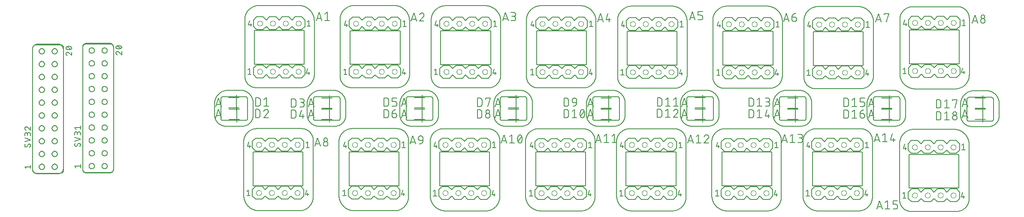
<source format=gbr>
G04 EAGLE Gerber RS-274X export*
G75*
%MOMM*%
%FSLAX34Y34*%
%LPD*%
%INSilkscreen Top*%
%IPPOS*%
%AMOC8*
5,1,8,0,0,1.08239X$1,22.5*%
G01*
%ADD10C,0.152400*%
%ADD11C,0.101600*%
%ADD12C,0.127000*%


D10*
X423990Y246634D02*
X423990Y313309D01*
X522415Y313309D02*
X522415Y246634D01*
X423990Y246634D01*
X423990Y313309D02*
X522415Y313309D01*
D11*
X506282Y232347D02*
X506284Y232488D01*
X506290Y232630D01*
X506300Y232771D01*
X506314Y232912D01*
X506332Y233052D01*
X506354Y233192D01*
X506379Y233331D01*
X506409Y233469D01*
X506443Y233606D01*
X506480Y233743D01*
X506521Y233878D01*
X506566Y234012D01*
X506615Y234145D01*
X506668Y234276D01*
X506724Y234406D01*
X506784Y234534D01*
X506847Y234661D01*
X506914Y234785D01*
X506984Y234908D01*
X507058Y235028D01*
X507135Y235147D01*
X507216Y235263D01*
X507300Y235377D01*
X507387Y235489D01*
X507477Y235598D01*
X507570Y235704D01*
X507666Y235808D01*
X507765Y235909D01*
X507867Y236007D01*
X507971Y236103D01*
X508078Y236195D01*
X508188Y236284D01*
X508300Y236371D01*
X508415Y236454D01*
X508531Y236533D01*
X508650Y236610D01*
X508772Y236683D01*
X508895Y236752D01*
X509020Y236818D01*
X509147Y236881D01*
X509275Y236940D01*
X509405Y236995D01*
X509537Y237047D01*
X509670Y237094D01*
X509805Y237138D01*
X509940Y237179D01*
X510077Y237215D01*
X510215Y237248D01*
X510353Y237276D01*
X510492Y237301D01*
X510632Y237322D01*
X510773Y237339D01*
X510913Y237352D01*
X511055Y237361D01*
X511196Y237366D01*
X511337Y237367D01*
X511479Y237364D01*
X511620Y237357D01*
X511761Y237346D01*
X511902Y237331D01*
X512042Y237312D01*
X512181Y237289D01*
X512320Y237263D01*
X512458Y237232D01*
X512596Y237197D01*
X512732Y237159D01*
X512867Y237117D01*
X513000Y237071D01*
X513133Y237021D01*
X513264Y236968D01*
X513393Y236911D01*
X513521Y236850D01*
X513647Y236786D01*
X513771Y236718D01*
X513893Y236647D01*
X514013Y236572D01*
X514131Y236494D01*
X514247Y236412D01*
X514360Y236328D01*
X514471Y236240D01*
X514580Y236149D01*
X514685Y236055D01*
X514789Y235959D01*
X514889Y235859D01*
X514986Y235757D01*
X515081Y235651D01*
X515173Y235544D01*
X515261Y235433D01*
X515347Y235321D01*
X515429Y235205D01*
X515508Y235088D01*
X515583Y234968D01*
X515655Y234847D01*
X515724Y234723D01*
X515789Y234598D01*
X515851Y234470D01*
X515909Y234341D01*
X515963Y234211D01*
X516014Y234079D01*
X516061Y233945D01*
X516104Y233811D01*
X516143Y233675D01*
X516179Y233538D01*
X516210Y233400D01*
X516238Y233261D01*
X516262Y233122D01*
X516282Y232982D01*
X516298Y232841D01*
X516310Y232700D01*
X516318Y232559D01*
X516322Y232418D01*
X516322Y232276D01*
X516318Y232135D01*
X516310Y231994D01*
X516298Y231853D01*
X516282Y231712D01*
X516262Y231572D01*
X516238Y231433D01*
X516210Y231294D01*
X516179Y231156D01*
X516143Y231019D01*
X516104Y230883D01*
X516061Y230749D01*
X516014Y230615D01*
X515963Y230483D01*
X515909Y230353D01*
X515851Y230224D01*
X515789Y230096D01*
X515724Y229971D01*
X515655Y229847D01*
X515583Y229726D01*
X515508Y229606D01*
X515429Y229489D01*
X515347Y229373D01*
X515261Y229261D01*
X515173Y229150D01*
X515081Y229043D01*
X514986Y228937D01*
X514889Y228835D01*
X514789Y228735D01*
X514685Y228639D01*
X514580Y228545D01*
X514471Y228454D01*
X514360Y228366D01*
X514247Y228282D01*
X514131Y228200D01*
X514013Y228122D01*
X513893Y228047D01*
X513771Y227976D01*
X513647Y227908D01*
X513521Y227844D01*
X513393Y227783D01*
X513264Y227726D01*
X513133Y227673D01*
X513000Y227623D01*
X512867Y227577D01*
X512732Y227535D01*
X512596Y227497D01*
X512458Y227462D01*
X512320Y227431D01*
X512181Y227405D01*
X512042Y227382D01*
X511902Y227363D01*
X511761Y227348D01*
X511620Y227337D01*
X511479Y227330D01*
X511337Y227327D01*
X511196Y227328D01*
X511055Y227333D01*
X510913Y227342D01*
X510773Y227355D01*
X510632Y227372D01*
X510492Y227393D01*
X510353Y227418D01*
X510215Y227446D01*
X510077Y227479D01*
X509940Y227515D01*
X509805Y227556D01*
X509670Y227600D01*
X509537Y227647D01*
X509405Y227699D01*
X509275Y227754D01*
X509147Y227813D01*
X509020Y227876D01*
X508895Y227942D01*
X508772Y228011D01*
X508650Y228084D01*
X508531Y228161D01*
X508415Y228240D01*
X508300Y228323D01*
X508188Y228410D01*
X508078Y228499D01*
X507971Y228591D01*
X507867Y228687D01*
X507765Y228785D01*
X507666Y228886D01*
X507570Y228990D01*
X507477Y229096D01*
X507387Y229205D01*
X507300Y229317D01*
X507216Y229431D01*
X507135Y229547D01*
X507058Y229666D01*
X506984Y229786D01*
X506914Y229909D01*
X506847Y230033D01*
X506784Y230160D01*
X506724Y230288D01*
X506668Y230418D01*
X506615Y230549D01*
X506566Y230682D01*
X506521Y230816D01*
X506480Y230951D01*
X506443Y231088D01*
X506409Y231225D01*
X506379Y231363D01*
X506354Y231502D01*
X506332Y231642D01*
X506314Y231782D01*
X506300Y231923D01*
X506290Y232064D01*
X506284Y232206D01*
X506282Y232347D01*
X480882Y232347D02*
X480884Y232488D01*
X480890Y232630D01*
X480900Y232771D01*
X480914Y232912D01*
X480932Y233052D01*
X480954Y233192D01*
X480979Y233331D01*
X481009Y233469D01*
X481043Y233606D01*
X481080Y233743D01*
X481121Y233878D01*
X481166Y234012D01*
X481215Y234145D01*
X481268Y234276D01*
X481324Y234406D01*
X481384Y234534D01*
X481447Y234661D01*
X481514Y234785D01*
X481584Y234908D01*
X481658Y235028D01*
X481735Y235147D01*
X481816Y235263D01*
X481900Y235377D01*
X481987Y235489D01*
X482077Y235598D01*
X482170Y235704D01*
X482266Y235808D01*
X482365Y235909D01*
X482467Y236007D01*
X482571Y236103D01*
X482678Y236195D01*
X482788Y236284D01*
X482900Y236371D01*
X483015Y236454D01*
X483131Y236533D01*
X483250Y236610D01*
X483372Y236683D01*
X483495Y236752D01*
X483620Y236818D01*
X483747Y236881D01*
X483875Y236940D01*
X484005Y236995D01*
X484137Y237047D01*
X484270Y237094D01*
X484405Y237138D01*
X484540Y237179D01*
X484677Y237215D01*
X484815Y237248D01*
X484953Y237276D01*
X485092Y237301D01*
X485232Y237322D01*
X485373Y237339D01*
X485513Y237352D01*
X485655Y237361D01*
X485796Y237366D01*
X485937Y237367D01*
X486079Y237364D01*
X486220Y237357D01*
X486361Y237346D01*
X486502Y237331D01*
X486642Y237312D01*
X486781Y237289D01*
X486920Y237263D01*
X487058Y237232D01*
X487196Y237197D01*
X487332Y237159D01*
X487467Y237117D01*
X487600Y237071D01*
X487733Y237021D01*
X487864Y236968D01*
X487993Y236911D01*
X488121Y236850D01*
X488247Y236786D01*
X488371Y236718D01*
X488493Y236647D01*
X488613Y236572D01*
X488731Y236494D01*
X488847Y236412D01*
X488960Y236328D01*
X489071Y236240D01*
X489180Y236149D01*
X489285Y236055D01*
X489389Y235959D01*
X489489Y235859D01*
X489586Y235757D01*
X489681Y235651D01*
X489773Y235544D01*
X489861Y235433D01*
X489947Y235321D01*
X490029Y235205D01*
X490108Y235088D01*
X490183Y234968D01*
X490255Y234847D01*
X490324Y234723D01*
X490389Y234598D01*
X490451Y234470D01*
X490509Y234341D01*
X490563Y234211D01*
X490614Y234079D01*
X490661Y233945D01*
X490704Y233811D01*
X490743Y233675D01*
X490779Y233538D01*
X490810Y233400D01*
X490838Y233261D01*
X490862Y233122D01*
X490882Y232982D01*
X490898Y232841D01*
X490910Y232700D01*
X490918Y232559D01*
X490922Y232418D01*
X490922Y232276D01*
X490918Y232135D01*
X490910Y231994D01*
X490898Y231853D01*
X490882Y231712D01*
X490862Y231572D01*
X490838Y231433D01*
X490810Y231294D01*
X490779Y231156D01*
X490743Y231019D01*
X490704Y230883D01*
X490661Y230749D01*
X490614Y230615D01*
X490563Y230483D01*
X490509Y230353D01*
X490451Y230224D01*
X490389Y230096D01*
X490324Y229971D01*
X490255Y229847D01*
X490183Y229726D01*
X490108Y229606D01*
X490029Y229489D01*
X489947Y229373D01*
X489861Y229261D01*
X489773Y229150D01*
X489681Y229043D01*
X489586Y228937D01*
X489489Y228835D01*
X489389Y228735D01*
X489285Y228639D01*
X489180Y228545D01*
X489071Y228454D01*
X488960Y228366D01*
X488847Y228282D01*
X488731Y228200D01*
X488613Y228122D01*
X488493Y228047D01*
X488371Y227976D01*
X488247Y227908D01*
X488121Y227844D01*
X487993Y227783D01*
X487864Y227726D01*
X487733Y227673D01*
X487600Y227623D01*
X487467Y227577D01*
X487332Y227535D01*
X487196Y227497D01*
X487058Y227462D01*
X486920Y227431D01*
X486781Y227405D01*
X486642Y227382D01*
X486502Y227363D01*
X486361Y227348D01*
X486220Y227337D01*
X486079Y227330D01*
X485937Y227327D01*
X485796Y227328D01*
X485655Y227333D01*
X485513Y227342D01*
X485373Y227355D01*
X485232Y227372D01*
X485092Y227393D01*
X484953Y227418D01*
X484815Y227446D01*
X484677Y227479D01*
X484540Y227515D01*
X484405Y227556D01*
X484270Y227600D01*
X484137Y227647D01*
X484005Y227699D01*
X483875Y227754D01*
X483747Y227813D01*
X483620Y227876D01*
X483495Y227942D01*
X483372Y228011D01*
X483250Y228084D01*
X483131Y228161D01*
X483015Y228240D01*
X482900Y228323D01*
X482788Y228410D01*
X482678Y228499D01*
X482571Y228591D01*
X482467Y228687D01*
X482365Y228785D01*
X482266Y228886D01*
X482170Y228990D01*
X482077Y229096D01*
X481987Y229205D01*
X481900Y229317D01*
X481816Y229431D01*
X481735Y229547D01*
X481658Y229666D01*
X481584Y229786D01*
X481514Y229909D01*
X481447Y230033D01*
X481384Y230160D01*
X481324Y230288D01*
X481268Y230418D01*
X481215Y230549D01*
X481166Y230682D01*
X481121Y230816D01*
X481080Y230951D01*
X481043Y231088D01*
X481009Y231225D01*
X480979Y231363D01*
X480954Y231502D01*
X480932Y231642D01*
X480914Y231782D01*
X480900Y231923D01*
X480890Y232064D01*
X480884Y232206D01*
X480882Y232347D01*
X455482Y232347D02*
X455484Y232488D01*
X455490Y232630D01*
X455500Y232771D01*
X455514Y232912D01*
X455532Y233052D01*
X455554Y233192D01*
X455579Y233331D01*
X455609Y233469D01*
X455643Y233606D01*
X455680Y233743D01*
X455721Y233878D01*
X455766Y234012D01*
X455815Y234145D01*
X455868Y234276D01*
X455924Y234406D01*
X455984Y234534D01*
X456047Y234661D01*
X456114Y234785D01*
X456184Y234908D01*
X456258Y235028D01*
X456335Y235147D01*
X456416Y235263D01*
X456500Y235377D01*
X456587Y235489D01*
X456677Y235598D01*
X456770Y235704D01*
X456866Y235808D01*
X456965Y235909D01*
X457067Y236007D01*
X457171Y236103D01*
X457278Y236195D01*
X457388Y236284D01*
X457500Y236371D01*
X457615Y236454D01*
X457731Y236533D01*
X457850Y236610D01*
X457972Y236683D01*
X458095Y236752D01*
X458220Y236818D01*
X458347Y236881D01*
X458475Y236940D01*
X458605Y236995D01*
X458737Y237047D01*
X458870Y237094D01*
X459005Y237138D01*
X459140Y237179D01*
X459277Y237215D01*
X459415Y237248D01*
X459553Y237276D01*
X459692Y237301D01*
X459832Y237322D01*
X459973Y237339D01*
X460113Y237352D01*
X460255Y237361D01*
X460396Y237366D01*
X460537Y237367D01*
X460679Y237364D01*
X460820Y237357D01*
X460961Y237346D01*
X461102Y237331D01*
X461242Y237312D01*
X461381Y237289D01*
X461520Y237263D01*
X461658Y237232D01*
X461796Y237197D01*
X461932Y237159D01*
X462067Y237117D01*
X462200Y237071D01*
X462333Y237021D01*
X462464Y236968D01*
X462593Y236911D01*
X462721Y236850D01*
X462847Y236786D01*
X462971Y236718D01*
X463093Y236647D01*
X463213Y236572D01*
X463331Y236494D01*
X463447Y236412D01*
X463560Y236328D01*
X463671Y236240D01*
X463780Y236149D01*
X463885Y236055D01*
X463989Y235959D01*
X464089Y235859D01*
X464186Y235757D01*
X464281Y235651D01*
X464373Y235544D01*
X464461Y235433D01*
X464547Y235321D01*
X464629Y235205D01*
X464708Y235088D01*
X464783Y234968D01*
X464855Y234847D01*
X464924Y234723D01*
X464989Y234598D01*
X465051Y234470D01*
X465109Y234341D01*
X465163Y234211D01*
X465214Y234079D01*
X465261Y233945D01*
X465304Y233811D01*
X465343Y233675D01*
X465379Y233538D01*
X465410Y233400D01*
X465438Y233261D01*
X465462Y233122D01*
X465482Y232982D01*
X465498Y232841D01*
X465510Y232700D01*
X465518Y232559D01*
X465522Y232418D01*
X465522Y232276D01*
X465518Y232135D01*
X465510Y231994D01*
X465498Y231853D01*
X465482Y231712D01*
X465462Y231572D01*
X465438Y231433D01*
X465410Y231294D01*
X465379Y231156D01*
X465343Y231019D01*
X465304Y230883D01*
X465261Y230749D01*
X465214Y230615D01*
X465163Y230483D01*
X465109Y230353D01*
X465051Y230224D01*
X464989Y230096D01*
X464924Y229971D01*
X464855Y229847D01*
X464783Y229726D01*
X464708Y229606D01*
X464629Y229489D01*
X464547Y229373D01*
X464461Y229261D01*
X464373Y229150D01*
X464281Y229043D01*
X464186Y228937D01*
X464089Y228835D01*
X463989Y228735D01*
X463885Y228639D01*
X463780Y228545D01*
X463671Y228454D01*
X463560Y228366D01*
X463447Y228282D01*
X463331Y228200D01*
X463213Y228122D01*
X463093Y228047D01*
X462971Y227976D01*
X462847Y227908D01*
X462721Y227844D01*
X462593Y227783D01*
X462464Y227726D01*
X462333Y227673D01*
X462200Y227623D01*
X462067Y227577D01*
X461932Y227535D01*
X461796Y227497D01*
X461658Y227462D01*
X461520Y227431D01*
X461381Y227405D01*
X461242Y227382D01*
X461102Y227363D01*
X460961Y227348D01*
X460820Y227337D01*
X460679Y227330D01*
X460537Y227327D01*
X460396Y227328D01*
X460255Y227333D01*
X460113Y227342D01*
X459973Y227355D01*
X459832Y227372D01*
X459692Y227393D01*
X459553Y227418D01*
X459415Y227446D01*
X459277Y227479D01*
X459140Y227515D01*
X459005Y227556D01*
X458870Y227600D01*
X458737Y227647D01*
X458605Y227699D01*
X458475Y227754D01*
X458347Y227813D01*
X458220Y227876D01*
X458095Y227942D01*
X457972Y228011D01*
X457850Y228084D01*
X457731Y228161D01*
X457615Y228240D01*
X457500Y228323D01*
X457388Y228410D01*
X457278Y228499D01*
X457171Y228591D01*
X457067Y228687D01*
X456965Y228785D01*
X456866Y228886D01*
X456770Y228990D01*
X456677Y229096D01*
X456587Y229205D01*
X456500Y229317D01*
X456416Y229431D01*
X456335Y229547D01*
X456258Y229666D01*
X456184Y229786D01*
X456114Y229909D01*
X456047Y230033D01*
X455984Y230160D01*
X455924Y230288D01*
X455868Y230418D01*
X455815Y230549D01*
X455766Y230682D01*
X455721Y230816D01*
X455680Y230951D01*
X455643Y231088D01*
X455609Y231225D01*
X455579Y231363D01*
X455554Y231502D01*
X455532Y231642D01*
X455514Y231782D01*
X455500Y231923D01*
X455490Y232064D01*
X455484Y232206D01*
X455482Y232347D01*
X430082Y232347D02*
X430084Y232488D01*
X430090Y232630D01*
X430100Y232771D01*
X430114Y232912D01*
X430132Y233052D01*
X430154Y233192D01*
X430179Y233331D01*
X430209Y233469D01*
X430243Y233606D01*
X430280Y233743D01*
X430321Y233878D01*
X430366Y234012D01*
X430415Y234145D01*
X430468Y234276D01*
X430524Y234406D01*
X430584Y234534D01*
X430647Y234661D01*
X430714Y234785D01*
X430784Y234908D01*
X430858Y235028D01*
X430935Y235147D01*
X431016Y235263D01*
X431100Y235377D01*
X431187Y235489D01*
X431277Y235598D01*
X431370Y235704D01*
X431466Y235808D01*
X431565Y235909D01*
X431667Y236007D01*
X431771Y236103D01*
X431878Y236195D01*
X431988Y236284D01*
X432100Y236371D01*
X432215Y236454D01*
X432331Y236533D01*
X432450Y236610D01*
X432572Y236683D01*
X432695Y236752D01*
X432820Y236818D01*
X432947Y236881D01*
X433075Y236940D01*
X433205Y236995D01*
X433337Y237047D01*
X433470Y237094D01*
X433605Y237138D01*
X433740Y237179D01*
X433877Y237215D01*
X434015Y237248D01*
X434153Y237276D01*
X434292Y237301D01*
X434432Y237322D01*
X434573Y237339D01*
X434713Y237352D01*
X434855Y237361D01*
X434996Y237366D01*
X435137Y237367D01*
X435279Y237364D01*
X435420Y237357D01*
X435561Y237346D01*
X435702Y237331D01*
X435842Y237312D01*
X435981Y237289D01*
X436120Y237263D01*
X436258Y237232D01*
X436396Y237197D01*
X436532Y237159D01*
X436667Y237117D01*
X436800Y237071D01*
X436933Y237021D01*
X437064Y236968D01*
X437193Y236911D01*
X437321Y236850D01*
X437447Y236786D01*
X437571Y236718D01*
X437693Y236647D01*
X437813Y236572D01*
X437931Y236494D01*
X438047Y236412D01*
X438160Y236328D01*
X438271Y236240D01*
X438380Y236149D01*
X438485Y236055D01*
X438589Y235959D01*
X438689Y235859D01*
X438786Y235757D01*
X438881Y235651D01*
X438973Y235544D01*
X439061Y235433D01*
X439147Y235321D01*
X439229Y235205D01*
X439308Y235088D01*
X439383Y234968D01*
X439455Y234847D01*
X439524Y234723D01*
X439589Y234598D01*
X439651Y234470D01*
X439709Y234341D01*
X439763Y234211D01*
X439814Y234079D01*
X439861Y233945D01*
X439904Y233811D01*
X439943Y233675D01*
X439979Y233538D01*
X440010Y233400D01*
X440038Y233261D01*
X440062Y233122D01*
X440082Y232982D01*
X440098Y232841D01*
X440110Y232700D01*
X440118Y232559D01*
X440122Y232418D01*
X440122Y232276D01*
X440118Y232135D01*
X440110Y231994D01*
X440098Y231853D01*
X440082Y231712D01*
X440062Y231572D01*
X440038Y231433D01*
X440010Y231294D01*
X439979Y231156D01*
X439943Y231019D01*
X439904Y230883D01*
X439861Y230749D01*
X439814Y230615D01*
X439763Y230483D01*
X439709Y230353D01*
X439651Y230224D01*
X439589Y230096D01*
X439524Y229971D01*
X439455Y229847D01*
X439383Y229726D01*
X439308Y229606D01*
X439229Y229489D01*
X439147Y229373D01*
X439061Y229261D01*
X438973Y229150D01*
X438881Y229043D01*
X438786Y228937D01*
X438689Y228835D01*
X438589Y228735D01*
X438485Y228639D01*
X438380Y228545D01*
X438271Y228454D01*
X438160Y228366D01*
X438047Y228282D01*
X437931Y228200D01*
X437813Y228122D01*
X437693Y228047D01*
X437571Y227976D01*
X437447Y227908D01*
X437321Y227844D01*
X437193Y227783D01*
X437064Y227726D01*
X436933Y227673D01*
X436800Y227623D01*
X436667Y227577D01*
X436532Y227535D01*
X436396Y227497D01*
X436258Y227462D01*
X436120Y227431D01*
X435981Y227405D01*
X435842Y227382D01*
X435702Y227363D01*
X435561Y227348D01*
X435420Y227337D01*
X435279Y227330D01*
X435137Y227327D01*
X434996Y227328D01*
X434855Y227333D01*
X434713Y227342D01*
X434573Y227355D01*
X434432Y227372D01*
X434292Y227393D01*
X434153Y227418D01*
X434015Y227446D01*
X433877Y227479D01*
X433740Y227515D01*
X433605Y227556D01*
X433470Y227600D01*
X433337Y227647D01*
X433205Y227699D01*
X433075Y227754D01*
X432947Y227813D01*
X432820Y227876D01*
X432695Y227942D01*
X432572Y228011D01*
X432450Y228084D01*
X432331Y228161D01*
X432215Y228240D01*
X432100Y228323D01*
X431988Y228410D01*
X431878Y228499D01*
X431771Y228591D01*
X431667Y228687D01*
X431565Y228785D01*
X431466Y228886D01*
X431370Y228990D01*
X431277Y229096D01*
X431187Y229205D01*
X431100Y229317D01*
X431016Y229431D01*
X430935Y229547D01*
X430858Y229666D01*
X430784Y229786D01*
X430714Y229909D01*
X430647Y230033D01*
X430584Y230160D01*
X430524Y230288D01*
X430468Y230418D01*
X430415Y230549D01*
X430366Y230682D01*
X430321Y230816D01*
X430280Y230951D01*
X430243Y231088D01*
X430209Y231225D01*
X430179Y231363D01*
X430154Y231502D01*
X430132Y231642D01*
X430114Y231782D01*
X430100Y231923D01*
X430090Y232064D01*
X430084Y232206D01*
X430082Y232347D01*
X506282Y327597D02*
X506284Y327738D01*
X506290Y327880D01*
X506300Y328021D01*
X506314Y328162D01*
X506332Y328302D01*
X506354Y328442D01*
X506379Y328581D01*
X506409Y328719D01*
X506443Y328856D01*
X506480Y328993D01*
X506521Y329128D01*
X506566Y329262D01*
X506615Y329395D01*
X506668Y329526D01*
X506724Y329656D01*
X506784Y329784D01*
X506847Y329911D01*
X506914Y330035D01*
X506984Y330158D01*
X507058Y330278D01*
X507135Y330397D01*
X507216Y330513D01*
X507300Y330627D01*
X507387Y330739D01*
X507477Y330848D01*
X507570Y330954D01*
X507666Y331058D01*
X507765Y331159D01*
X507867Y331257D01*
X507971Y331353D01*
X508078Y331445D01*
X508188Y331534D01*
X508300Y331621D01*
X508415Y331704D01*
X508531Y331783D01*
X508650Y331860D01*
X508772Y331933D01*
X508895Y332002D01*
X509020Y332068D01*
X509147Y332131D01*
X509275Y332190D01*
X509405Y332245D01*
X509537Y332297D01*
X509670Y332344D01*
X509805Y332388D01*
X509940Y332429D01*
X510077Y332465D01*
X510215Y332498D01*
X510353Y332526D01*
X510492Y332551D01*
X510632Y332572D01*
X510773Y332589D01*
X510913Y332602D01*
X511055Y332611D01*
X511196Y332616D01*
X511337Y332617D01*
X511479Y332614D01*
X511620Y332607D01*
X511761Y332596D01*
X511902Y332581D01*
X512042Y332562D01*
X512181Y332539D01*
X512320Y332513D01*
X512458Y332482D01*
X512596Y332447D01*
X512732Y332409D01*
X512867Y332367D01*
X513000Y332321D01*
X513133Y332271D01*
X513264Y332218D01*
X513393Y332161D01*
X513521Y332100D01*
X513647Y332036D01*
X513771Y331968D01*
X513893Y331897D01*
X514013Y331822D01*
X514131Y331744D01*
X514247Y331662D01*
X514360Y331578D01*
X514471Y331490D01*
X514580Y331399D01*
X514685Y331305D01*
X514789Y331209D01*
X514889Y331109D01*
X514986Y331007D01*
X515081Y330901D01*
X515173Y330794D01*
X515261Y330683D01*
X515347Y330571D01*
X515429Y330455D01*
X515508Y330338D01*
X515583Y330218D01*
X515655Y330097D01*
X515724Y329973D01*
X515789Y329848D01*
X515851Y329720D01*
X515909Y329591D01*
X515963Y329461D01*
X516014Y329329D01*
X516061Y329195D01*
X516104Y329061D01*
X516143Y328925D01*
X516179Y328788D01*
X516210Y328650D01*
X516238Y328511D01*
X516262Y328372D01*
X516282Y328232D01*
X516298Y328091D01*
X516310Y327950D01*
X516318Y327809D01*
X516322Y327668D01*
X516322Y327526D01*
X516318Y327385D01*
X516310Y327244D01*
X516298Y327103D01*
X516282Y326962D01*
X516262Y326822D01*
X516238Y326683D01*
X516210Y326544D01*
X516179Y326406D01*
X516143Y326269D01*
X516104Y326133D01*
X516061Y325999D01*
X516014Y325865D01*
X515963Y325733D01*
X515909Y325603D01*
X515851Y325474D01*
X515789Y325346D01*
X515724Y325221D01*
X515655Y325097D01*
X515583Y324976D01*
X515508Y324856D01*
X515429Y324739D01*
X515347Y324623D01*
X515261Y324511D01*
X515173Y324400D01*
X515081Y324293D01*
X514986Y324187D01*
X514889Y324085D01*
X514789Y323985D01*
X514685Y323889D01*
X514580Y323795D01*
X514471Y323704D01*
X514360Y323616D01*
X514247Y323532D01*
X514131Y323450D01*
X514013Y323372D01*
X513893Y323297D01*
X513771Y323226D01*
X513647Y323158D01*
X513521Y323094D01*
X513393Y323033D01*
X513264Y322976D01*
X513133Y322923D01*
X513000Y322873D01*
X512867Y322827D01*
X512732Y322785D01*
X512596Y322747D01*
X512458Y322712D01*
X512320Y322681D01*
X512181Y322655D01*
X512042Y322632D01*
X511902Y322613D01*
X511761Y322598D01*
X511620Y322587D01*
X511479Y322580D01*
X511337Y322577D01*
X511196Y322578D01*
X511055Y322583D01*
X510913Y322592D01*
X510773Y322605D01*
X510632Y322622D01*
X510492Y322643D01*
X510353Y322668D01*
X510215Y322696D01*
X510077Y322729D01*
X509940Y322765D01*
X509805Y322806D01*
X509670Y322850D01*
X509537Y322897D01*
X509405Y322949D01*
X509275Y323004D01*
X509147Y323063D01*
X509020Y323126D01*
X508895Y323192D01*
X508772Y323261D01*
X508650Y323334D01*
X508531Y323411D01*
X508415Y323490D01*
X508300Y323573D01*
X508188Y323660D01*
X508078Y323749D01*
X507971Y323841D01*
X507867Y323937D01*
X507765Y324035D01*
X507666Y324136D01*
X507570Y324240D01*
X507477Y324346D01*
X507387Y324455D01*
X507300Y324567D01*
X507216Y324681D01*
X507135Y324797D01*
X507058Y324916D01*
X506984Y325036D01*
X506914Y325159D01*
X506847Y325283D01*
X506784Y325410D01*
X506724Y325538D01*
X506668Y325668D01*
X506615Y325799D01*
X506566Y325932D01*
X506521Y326066D01*
X506480Y326201D01*
X506443Y326338D01*
X506409Y326475D01*
X506379Y326613D01*
X506354Y326752D01*
X506332Y326892D01*
X506314Y327032D01*
X506300Y327173D01*
X506290Y327314D01*
X506284Y327456D01*
X506282Y327597D01*
X480882Y327597D02*
X480884Y327738D01*
X480890Y327880D01*
X480900Y328021D01*
X480914Y328162D01*
X480932Y328302D01*
X480954Y328442D01*
X480979Y328581D01*
X481009Y328719D01*
X481043Y328856D01*
X481080Y328993D01*
X481121Y329128D01*
X481166Y329262D01*
X481215Y329395D01*
X481268Y329526D01*
X481324Y329656D01*
X481384Y329784D01*
X481447Y329911D01*
X481514Y330035D01*
X481584Y330158D01*
X481658Y330278D01*
X481735Y330397D01*
X481816Y330513D01*
X481900Y330627D01*
X481987Y330739D01*
X482077Y330848D01*
X482170Y330954D01*
X482266Y331058D01*
X482365Y331159D01*
X482467Y331257D01*
X482571Y331353D01*
X482678Y331445D01*
X482788Y331534D01*
X482900Y331621D01*
X483015Y331704D01*
X483131Y331783D01*
X483250Y331860D01*
X483372Y331933D01*
X483495Y332002D01*
X483620Y332068D01*
X483747Y332131D01*
X483875Y332190D01*
X484005Y332245D01*
X484137Y332297D01*
X484270Y332344D01*
X484405Y332388D01*
X484540Y332429D01*
X484677Y332465D01*
X484815Y332498D01*
X484953Y332526D01*
X485092Y332551D01*
X485232Y332572D01*
X485373Y332589D01*
X485513Y332602D01*
X485655Y332611D01*
X485796Y332616D01*
X485937Y332617D01*
X486079Y332614D01*
X486220Y332607D01*
X486361Y332596D01*
X486502Y332581D01*
X486642Y332562D01*
X486781Y332539D01*
X486920Y332513D01*
X487058Y332482D01*
X487196Y332447D01*
X487332Y332409D01*
X487467Y332367D01*
X487600Y332321D01*
X487733Y332271D01*
X487864Y332218D01*
X487993Y332161D01*
X488121Y332100D01*
X488247Y332036D01*
X488371Y331968D01*
X488493Y331897D01*
X488613Y331822D01*
X488731Y331744D01*
X488847Y331662D01*
X488960Y331578D01*
X489071Y331490D01*
X489180Y331399D01*
X489285Y331305D01*
X489389Y331209D01*
X489489Y331109D01*
X489586Y331007D01*
X489681Y330901D01*
X489773Y330794D01*
X489861Y330683D01*
X489947Y330571D01*
X490029Y330455D01*
X490108Y330338D01*
X490183Y330218D01*
X490255Y330097D01*
X490324Y329973D01*
X490389Y329848D01*
X490451Y329720D01*
X490509Y329591D01*
X490563Y329461D01*
X490614Y329329D01*
X490661Y329195D01*
X490704Y329061D01*
X490743Y328925D01*
X490779Y328788D01*
X490810Y328650D01*
X490838Y328511D01*
X490862Y328372D01*
X490882Y328232D01*
X490898Y328091D01*
X490910Y327950D01*
X490918Y327809D01*
X490922Y327668D01*
X490922Y327526D01*
X490918Y327385D01*
X490910Y327244D01*
X490898Y327103D01*
X490882Y326962D01*
X490862Y326822D01*
X490838Y326683D01*
X490810Y326544D01*
X490779Y326406D01*
X490743Y326269D01*
X490704Y326133D01*
X490661Y325999D01*
X490614Y325865D01*
X490563Y325733D01*
X490509Y325603D01*
X490451Y325474D01*
X490389Y325346D01*
X490324Y325221D01*
X490255Y325097D01*
X490183Y324976D01*
X490108Y324856D01*
X490029Y324739D01*
X489947Y324623D01*
X489861Y324511D01*
X489773Y324400D01*
X489681Y324293D01*
X489586Y324187D01*
X489489Y324085D01*
X489389Y323985D01*
X489285Y323889D01*
X489180Y323795D01*
X489071Y323704D01*
X488960Y323616D01*
X488847Y323532D01*
X488731Y323450D01*
X488613Y323372D01*
X488493Y323297D01*
X488371Y323226D01*
X488247Y323158D01*
X488121Y323094D01*
X487993Y323033D01*
X487864Y322976D01*
X487733Y322923D01*
X487600Y322873D01*
X487467Y322827D01*
X487332Y322785D01*
X487196Y322747D01*
X487058Y322712D01*
X486920Y322681D01*
X486781Y322655D01*
X486642Y322632D01*
X486502Y322613D01*
X486361Y322598D01*
X486220Y322587D01*
X486079Y322580D01*
X485937Y322577D01*
X485796Y322578D01*
X485655Y322583D01*
X485513Y322592D01*
X485373Y322605D01*
X485232Y322622D01*
X485092Y322643D01*
X484953Y322668D01*
X484815Y322696D01*
X484677Y322729D01*
X484540Y322765D01*
X484405Y322806D01*
X484270Y322850D01*
X484137Y322897D01*
X484005Y322949D01*
X483875Y323004D01*
X483747Y323063D01*
X483620Y323126D01*
X483495Y323192D01*
X483372Y323261D01*
X483250Y323334D01*
X483131Y323411D01*
X483015Y323490D01*
X482900Y323573D01*
X482788Y323660D01*
X482678Y323749D01*
X482571Y323841D01*
X482467Y323937D01*
X482365Y324035D01*
X482266Y324136D01*
X482170Y324240D01*
X482077Y324346D01*
X481987Y324455D01*
X481900Y324567D01*
X481816Y324681D01*
X481735Y324797D01*
X481658Y324916D01*
X481584Y325036D01*
X481514Y325159D01*
X481447Y325283D01*
X481384Y325410D01*
X481324Y325538D01*
X481268Y325668D01*
X481215Y325799D01*
X481166Y325932D01*
X481121Y326066D01*
X481080Y326201D01*
X481043Y326338D01*
X481009Y326475D01*
X480979Y326613D01*
X480954Y326752D01*
X480932Y326892D01*
X480914Y327032D01*
X480900Y327173D01*
X480890Y327314D01*
X480884Y327456D01*
X480882Y327597D01*
X455482Y327597D02*
X455484Y327738D01*
X455490Y327880D01*
X455500Y328021D01*
X455514Y328162D01*
X455532Y328302D01*
X455554Y328442D01*
X455579Y328581D01*
X455609Y328719D01*
X455643Y328856D01*
X455680Y328993D01*
X455721Y329128D01*
X455766Y329262D01*
X455815Y329395D01*
X455868Y329526D01*
X455924Y329656D01*
X455984Y329784D01*
X456047Y329911D01*
X456114Y330035D01*
X456184Y330158D01*
X456258Y330278D01*
X456335Y330397D01*
X456416Y330513D01*
X456500Y330627D01*
X456587Y330739D01*
X456677Y330848D01*
X456770Y330954D01*
X456866Y331058D01*
X456965Y331159D01*
X457067Y331257D01*
X457171Y331353D01*
X457278Y331445D01*
X457388Y331534D01*
X457500Y331621D01*
X457615Y331704D01*
X457731Y331783D01*
X457850Y331860D01*
X457972Y331933D01*
X458095Y332002D01*
X458220Y332068D01*
X458347Y332131D01*
X458475Y332190D01*
X458605Y332245D01*
X458737Y332297D01*
X458870Y332344D01*
X459005Y332388D01*
X459140Y332429D01*
X459277Y332465D01*
X459415Y332498D01*
X459553Y332526D01*
X459692Y332551D01*
X459832Y332572D01*
X459973Y332589D01*
X460113Y332602D01*
X460255Y332611D01*
X460396Y332616D01*
X460537Y332617D01*
X460679Y332614D01*
X460820Y332607D01*
X460961Y332596D01*
X461102Y332581D01*
X461242Y332562D01*
X461381Y332539D01*
X461520Y332513D01*
X461658Y332482D01*
X461796Y332447D01*
X461932Y332409D01*
X462067Y332367D01*
X462200Y332321D01*
X462333Y332271D01*
X462464Y332218D01*
X462593Y332161D01*
X462721Y332100D01*
X462847Y332036D01*
X462971Y331968D01*
X463093Y331897D01*
X463213Y331822D01*
X463331Y331744D01*
X463447Y331662D01*
X463560Y331578D01*
X463671Y331490D01*
X463780Y331399D01*
X463885Y331305D01*
X463989Y331209D01*
X464089Y331109D01*
X464186Y331007D01*
X464281Y330901D01*
X464373Y330794D01*
X464461Y330683D01*
X464547Y330571D01*
X464629Y330455D01*
X464708Y330338D01*
X464783Y330218D01*
X464855Y330097D01*
X464924Y329973D01*
X464989Y329848D01*
X465051Y329720D01*
X465109Y329591D01*
X465163Y329461D01*
X465214Y329329D01*
X465261Y329195D01*
X465304Y329061D01*
X465343Y328925D01*
X465379Y328788D01*
X465410Y328650D01*
X465438Y328511D01*
X465462Y328372D01*
X465482Y328232D01*
X465498Y328091D01*
X465510Y327950D01*
X465518Y327809D01*
X465522Y327668D01*
X465522Y327526D01*
X465518Y327385D01*
X465510Y327244D01*
X465498Y327103D01*
X465482Y326962D01*
X465462Y326822D01*
X465438Y326683D01*
X465410Y326544D01*
X465379Y326406D01*
X465343Y326269D01*
X465304Y326133D01*
X465261Y325999D01*
X465214Y325865D01*
X465163Y325733D01*
X465109Y325603D01*
X465051Y325474D01*
X464989Y325346D01*
X464924Y325221D01*
X464855Y325097D01*
X464783Y324976D01*
X464708Y324856D01*
X464629Y324739D01*
X464547Y324623D01*
X464461Y324511D01*
X464373Y324400D01*
X464281Y324293D01*
X464186Y324187D01*
X464089Y324085D01*
X463989Y323985D01*
X463885Y323889D01*
X463780Y323795D01*
X463671Y323704D01*
X463560Y323616D01*
X463447Y323532D01*
X463331Y323450D01*
X463213Y323372D01*
X463093Y323297D01*
X462971Y323226D01*
X462847Y323158D01*
X462721Y323094D01*
X462593Y323033D01*
X462464Y322976D01*
X462333Y322923D01*
X462200Y322873D01*
X462067Y322827D01*
X461932Y322785D01*
X461796Y322747D01*
X461658Y322712D01*
X461520Y322681D01*
X461381Y322655D01*
X461242Y322632D01*
X461102Y322613D01*
X460961Y322598D01*
X460820Y322587D01*
X460679Y322580D01*
X460537Y322577D01*
X460396Y322578D01*
X460255Y322583D01*
X460113Y322592D01*
X459973Y322605D01*
X459832Y322622D01*
X459692Y322643D01*
X459553Y322668D01*
X459415Y322696D01*
X459277Y322729D01*
X459140Y322765D01*
X459005Y322806D01*
X458870Y322850D01*
X458737Y322897D01*
X458605Y322949D01*
X458475Y323004D01*
X458347Y323063D01*
X458220Y323126D01*
X458095Y323192D01*
X457972Y323261D01*
X457850Y323334D01*
X457731Y323411D01*
X457615Y323490D01*
X457500Y323573D01*
X457388Y323660D01*
X457278Y323749D01*
X457171Y323841D01*
X457067Y323937D01*
X456965Y324035D01*
X456866Y324136D01*
X456770Y324240D01*
X456677Y324346D01*
X456587Y324455D01*
X456500Y324567D01*
X456416Y324681D01*
X456335Y324797D01*
X456258Y324916D01*
X456184Y325036D01*
X456114Y325159D01*
X456047Y325283D01*
X455984Y325410D01*
X455924Y325538D01*
X455868Y325668D01*
X455815Y325799D01*
X455766Y325932D01*
X455721Y326066D01*
X455680Y326201D01*
X455643Y326338D01*
X455609Y326475D01*
X455579Y326613D01*
X455554Y326752D01*
X455532Y326892D01*
X455514Y327032D01*
X455500Y327173D01*
X455490Y327314D01*
X455484Y327456D01*
X455482Y327597D01*
X430082Y327597D02*
X430084Y327738D01*
X430090Y327880D01*
X430100Y328021D01*
X430114Y328162D01*
X430132Y328302D01*
X430154Y328442D01*
X430179Y328581D01*
X430209Y328719D01*
X430243Y328856D01*
X430280Y328993D01*
X430321Y329128D01*
X430366Y329262D01*
X430415Y329395D01*
X430468Y329526D01*
X430524Y329656D01*
X430584Y329784D01*
X430647Y329911D01*
X430714Y330035D01*
X430784Y330158D01*
X430858Y330278D01*
X430935Y330397D01*
X431016Y330513D01*
X431100Y330627D01*
X431187Y330739D01*
X431277Y330848D01*
X431370Y330954D01*
X431466Y331058D01*
X431565Y331159D01*
X431667Y331257D01*
X431771Y331353D01*
X431878Y331445D01*
X431988Y331534D01*
X432100Y331621D01*
X432215Y331704D01*
X432331Y331783D01*
X432450Y331860D01*
X432572Y331933D01*
X432695Y332002D01*
X432820Y332068D01*
X432947Y332131D01*
X433075Y332190D01*
X433205Y332245D01*
X433337Y332297D01*
X433470Y332344D01*
X433605Y332388D01*
X433740Y332429D01*
X433877Y332465D01*
X434015Y332498D01*
X434153Y332526D01*
X434292Y332551D01*
X434432Y332572D01*
X434573Y332589D01*
X434713Y332602D01*
X434855Y332611D01*
X434996Y332616D01*
X435137Y332617D01*
X435279Y332614D01*
X435420Y332607D01*
X435561Y332596D01*
X435702Y332581D01*
X435842Y332562D01*
X435981Y332539D01*
X436120Y332513D01*
X436258Y332482D01*
X436396Y332447D01*
X436532Y332409D01*
X436667Y332367D01*
X436800Y332321D01*
X436933Y332271D01*
X437064Y332218D01*
X437193Y332161D01*
X437321Y332100D01*
X437447Y332036D01*
X437571Y331968D01*
X437693Y331897D01*
X437813Y331822D01*
X437931Y331744D01*
X438047Y331662D01*
X438160Y331578D01*
X438271Y331490D01*
X438380Y331399D01*
X438485Y331305D01*
X438589Y331209D01*
X438689Y331109D01*
X438786Y331007D01*
X438881Y330901D01*
X438973Y330794D01*
X439061Y330683D01*
X439147Y330571D01*
X439229Y330455D01*
X439308Y330338D01*
X439383Y330218D01*
X439455Y330097D01*
X439524Y329973D01*
X439589Y329848D01*
X439651Y329720D01*
X439709Y329591D01*
X439763Y329461D01*
X439814Y329329D01*
X439861Y329195D01*
X439904Y329061D01*
X439943Y328925D01*
X439979Y328788D01*
X440010Y328650D01*
X440038Y328511D01*
X440062Y328372D01*
X440082Y328232D01*
X440098Y328091D01*
X440110Y327950D01*
X440118Y327809D01*
X440122Y327668D01*
X440122Y327526D01*
X440118Y327385D01*
X440110Y327244D01*
X440098Y327103D01*
X440082Y326962D01*
X440062Y326822D01*
X440038Y326683D01*
X440010Y326544D01*
X439979Y326406D01*
X439943Y326269D01*
X439904Y326133D01*
X439861Y325999D01*
X439814Y325865D01*
X439763Y325733D01*
X439709Y325603D01*
X439651Y325474D01*
X439589Y325346D01*
X439524Y325221D01*
X439455Y325097D01*
X439383Y324976D01*
X439308Y324856D01*
X439229Y324739D01*
X439147Y324623D01*
X439061Y324511D01*
X438973Y324400D01*
X438881Y324293D01*
X438786Y324187D01*
X438689Y324085D01*
X438589Y323985D01*
X438485Y323889D01*
X438380Y323795D01*
X438271Y323704D01*
X438160Y323616D01*
X438047Y323532D01*
X437931Y323450D01*
X437813Y323372D01*
X437693Y323297D01*
X437571Y323226D01*
X437447Y323158D01*
X437321Y323094D01*
X437193Y323033D01*
X437064Y322976D01*
X436933Y322923D01*
X436800Y322873D01*
X436667Y322827D01*
X436532Y322785D01*
X436396Y322747D01*
X436258Y322712D01*
X436120Y322681D01*
X435981Y322655D01*
X435842Y322632D01*
X435702Y322613D01*
X435561Y322598D01*
X435420Y322587D01*
X435279Y322580D01*
X435137Y322577D01*
X434996Y322578D01*
X434855Y322583D01*
X434713Y322592D01*
X434573Y322605D01*
X434432Y322622D01*
X434292Y322643D01*
X434153Y322668D01*
X434015Y322696D01*
X433877Y322729D01*
X433740Y322765D01*
X433605Y322806D01*
X433470Y322850D01*
X433337Y322897D01*
X433205Y322949D01*
X433075Y323004D01*
X432947Y323063D01*
X432820Y323126D01*
X432695Y323192D01*
X432572Y323261D01*
X432450Y323334D01*
X432331Y323411D01*
X432215Y323490D01*
X432100Y323573D01*
X431988Y323660D01*
X431878Y323749D01*
X431771Y323841D01*
X431667Y323937D01*
X431565Y324035D01*
X431466Y324136D01*
X431370Y324240D01*
X431277Y324346D01*
X431187Y324455D01*
X431100Y324567D01*
X431016Y324681D01*
X430935Y324797D01*
X430858Y324916D01*
X430784Y325036D01*
X430714Y325159D01*
X430647Y325283D01*
X430584Y325410D01*
X430524Y325538D01*
X430468Y325668D01*
X430415Y325799D01*
X430366Y325932D01*
X430321Y326066D01*
X430280Y326201D01*
X430243Y326338D01*
X430209Y326475D01*
X430179Y326613D01*
X430154Y326752D01*
X430132Y326892D01*
X430114Y327032D01*
X430100Y327173D01*
X430090Y327314D01*
X430084Y327456D01*
X430082Y327597D01*
D10*
X234506Y313563D02*
X234506Y246888D01*
X332931Y246888D02*
X332931Y313563D01*
X332931Y246888D02*
X234506Y246888D01*
X234506Y313563D02*
X332931Y313563D01*
D11*
X316798Y232601D02*
X316800Y232742D01*
X316806Y232884D01*
X316816Y233025D01*
X316830Y233166D01*
X316848Y233306D01*
X316870Y233446D01*
X316895Y233585D01*
X316925Y233723D01*
X316959Y233860D01*
X316996Y233997D01*
X317037Y234132D01*
X317082Y234266D01*
X317131Y234399D01*
X317184Y234530D01*
X317240Y234660D01*
X317300Y234788D01*
X317363Y234915D01*
X317430Y235039D01*
X317500Y235162D01*
X317574Y235282D01*
X317651Y235401D01*
X317732Y235517D01*
X317816Y235631D01*
X317903Y235743D01*
X317993Y235852D01*
X318086Y235958D01*
X318182Y236062D01*
X318281Y236163D01*
X318383Y236261D01*
X318487Y236357D01*
X318594Y236449D01*
X318704Y236538D01*
X318816Y236625D01*
X318931Y236708D01*
X319047Y236787D01*
X319166Y236864D01*
X319288Y236937D01*
X319411Y237006D01*
X319536Y237072D01*
X319663Y237135D01*
X319791Y237194D01*
X319921Y237249D01*
X320053Y237301D01*
X320186Y237348D01*
X320321Y237392D01*
X320456Y237433D01*
X320593Y237469D01*
X320731Y237502D01*
X320869Y237530D01*
X321008Y237555D01*
X321148Y237576D01*
X321289Y237593D01*
X321429Y237606D01*
X321571Y237615D01*
X321712Y237620D01*
X321853Y237621D01*
X321995Y237618D01*
X322136Y237611D01*
X322277Y237600D01*
X322418Y237585D01*
X322558Y237566D01*
X322697Y237543D01*
X322836Y237517D01*
X322974Y237486D01*
X323112Y237451D01*
X323248Y237413D01*
X323383Y237371D01*
X323516Y237325D01*
X323649Y237275D01*
X323780Y237222D01*
X323909Y237165D01*
X324037Y237104D01*
X324163Y237040D01*
X324287Y236972D01*
X324409Y236901D01*
X324529Y236826D01*
X324647Y236748D01*
X324763Y236666D01*
X324876Y236582D01*
X324987Y236494D01*
X325096Y236403D01*
X325201Y236309D01*
X325305Y236213D01*
X325405Y236113D01*
X325502Y236011D01*
X325597Y235905D01*
X325689Y235798D01*
X325777Y235687D01*
X325863Y235575D01*
X325945Y235459D01*
X326024Y235342D01*
X326099Y235222D01*
X326171Y235101D01*
X326240Y234977D01*
X326305Y234852D01*
X326367Y234724D01*
X326425Y234595D01*
X326479Y234465D01*
X326530Y234333D01*
X326577Y234199D01*
X326620Y234065D01*
X326659Y233929D01*
X326695Y233792D01*
X326726Y233654D01*
X326754Y233515D01*
X326778Y233376D01*
X326798Y233236D01*
X326814Y233095D01*
X326826Y232954D01*
X326834Y232813D01*
X326838Y232672D01*
X326838Y232530D01*
X326834Y232389D01*
X326826Y232248D01*
X326814Y232107D01*
X326798Y231966D01*
X326778Y231826D01*
X326754Y231687D01*
X326726Y231548D01*
X326695Y231410D01*
X326659Y231273D01*
X326620Y231137D01*
X326577Y231003D01*
X326530Y230869D01*
X326479Y230737D01*
X326425Y230607D01*
X326367Y230478D01*
X326305Y230350D01*
X326240Y230225D01*
X326171Y230101D01*
X326099Y229980D01*
X326024Y229860D01*
X325945Y229743D01*
X325863Y229627D01*
X325777Y229515D01*
X325689Y229404D01*
X325597Y229297D01*
X325502Y229191D01*
X325405Y229089D01*
X325305Y228989D01*
X325201Y228893D01*
X325096Y228799D01*
X324987Y228708D01*
X324876Y228620D01*
X324763Y228536D01*
X324647Y228454D01*
X324529Y228376D01*
X324409Y228301D01*
X324287Y228230D01*
X324163Y228162D01*
X324037Y228098D01*
X323909Y228037D01*
X323780Y227980D01*
X323649Y227927D01*
X323516Y227877D01*
X323383Y227831D01*
X323248Y227789D01*
X323112Y227751D01*
X322974Y227716D01*
X322836Y227685D01*
X322697Y227659D01*
X322558Y227636D01*
X322418Y227617D01*
X322277Y227602D01*
X322136Y227591D01*
X321995Y227584D01*
X321853Y227581D01*
X321712Y227582D01*
X321571Y227587D01*
X321429Y227596D01*
X321289Y227609D01*
X321148Y227626D01*
X321008Y227647D01*
X320869Y227672D01*
X320731Y227700D01*
X320593Y227733D01*
X320456Y227769D01*
X320321Y227810D01*
X320186Y227854D01*
X320053Y227901D01*
X319921Y227953D01*
X319791Y228008D01*
X319663Y228067D01*
X319536Y228130D01*
X319411Y228196D01*
X319288Y228265D01*
X319166Y228338D01*
X319047Y228415D01*
X318931Y228494D01*
X318816Y228577D01*
X318704Y228664D01*
X318594Y228753D01*
X318487Y228845D01*
X318383Y228941D01*
X318281Y229039D01*
X318182Y229140D01*
X318086Y229244D01*
X317993Y229350D01*
X317903Y229459D01*
X317816Y229571D01*
X317732Y229685D01*
X317651Y229801D01*
X317574Y229920D01*
X317500Y230040D01*
X317430Y230163D01*
X317363Y230287D01*
X317300Y230414D01*
X317240Y230542D01*
X317184Y230672D01*
X317131Y230803D01*
X317082Y230936D01*
X317037Y231070D01*
X316996Y231205D01*
X316959Y231342D01*
X316925Y231479D01*
X316895Y231617D01*
X316870Y231756D01*
X316848Y231896D01*
X316830Y232036D01*
X316816Y232177D01*
X316806Y232318D01*
X316800Y232460D01*
X316798Y232601D01*
X291398Y232601D02*
X291400Y232742D01*
X291406Y232884D01*
X291416Y233025D01*
X291430Y233166D01*
X291448Y233306D01*
X291470Y233446D01*
X291495Y233585D01*
X291525Y233723D01*
X291559Y233860D01*
X291596Y233997D01*
X291637Y234132D01*
X291682Y234266D01*
X291731Y234399D01*
X291784Y234530D01*
X291840Y234660D01*
X291900Y234788D01*
X291963Y234915D01*
X292030Y235039D01*
X292100Y235162D01*
X292174Y235282D01*
X292251Y235401D01*
X292332Y235517D01*
X292416Y235631D01*
X292503Y235743D01*
X292593Y235852D01*
X292686Y235958D01*
X292782Y236062D01*
X292881Y236163D01*
X292983Y236261D01*
X293087Y236357D01*
X293194Y236449D01*
X293304Y236538D01*
X293416Y236625D01*
X293531Y236708D01*
X293647Y236787D01*
X293766Y236864D01*
X293888Y236937D01*
X294011Y237006D01*
X294136Y237072D01*
X294263Y237135D01*
X294391Y237194D01*
X294521Y237249D01*
X294653Y237301D01*
X294786Y237348D01*
X294921Y237392D01*
X295056Y237433D01*
X295193Y237469D01*
X295331Y237502D01*
X295469Y237530D01*
X295608Y237555D01*
X295748Y237576D01*
X295889Y237593D01*
X296029Y237606D01*
X296171Y237615D01*
X296312Y237620D01*
X296453Y237621D01*
X296595Y237618D01*
X296736Y237611D01*
X296877Y237600D01*
X297018Y237585D01*
X297158Y237566D01*
X297297Y237543D01*
X297436Y237517D01*
X297574Y237486D01*
X297712Y237451D01*
X297848Y237413D01*
X297983Y237371D01*
X298116Y237325D01*
X298249Y237275D01*
X298380Y237222D01*
X298509Y237165D01*
X298637Y237104D01*
X298763Y237040D01*
X298887Y236972D01*
X299009Y236901D01*
X299129Y236826D01*
X299247Y236748D01*
X299363Y236666D01*
X299476Y236582D01*
X299587Y236494D01*
X299696Y236403D01*
X299801Y236309D01*
X299905Y236213D01*
X300005Y236113D01*
X300102Y236011D01*
X300197Y235905D01*
X300289Y235798D01*
X300377Y235687D01*
X300463Y235575D01*
X300545Y235459D01*
X300624Y235342D01*
X300699Y235222D01*
X300771Y235101D01*
X300840Y234977D01*
X300905Y234852D01*
X300967Y234724D01*
X301025Y234595D01*
X301079Y234465D01*
X301130Y234333D01*
X301177Y234199D01*
X301220Y234065D01*
X301259Y233929D01*
X301295Y233792D01*
X301326Y233654D01*
X301354Y233515D01*
X301378Y233376D01*
X301398Y233236D01*
X301414Y233095D01*
X301426Y232954D01*
X301434Y232813D01*
X301438Y232672D01*
X301438Y232530D01*
X301434Y232389D01*
X301426Y232248D01*
X301414Y232107D01*
X301398Y231966D01*
X301378Y231826D01*
X301354Y231687D01*
X301326Y231548D01*
X301295Y231410D01*
X301259Y231273D01*
X301220Y231137D01*
X301177Y231003D01*
X301130Y230869D01*
X301079Y230737D01*
X301025Y230607D01*
X300967Y230478D01*
X300905Y230350D01*
X300840Y230225D01*
X300771Y230101D01*
X300699Y229980D01*
X300624Y229860D01*
X300545Y229743D01*
X300463Y229627D01*
X300377Y229515D01*
X300289Y229404D01*
X300197Y229297D01*
X300102Y229191D01*
X300005Y229089D01*
X299905Y228989D01*
X299801Y228893D01*
X299696Y228799D01*
X299587Y228708D01*
X299476Y228620D01*
X299363Y228536D01*
X299247Y228454D01*
X299129Y228376D01*
X299009Y228301D01*
X298887Y228230D01*
X298763Y228162D01*
X298637Y228098D01*
X298509Y228037D01*
X298380Y227980D01*
X298249Y227927D01*
X298116Y227877D01*
X297983Y227831D01*
X297848Y227789D01*
X297712Y227751D01*
X297574Y227716D01*
X297436Y227685D01*
X297297Y227659D01*
X297158Y227636D01*
X297018Y227617D01*
X296877Y227602D01*
X296736Y227591D01*
X296595Y227584D01*
X296453Y227581D01*
X296312Y227582D01*
X296171Y227587D01*
X296029Y227596D01*
X295889Y227609D01*
X295748Y227626D01*
X295608Y227647D01*
X295469Y227672D01*
X295331Y227700D01*
X295193Y227733D01*
X295056Y227769D01*
X294921Y227810D01*
X294786Y227854D01*
X294653Y227901D01*
X294521Y227953D01*
X294391Y228008D01*
X294263Y228067D01*
X294136Y228130D01*
X294011Y228196D01*
X293888Y228265D01*
X293766Y228338D01*
X293647Y228415D01*
X293531Y228494D01*
X293416Y228577D01*
X293304Y228664D01*
X293194Y228753D01*
X293087Y228845D01*
X292983Y228941D01*
X292881Y229039D01*
X292782Y229140D01*
X292686Y229244D01*
X292593Y229350D01*
X292503Y229459D01*
X292416Y229571D01*
X292332Y229685D01*
X292251Y229801D01*
X292174Y229920D01*
X292100Y230040D01*
X292030Y230163D01*
X291963Y230287D01*
X291900Y230414D01*
X291840Y230542D01*
X291784Y230672D01*
X291731Y230803D01*
X291682Y230936D01*
X291637Y231070D01*
X291596Y231205D01*
X291559Y231342D01*
X291525Y231479D01*
X291495Y231617D01*
X291470Y231756D01*
X291448Y231896D01*
X291430Y232036D01*
X291416Y232177D01*
X291406Y232318D01*
X291400Y232460D01*
X291398Y232601D01*
X265998Y232601D02*
X266000Y232742D01*
X266006Y232884D01*
X266016Y233025D01*
X266030Y233166D01*
X266048Y233306D01*
X266070Y233446D01*
X266095Y233585D01*
X266125Y233723D01*
X266159Y233860D01*
X266196Y233997D01*
X266237Y234132D01*
X266282Y234266D01*
X266331Y234399D01*
X266384Y234530D01*
X266440Y234660D01*
X266500Y234788D01*
X266563Y234915D01*
X266630Y235039D01*
X266700Y235162D01*
X266774Y235282D01*
X266851Y235401D01*
X266932Y235517D01*
X267016Y235631D01*
X267103Y235743D01*
X267193Y235852D01*
X267286Y235958D01*
X267382Y236062D01*
X267481Y236163D01*
X267583Y236261D01*
X267687Y236357D01*
X267794Y236449D01*
X267904Y236538D01*
X268016Y236625D01*
X268131Y236708D01*
X268247Y236787D01*
X268366Y236864D01*
X268488Y236937D01*
X268611Y237006D01*
X268736Y237072D01*
X268863Y237135D01*
X268991Y237194D01*
X269121Y237249D01*
X269253Y237301D01*
X269386Y237348D01*
X269521Y237392D01*
X269656Y237433D01*
X269793Y237469D01*
X269931Y237502D01*
X270069Y237530D01*
X270208Y237555D01*
X270348Y237576D01*
X270489Y237593D01*
X270629Y237606D01*
X270771Y237615D01*
X270912Y237620D01*
X271053Y237621D01*
X271195Y237618D01*
X271336Y237611D01*
X271477Y237600D01*
X271618Y237585D01*
X271758Y237566D01*
X271897Y237543D01*
X272036Y237517D01*
X272174Y237486D01*
X272312Y237451D01*
X272448Y237413D01*
X272583Y237371D01*
X272716Y237325D01*
X272849Y237275D01*
X272980Y237222D01*
X273109Y237165D01*
X273237Y237104D01*
X273363Y237040D01*
X273487Y236972D01*
X273609Y236901D01*
X273729Y236826D01*
X273847Y236748D01*
X273963Y236666D01*
X274076Y236582D01*
X274187Y236494D01*
X274296Y236403D01*
X274401Y236309D01*
X274505Y236213D01*
X274605Y236113D01*
X274702Y236011D01*
X274797Y235905D01*
X274889Y235798D01*
X274977Y235687D01*
X275063Y235575D01*
X275145Y235459D01*
X275224Y235342D01*
X275299Y235222D01*
X275371Y235101D01*
X275440Y234977D01*
X275505Y234852D01*
X275567Y234724D01*
X275625Y234595D01*
X275679Y234465D01*
X275730Y234333D01*
X275777Y234199D01*
X275820Y234065D01*
X275859Y233929D01*
X275895Y233792D01*
X275926Y233654D01*
X275954Y233515D01*
X275978Y233376D01*
X275998Y233236D01*
X276014Y233095D01*
X276026Y232954D01*
X276034Y232813D01*
X276038Y232672D01*
X276038Y232530D01*
X276034Y232389D01*
X276026Y232248D01*
X276014Y232107D01*
X275998Y231966D01*
X275978Y231826D01*
X275954Y231687D01*
X275926Y231548D01*
X275895Y231410D01*
X275859Y231273D01*
X275820Y231137D01*
X275777Y231003D01*
X275730Y230869D01*
X275679Y230737D01*
X275625Y230607D01*
X275567Y230478D01*
X275505Y230350D01*
X275440Y230225D01*
X275371Y230101D01*
X275299Y229980D01*
X275224Y229860D01*
X275145Y229743D01*
X275063Y229627D01*
X274977Y229515D01*
X274889Y229404D01*
X274797Y229297D01*
X274702Y229191D01*
X274605Y229089D01*
X274505Y228989D01*
X274401Y228893D01*
X274296Y228799D01*
X274187Y228708D01*
X274076Y228620D01*
X273963Y228536D01*
X273847Y228454D01*
X273729Y228376D01*
X273609Y228301D01*
X273487Y228230D01*
X273363Y228162D01*
X273237Y228098D01*
X273109Y228037D01*
X272980Y227980D01*
X272849Y227927D01*
X272716Y227877D01*
X272583Y227831D01*
X272448Y227789D01*
X272312Y227751D01*
X272174Y227716D01*
X272036Y227685D01*
X271897Y227659D01*
X271758Y227636D01*
X271618Y227617D01*
X271477Y227602D01*
X271336Y227591D01*
X271195Y227584D01*
X271053Y227581D01*
X270912Y227582D01*
X270771Y227587D01*
X270629Y227596D01*
X270489Y227609D01*
X270348Y227626D01*
X270208Y227647D01*
X270069Y227672D01*
X269931Y227700D01*
X269793Y227733D01*
X269656Y227769D01*
X269521Y227810D01*
X269386Y227854D01*
X269253Y227901D01*
X269121Y227953D01*
X268991Y228008D01*
X268863Y228067D01*
X268736Y228130D01*
X268611Y228196D01*
X268488Y228265D01*
X268366Y228338D01*
X268247Y228415D01*
X268131Y228494D01*
X268016Y228577D01*
X267904Y228664D01*
X267794Y228753D01*
X267687Y228845D01*
X267583Y228941D01*
X267481Y229039D01*
X267382Y229140D01*
X267286Y229244D01*
X267193Y229350D01*
X267103Y229459D01*
X267016Y229571D01*
X266932Y229685D01*
X266851Y229801D01*
X266774Y229920D01*
X266700Y230040D01*
X266630Y230163D01*
X266563Y230287D01*
X266500Y230414D01*
X266440Y230542D01*
X266384Y230672D01*
X266331Y230803D01*
X266282Y230936D01*
X266237Y231070D01*
X266196Y231205D01*
X266159Y231342D01*
X266125Y231479D01*
X266095Y231617D01*
X266070Y231756D01*
X266048Y231896D01*
X266030Y232036D01*
X266016Y232177D01*
X266006Y232318D01*
X266000Y232460D01*
X265998Y232601D01*
X240598Y232601D02*
X240600Y232742D01*
X240606Y232884D01*
X240616Y233025D01*
X240630Y233166D01*
X240648Y233306D01*
X240670Y233446D01*
X240695Y233585D01*
X240725Y233723D01*
X240759Y233860D01*
X240796Y233997D01*
X240837Y234132D01*
X240882Y234266D01*
X240931Y234399D01*
X240984Y234530D01*
X241040Y234660D01*
X241100Y234788D01*
X241163Y234915D01*
X241230Y235039D01*
X241300Y235162D01*
X241374Y235282D01*
X241451Y235401D01*
X241532Y235517D01*
X241616Y235631D01*
X241703Y235743D01*
X241793Y235852D01*
X241886Y235958D01*
X241982Y236062D01*
X242081Y236163D01*
X242183Y236261D01*
X242287Y236357D01*
X242394Y236449D01*
X242504Y236538D01*
X242616Y236625D01*
X242731Y236708D01*
X242847Y236787D01*
X242966Y236864D01*
X243088Y236937D01*
X243211Y237006D01*
X243336Y237072D01*
X243463Y237135D01*
X243591Y237194D01*
X243721Y237249D01*
X243853Y237301D01*
X243986Y237348D01*
X244121Y237392D01*
X244256Y237433D01*
X244393Y237469D01*
X244531Y237502D01*
X244669Y237530D01*
X244808Y237555D01*
X244948Y237576D01*
X245089Y237593D01*
X245229Y237606D01*
X245371Y237615D01*
X245512Y237620D01*
X245653Y237621D01*
X245795Y237618D01*
X245936Y237611D01*
X246077Y237600D01*
X246218Y237585D01*
X246358Y237566D01*
X246497Y237543D01*
X246636Y237517D01*
X246774Y237486D01*
X246912Y237451D01*
X247048Y237413D01*
X247183Y237371D01*
X247316Y237325D01*
X247449Y237275D01*
X247580Y237222D01*
X247709Y237165D01*
X247837Y237104D01*
X247963Y237040D01*
X248087Y236972D01*
X248209Y236901D01*
X248329Y236826D01*
X248447Y236748D01*
X248563Y236666D01*
X248676Y236582D01*
X248787Y236494D01*
X248896Y236403D01*
X249001Y236309D01*
X249105Y236213D01*
X249205Y236113D01*
X249302Y236011D01*
X249397Y235905D01*
X249489Y235798D01*
X249577Y235687D01*
X249663Y235575D01*
X249745Y235459D01*
X249824Y235342D01*
X249899Y235222D01*
X249971Y235101D01*
X250040Y234977D01*
X250105Y234852D01*
X250167Y234724D01*
X250225Y234595D01*
X250279Y234465D01*
X250330Y234333D01*
X250377Y234199D01*
X250420Y234065D01*
X250459Y233929D01*
X250495Y233792D01*
X250526Y233654D01*
X250554Y233515D01*
X250578Y233376D01*
X250598Y233236D01*
X250614Y233095D01*
X250626Y232954D01*
X250634Y232813D01*
X250638Y232672D01*
X250638Y232530D01*
X250634Y232389D01*
X250626Y232248D01*
X250614Y232107D01*
X250598Y231966D01*
X250578Y231826D01*
X250554Y231687D01*
X250526Y231548D01*
X250495Y231410D01*
X250459Y231273D01*
X250420Y231137D01*
X250377Y231003D01*
X250330Y230869D01*
X250279Y230737D01*
X250225Y230607D01*
X250167Y230478D01*
X250105Y230350D01*
X250040Y230225D01*
X249971Y230101D01*
X249899Y229980D01*
X249824Y229860D01*
X249745Y229743D01*
X249663Y229627D01*
X249577Y229515D01*
X249489Y229404D01*
X249397Y229297D01*
X249302Y229191D01*
X249205Y229089D01*
X249105Y228989D01*
X249001Y228893D01*
X248896Y228799D01*
X248787Y228708D01*
X248676Y228620D01*
X248563Y228536D01*
X248447Y228454D01*
X248329Y228376D01*
X248209Y228301D01*
X248087Y228230D01*
X247963Y228162D01*
X247837Y228098D01*
X247709Y228037D01*
X247580Y227980D01*
X247449Y227927D01*
X247316Y227877D01*
X247183Y227831D01*
X247048Y227789D01*
X246912Y227751D01*
X246774Y227716D01*
X246636Y227685D01*
X246497Y227659D01*
X246358Y227636D01*
X246218Y227617D01*
X246077Y227602D01*
X245936Y227591D01*
X245795Y227584D01*
X245653Y227581D01*
X245512Y227582D01*
X245371Y227587D01*
X245229Y227596D01*
X245089Y227609D01*
X244948Y227626D01*
X244808Y227647D01*
X244669Y227672D01*
X244531Y227700D01*
X244393Y227733D01*
X244256Y227769D01*
X244121Y227810D01*
X243986Y227854D01*
X243853Y227901D01*
X243721Y227953D01*
X243591Y228008D01*
X243463Y228067D01*
X243336Y228130D01*
X243211Y228196D01*
X243088Y228265D01*
X242966Y228338D01*
X242847Y228415D01*
X242731Y228494D01*
X242616Y228577D01*
X242504Y228664D01*
X242394Y228753D01*
X242287Y228845D01*
X242183Y228941D01*
X242081Y229039D01*
X241982Y229140D01*
X241886Y229244D01*
X241793Y229350D01*
X241703Y229459D01*
X241616Y229571D01*
X241532Y229685D01*
X241451Y229801D01*
X241374Y229920D01*
X241300Y230040D01*
X241230Y230163D01*
X241163Y230287D01*
X241100Y230414D01*
X241040Y230542D01*
X240984Y230672D01*
X240931Y230803D01*
X240882Y230936D01*
X240837Y231070D01*
X240796Y231205D01*
X240759Y231342D01*
X240725Y231479D01*
X240695Y231617D01*
X240670Y231756D01*
X240648Y231896D01*
X240630Y232036D01*
X240616Y232177D01*
X240606Y232318D01*
X240600Y232460D01*
X240598Y232601D01*
X316798Y327851D02*
X316800Y327992D01*
X316806Y328134D01*
X316816Y328275D01*
X316830Y328416D01*
X316848Y328556D01*
X316870Y328696D01*
X316895Y328835D01*
X316925Y328973D01*
X316959Y329110D01*
X316996Y329247D01*
X317037Y329382D01*
X317082Y329516D01*
X317131Y329649D01*
X317184Y329780D01*
X317240Y329910D01*
X317300Y330038D01*
X317363Y330165D01*
X317430Y330289D01*
X317500Y330412D01*
X317574Y330532D01*
X317651Y330651D01*
X317732Y330767D01*
X317816Y330881D01*
X317903Y330993D01*
X317993Y331102D01*
X318086Y331208D01*
X318182Y331312D01*
X318281Y331413D01*
X318383Y331511D01*
X318487Y331607D01*
X318594Y331699D01*
X318704Y331788D01*
X318816Y331875D01*
X318931Y331958D01*
X319047Y332037D01*
X319166Y332114D01*
X319288Y332187D01*
X319411Y332256D01*
X319536Y332322D01*
X319663Y332385D01*
X319791Y332444D01*
X319921Y332499D01*
X320053Y332551D01*
X320186Y332598D01*
X320321Y332642D01*
X320456Y332683D01*
X320593Y332719D01*
X320731Y332752D01*
X320869Y332780D01*
X321008Y332805D01*
X321148Y332826D01*
X321289Y332843D01*
X321429Y332856D01*
X321571Y332865D01*
X321712Y332870D01*
X321853Y332871D01*
X321995Y332868D01*
X322136Y332861D01*
X322277Y332850D01*
X322418Y332835D01*
X322558Y332816D01*
X322697Y332793D01*
X322836Y332767D01*
X322974Y332736D01*
X323112Y332701D01*
X323248Y332663D01*
X323383Y332621D01*
X323516Y332575D01*
X323649Y332525D01*
X323780Y332472D01*
X323909Y332415D01*
X324037Y332354D01*
X324163Y332290D01*
X324287Y332222D01*
X324409Y332151D01*
X324529Y332076D01*
X324647Y331998D01*
X324763Y331916D01*
X324876Y331832D01*
X324987Y331744D01*
X325096Y331653D01*
X325201Y331559D01*
X325305Y331463D01*
X325405Y331363D01*
X325502Y331261D01*
X325597Y331155D01*
X325689Y331048D01*
X325777Y330937D01*
X325863Y330825D01*
X325945Y330709D01*
X326024Y330592D01*
X326099Y330472D01*
X326171Y330351D01*
X326240Y330227D01*
X326305Y330102D01*
X326367Y329974D01*
X326425Y329845D01*
X326479Y329715D01*
X326530Y329583D01*
X326577Y329449D01*
X326620Y329315D01*
X326659Y329179D01*
X326695Y329042D01*
X326726Y328904D01*
X326754Y328765D01*
X326778Y328626D01*
X326798Y328486D01*
X326814Y328345D01*
X326826Y328204D01*
X326834Y328063D01*
X326838Y327922D01*
X326838Y327780D01*
X326834Y327639D01*
X326826Y327498D01*
X326814Y327357D01*
X326798Y327216D01*
X326778Y327076D01*
X326754Y326937D01*
X326726Y326798D01*
X326695Y326660D01*
X326659Y326523D01*
X326620Y326387D01*
X326577Y326253D01*
X326530Y326119D01*
X326479Y325987D01*
X326425Y325857D01*
X326367Y325728D01*
X326305Y325600D01*
X326240Y325475D01*
X326171Y325351D01*
X326099Y325230D01*
X326024Y325110D01*
X325945Y324993D01*
X325863Y324877D01*
X325777Y324765D01*
X325689Y324654D01*
X325597Y324547D01*
X325502Y324441D01*
X325405Y324339D01*
X325305Y324239D01*
X325201Y324143D01*
X325096Y324049D01*
X324987Y323958D01*
X324876Y323870D01*
X324763Y323786D01*
X324647Y323704D01*
X324529Y323626D01*
X324409Y323551D01*
X324287Y323480D01*
X324163Y323412D01*
X324037Y323348D01*
X323909Y323287D01*
X323780Y323230D01*
X323649Y323177D01*
X323516Y323127D01*
X323383Y323081D01*
X323248Y323039D01*
X323112Y323001D01*
X322974Y322966D01*
X322836Y322935D01*
X322697Y322909D01*
X322558Y322886D01*
X322418Y322867D01*
X322277Y322852D01*
X322136Y322841D01*
X321995Y322834D01*
X321853Y322831D01*
X321712Y322832D01*
X321571Y322837D01*
X321429Y322846D01*
X321289Y322859D01*
X321148Y322876D01*
X321008Y322897D01*
X320869Y322922D01*
X320731Y322950D01*
X320593Y322983D01*
X320456Y323019D01*
X320321Y323060D01*
X320186Y323104D01*
X320053Y323151D01*
X319921Y323203D01*
X319791Y323258D01*
X319663Y323317D01*
X319536Y323380D01*
X319411Y323446D01*
X319288Y323515D01*
X319166Y323588D01*
X319047Y323665D01*
X318931Y323744D01*
X318816Y323827D01*
X318704Y323914D01*
X318594Y324003D01*
X318487Y324095D01*
X318383Y324191D01*
X318281Y324289D01*
X318182Y324390D01*
X318086Y324494D01*
X317993Y324600D01*
X317903Y324709D01*
X317816Y324821D01*
X317732Y324935D01*
X317651Y325051D01*
X317574Y325170D01*
X317500Y325290D01*
X317430Y325413D01*
X317363Y325537D01*
X317300Y325664D01*
X317240Y325792D01*
X317184Y325922D01*
X317131Y326053D01*
X317082Y326186D01*
X317037Y326320D01*
X316996Y326455D01*
X316959Y326592D01*
X316925Y326729D01*
X316895Y326867D01*
X316870Y327006D01*
X316848Y327146D01*
X316830Y327286D01*
X316816Y327427D01*
X316806Y327568D01*
X316800Y327710D01*
X316798Y327851D01*
X291398Y327851D02*
X291400Y327992D01*
X291406Y328134D01*
X291416Y328275D01*
X291430Y328416D01*
X291448Y328556D01*
X291470Y328696D01*
X291495Y328835D01*
X291525Y328973D01*
X291559Y329110D01*
X291596Y329247D01*
X291637Y329382D01*
X291682Y329516D01*
X291731Y329649D01*
X291784Y329780D01*
X291840Y329910D01*
X291900Y330038D01*
X291963Y330165D01*
X292030Y330289D01*
X292100Y330412D01*
X292174Y330532D01*
X292251Y330651D01*
X292332Y330767D01*
X292416Y330881D01*
X292503Y330993D01*
X292593Y331102D01*
X292686Y331208D01*
X292782Y331312D01*
X292881Y331413D01*
X292983Y331511D01*
X293087Y331607D01*
X293194Y331699D01*
X293304Y331788D01*
X293416Y331875D01*
X293531Y331958D01*
X293647Y332037D01*
X293766Y332114D01*
X293888Y332187D01*
X294011Y332256D01*
X294136Y332322D01*
X294263Y332385D01*
X294391Y332444D01*
X294521Y332499D01*
X294653Y332551D01*
X294786Y332598D01*
X294921Y332642D01*
X295056Y332683D01*
X295193Y332719D01*
X295331Y332752D01*
X295469Y332780D01*
X295608Y332805D01*
X295748Y332826D01*
X295889Y332843D01*
X296029Y332856D01*
X296171Y332865D01*
X296312Y332870D01*
X296453Y332871D01*
X296595Y332868D01*
X296736Y332861D01*
X296877Y332850D01*
X297018Y332835D01*
X297158Y332816D01*
X297297Y332793D01*
X297436Y332767D01*
X297574Y332736D01*
X297712Y332701D01*
X297848Y332663D01*
X297983Y332621D01*
X298116Y332575D01*
X298249Y332525D01*
X298380Y332472D01*
X298509Y332415D01*
X298637Y332354D01*
X298763Y332290D01*
X298887Y332222D01*
X299009Y332151D01*
X299129Y332076D01*
X299247Y331998D01*
X299363Y331916D01*
X299476Y331832D01*
X299587Y331744D01*
X299696Y331653D01*
X299801Y331559D01*
X299905Y331463D01*
X300005Y331363D01*
X300102Y331261D01*
X300197Y331155D01*
X300289Y331048D01*
X300377Y330937D01*
X300463Y330825D01*
X300545Y330709D01*
X300624Y330592D01*
X300699Y330472D01*
X300771Y330351D01*
X300840Y330227D01*
X300905Y330102D01*
X300967Y329974D01*
X301025Y329845D01*
X301079Y329715D01*
X301130Y329583D01*
X301177Y329449D01*
X301220Y329315D01*
X301259Y329179D01*
X301295Y329042D01*
X301326Y328904D01*
X301354Y328765D01*
X301378Y328626D01*
X301398Y328486D01*
X301414Y328345D01*
X301426Y328204D01*
X301434Y328063D01*
X301438Y327922D01*
X301438Y327780D01*
X301434Y327639D01*
X301426Y327498D01*
X301414Y327357D01*
X301398Y327216D01*
X301378Y327076D01*
X301354Y326937D01*
X301326Y326798D01*
X301295Y326660D01*
X301259Y326523D01*
X301220Y326387D01*
X301177Y326253D01*
X301130Y326119D01*
X301079Y325987D01*
X301025Y325857D01*
X300967Y325728D01*
X300905Y325600D01*
X300840Y325475D01*
X300771Y325351D01*
X300699Y325230D01*
X300624Y325110D01*
X300545Y324993D01*
X300463Y324877D01*
X300377Y324765D01*
X300289Y324654D01*
X300197Y324547D01*
X300102Y324441D01*
X300005Y324339D01*
X299905Y324239D01*
X299801Y324143D01*
X299696Y324049D01*
X299587Y323958D01*
X299476Y323870D01*
X299363Y323786D01*
X299247Y323704D01*
X299129Y323626D01*
X299009Y323551D01*
X298887Y323480D01*
X298763Y323412D01*
X298637Y323348D01*
X298509Y323287D01*
X298380Y323230D01*
X298249Y323177D01*
X298116Y323127D01*
X297983Y323081D01*
X297848Y323039D01*
X297712Y323001D01*
X297574Y322966D01*
X297436Y322935D01*
X297297Y322909D01*
X297158Y322886D01*
X297018Y322867D01*
X296877Y322852D01*
X296736Y322841D01*
X296595Y322834D01*
X296453Y322831D01*
X296312Y322832D01*
X296171Y322837D01*
X296029Y322846D01*
X295889Y322859D01*
X295748Y322876D01*
X295608Y322897D01*
X295469Y322922D01*
X295331Y322950D01*
X295193Y322983D01*
X295056Y323019D01*
X294921Y323060D01*
X294786Y323104D01*
X294653Y323151D01*
X294521Y323203D01*
X294391Y323258D01*
X294263Y323317D01*
X294136Y323380D01*
X294011Y323446D01*
X293888Y323515D01*
X293766Y323588D01*
X293647Y323665D01*
X293531Y323744D01*
X293416Y323827D01*
X293304Y323914D01*
X293194Y324003D01*
X293087Y324095D01*
X292983Y324191D01*
X292881Y324289D01*
X292782Y324390D01*
X292686Y324494D01*
X292593Y324600D01*
X292503Y324709D01*
X292416Y324821D01*
X292332Y324935D01*
X292251Y325051D01*
X292174Y325170D01*
X292100Y325290D01*
X292030Y325413D01*
X291963Y325537D01*
X291900Y325664D01*
X291840Y325792D01*
X291784Y325922D01*
X291731Y326053D01*
X291682Y326186D01*
X291637Y326320D01*
X291596Y326455D01*
X291559Y326592D01*
X291525Y326729D01*
X291495Y326867D01*
X291470Y327006D01*
X291448Y327146D01*
X291430Y327286D01*
X291416Y327427D01*
X291406Y327568D01*
X291400Y327710D01*
X291398Y327851D01*
X265998Y327851D02*
X266000Y327992D01*
X266006Y328134D01*
X266016Y328275D01*
X266030Y328416D01*
X266048Y328556D01*
X266070Y328696D01*
X266095Y328835D01*
X266125Y328973D01*
X266159Y329110D01*
X266196Y329247D01*
X266237Y329382D01*
X266282Y329516D01*
X266331Y329649D01*
X266384Y329780D01*
X266440Y329910D01*
X266500Y330038D01*
X266563Y330165D01*
X266630Y330289D01*
X266700Y330412D01*
X266774Y330532D01*
X266851Y330651D01*
X266932Y330767D01*
X267016Y330881D01*
X267103Y330993D01*
X267193Y331102D01*
X267286Y331208D01*
X267382Y331312D01*
X267481Y331413D01*
X267583Y331511D01*
X267687Y331607D01*
X267794Y331699D01*
X267904Y331788D01*
X268016Y331875D01*
X268131Y331958D01*
X268247Y332037D01*
X268366Y332114D01*
X268488Y332187D01*
X268611Y332256D01*
X268736Y332322D01*
X268863Y332385D01*
X268991Y332444D01*
X269121Y332499D01*
X269253Y332551D01*
X269386Y332598D01*
X269521Y332642D01*
X269656Y332683D01*
X269793Y332719D01*
X269931Y332752D01*
X270069Y332780D01*
X270208Y332805D01*
X270348Y332826D01*
X270489Y332843D01*
X270629Y332856D01*
X270771Y332865D01*
X270912Y332870D01*
X271053Y332871D01*
X271195Y332868D01*
X271336Y332861D01*
X271477Y332850D01*
X271618Y332835D01*
X271758Y332816D01*
X271897Y332793D01*
X272036Y332767D01*
X272174Y332736D01*
X272312Y332701D01*
X272448Y332663D01*
X272583Y332621D01*
X272716Y332575D01*
X272849Y332525D01*
X272980Y332472D01*
X273109Y332415D01*
X273237Y332354D01*
X273363Y332290D01*
X273487Y332222D01*
X273609Y332151D01*
X273729Y332076D01*
X273847Y331998D01*
X273963Y331916D01*
X274076Y331832D01*
X274187Y331744D01*
X274296Y331653D01*
X274401Y331559D01*
X274505Y331463D01*
X274605Y331363D01*
X274702Y331261D01*
X274797Y331155D01*
X274889Y331048D01*
X274977Y330937D01*
X275063Y330825D01*
X275145Y330709D01*
X275224Y330592D01*
X275299Y330472D01*
X275371Y330351D01*
X275440Y330227D01*
X275505Y330102D01*
X275567Y329974D01*
X275625Y329845D01*
X275679Y329715D01*
X275730Y329583D01*
X275777Y329449D01*
X275820Y329315D01*
X275859Y329179D01*
X275895Y329042D01*
X275926Y328904D01*
X275954Y328765D01*
X275978Y328626D01*
X275998Y328486D01*
X276014Y328345D01*
X276026Y328204D01*
X276034Y328063D01*
X276038Y327922D01*
X276038Y327780D01*
X276034Y327639D01*
X276026Y327498D01*
X276014Y327357D01*
X275998Y327216D01*
X275978Y327076D01*
X275954Y326937D01*
X275926Y326798D01*
X275895Y326660D01*
X275859Y326523D01*
X275820Y326387D01*
X275777Y326253D01*
X275730Y326119D01*
X275679Y325987D01*
X275625Y325857D01*
X275567Y325728D01*
X275505Y325600D01*
X275440Y325475D01*
X275371Y325351D01*
X275299Y325230D01*
X275224Y325110D01*
X275145Y324993D01*
X275063Y324877D01*
X274977Y324765D01*
X274889Y324654D01*
X274797Y324547D01*
X274702Y324441D01*
X274605Y324339D01*
X274505Y324239D01*
X274401Y324143D01*
X274296Y324049D01*
X274187Y323958D01*
X274076Y323870D01*
X273963Y323786D01*
X273847Y323704D01*
X273729Y323626D01*
X273609Y323551D01*
X273487Y323480D01*
X273363Y323412D01*
X273237Y323348D01*
X273109Y323287D01*
X272980Y323230D01*
X272849Y323177D01*
X272716Y323127D01*
X272583Y323081D01*
X272448Y323039D01*
X272312Y323001D01*
X272174Y322966D01*
X272036Y322935D01*
X271897Y322909D01*
X271758Y322886D01*
X271618Y322867D01*
X271477Y322852D01*
X271336Y322841D01*
X271195Y322834D01*
X271053Y322831D01*
X270912Y322832D01*
X270771Y322837D01*
X270629Y322846D01*
X270489Y322859D01*
X270348Y322876D01*
X270208Y322897D01*
X270069Y322922D01*
X269931Y322950D01*
X269793Y322983D01*
X269656Y323019D01*
X269521Y323060D01*
X269386Y323104D01*
X269253Y323151D01*
X269121Y323203D01*
X268991Y323258D01*
X268863Y323317D01*
X268736Y323380D01*
X268611Y323446D01*
X268488Y323515D01*
X268366Y323588D01*
X268247Y323665D01*
X268131Y323744D01*
X268016Y323827D01*
X267904Y323914D01*
X267794Y324003D01*
X267687Y324095D01*
X267583Y324191D01*
X267481Y324289D01*
X267382Y324390D01*
X267286Y324494D01*
X267193Y324600D01*
X267103Y324709D01*
X267016Y324821D01*
X266932Y324935D01*
X266851Y325051D01*
X266774Y325170D01*
X266700Y325290D01*
X266630Y325413D01*
X266563Y325537D01*
X266500Y325664D01*
X266440Y325792D01*
X266384Y325922D01*
X266331Y326053D01*
X266282Y326186D01*
X266237Y326320D01*
X266196Y326455D01*
X266159Y326592D01*
X266125Y326729D01*
X266095Y326867D01*
X266070Y327006D01*
X266048Y327146D01*
X266030Y327286D01*
X266016Y327427D01*
X266006Y327568D01*
X266000Y327710D01*
X265998Y327851D01*
X240598Y327851D02*
X240600Y327992D01*
X240606Y328134D01*
X240616Y328275D01*
X240630Y328416D01*
X240648Y328556D01*
X240670Y328696D01*
X240695Y328835D01*
X240725Y328973D01*
X240759Y329110D01*
X240796Y329247D01*
X240837Y329382D01*
X240882Y329516D01*
X240931Y329649D01*
X240984Y329780D01*
X241040Y329910D01*
X241100Y330038D01*
X241163Y330165D01*
X241230Y330289D01*
X241300Y330412D01*
X241374Y330532D01*
X241451Y330651D01*
X241532Y330767D01*
X241616Y330881D01*
X241703Y330993D01*
X241793Y331102D01*
X241886Y331208D01*
X241982Y331312D01*
X242081Y331413D01*
X242183Y331511D01*
X242287Y331607D01*
X242394Y331699D01*
X242504Y331788D01*
X242616Y331875D01*
X242731Y331958D01*
X242847Y332037D01*
X242966Y332114D01*
X243088Y332187D01*
X243211Y332256D01*
X243336Y332322D01*
X243463Y332385D01*
X243591Y332444D01*
X243721Y332499D01*
X243853Y332551D01*
X243986Y332598D01*
X244121Y332642D01*
X244256Y332683D01*
X244393Y332719D01*
X244531Y332752D01*
X244669Y332780D01*
X244808Y332805D01*
X244948Y332826D01*
X245089Y332843D01*
X245229Y332856D01*
X245371Y332865D01*
X245512Y332870D01*
X245653Y332871D01*
X245795Y332868D01*
X245936Y332861D01*
X246077Y332850D01*
X246218Y332835D01*
X246358Y332816D01*
X246497Y332793D01*
X246636Y332767D01*
X246774Y332736D01*
X246912Y332701D01*
X247048Y332663D01*
X247183Y332621D01*
X247316Y332575D01*
X247449Y332525D01*
X247580Y332472D01*
X247709Y332415D01*
X247837Y332354D01*
X247963Y332290D01*
X248087Y332222D01*
X248209Y332151D01*
X248329Y332076D01*
X248447Y331998D01*
X248563Y331916D01*
X248676Y331832D01*
X248787Y331744D01*
X248896Y331653D01*
X249001Y331559D01*
X249105Y331463D01*
X249205Y331363D01*
X249302Y331261D01*
X249397Y331155D01*
X249489Y331048D01*
X249577Y330937D01*
X249663Y330825D01*
X249745Y330709D01*
X249824Y330592D01*
X249899Y330472D01*
X249971Y330351D01*
X250040Y330227D01*
X250105Y330102D01*
X250167Y329974D01*
X250225Y329845D01*
X250279Y329715D01*
X250330Y329583D01*
X250377Y329449D01*
X250420Y329315D01*
X250459Y329179D01*
X250495Y329042D01*
X250526Y328904D01*
X250554Y328765D01*
X250578Y328626D01*
X250598Y328486D01*
X250614Y328345D01*
X250626Y328204D01*
X250634Y328063D01*
X250638Y327922D01*
X250638Y327780D01*
X250634Y327639D01*
X250626Y327498D01*
X250614Y327357D01*
X250598Y327216D01*
X250578Y327076D01*
X250554Y326937D01*
X250526Y326798D01*
X250495Y326660D01*
X250459Y326523D01*
X250420Y326387D01*
X250377Y326253D01*
X250330Y326119D01*
X250279Y325987D01*
X250225Y325857D01*
X250167Y325728D01*
X250105Y325600D01*
X250040Y325475D01*
X249971Y325351D01*
X249899Y325230D01*
X249824Y325110D01*
X249745Y324993D01*
X249663Y324877D01*
X249577Y324765D01*
X249489Y324654D01*
X249397Y324547D01*
X249302Y324441D01*
X249205Y324339D01*
X249105Y324239D01*
X249001Y324143D01*
X248896Y324049D01*
X248787Y323958D01*
X248676Y323870D01*
X248563Y323786D01*
X248447Y323704D01*
X248329Y323626D01*
X248209Y323551D01*
X248087Y323480D01*
X247963Y323412D01*
X247837Y323348D01*
X247709Y323287D01*
X247580Y323230D01*
X247449Y323177D01*
X247316Y323127D01*
X247183Y323081D01*
X247048Y323039D01*
X246912Y323001D01*
X246774Y322966D01*
X246636Y322935D01*
X246497Y322909D01*
X246358Y322886D01*
X246218Y322867D01*
X246077Y322852D01*
X245936Y322841D01*
X245795Y322834D01*
X245653Y322831D01*
X245512Y322832D01*
X245371Y322837D01*
X245229Y322846D01*
X245089Y322859D01*
X244948Y322876D01*
X244808Y322897D01*
X244669Y322922D01*
X244531Y322950D01*
X244393Y322983D01*
X244256Y323019D01*
X244121Y323060D01*
X243986Y323104D01*
X243853Y323151D01*
X243721Y323203D01*
X243591Y323258D01*
X243463Y323317D01*
X243336Y323380D01*
X243211Y323446D01*
X243088Y323515D01*
X242966Y323588D01*
X242847Y323665D01*
X242731Y323744D01*
X242616Y323827D01*
X242504Y323914D01*
X242394Y324003D01*
X242287Y324095D01*
X242183Y324191D01*
X242081Y324289D01*
X241982Y324390D01*
X241886Y324494D01*
X241793Y324600D01*
X241703Y324709D01*
X241616Y324821D01*
X241532Y324935D01*
X241451Y325051D01*
X241374Y325170D01*
X241300Y325290D01*
X241230Y325413D01*
X241163Y325537D01*
X241100Y325664D01*
X241040Y325792D01*
X240984Y325922D01*
X240931Y326053D01*
X240882Y326186D01*
X240837Y326320D01*
X240796Y326455D01*
X240759Y326592D01*
X240725Y326729D01*
X240695Y326867D01*
X240670Y327006D01*
X240648Y327146D01*
X240630Y327286D01*
X240616Y327427D01*
X240606Y327568D01*
X240600Y327710D01*
X240598Y327851D01*
D10*
X215900Y335280D02*
X215908Y335955D01*
X215933Y336630D01*
X215973Y337304D01*
X216030Y337977D01*
X216104Y338648D01*
X216193Y339317D01*
X216299Y339984D01*
X216421Y340648D01*
X216558Y341309D01*
X216712Y341966D01*
X216881Y342620D01*
X217067Y343269D01*
X217267Y343914D01*
X217484Y344554D01*
X217716Y345188D01*
X217963Y345816D01*
X218225Y346438D01*
X218502Y347054D01*
X218794Y347663D01*
X219100Y348264D01*
X219421Y348858D01*
X219757Y349444D01*
X220106Y350022D01*
X220469Y350591D01*
X220846Y351152D01*
X221236Y351703D01*
X221639Y352244D01*
X222056Y352776D01*
X222485Y353297D01*
X222927Y353808D01*
X223380Y354308D01*
X223846Y354796D01*
X224324Y355274D01*
X224812Y355740D01*
X225312Y356193D01*
X225823Y356635D01*
X226344Y357064D01*
X226876Y357481D01*
X227417Y357884D01*
X227968Y358274D01*
X228529Y358651D01*
X229098Y359014D01*
X229676Y359363D01*
X230262Y359699D01*
X230856Y360020D01*
X231457Y360326D01*
X232066Y360618D01*
X232682Y360895D01*
X233304Y361157D01*
X233932Y361404D01*
X234566Y361636D01*
X235206Y361853D01*
X235851Y362053D01*
X236500Y362239D01*
X237154Y362408D01*
X237811Y362562D01*
X238472Y362699D01*
X239136Y362821D01*
X239803Y362927D01*
X240472Y363016D01*
X241143Y363090D01*
X241816Y363147D01*
X242490Y363187D01*
X243165Y363212D01*
X243840Y363220D01*
X322580Y363220D01*
X323317Y363211D01*
X324053Y363184D01*
X324788Y363140D01*
X325522Y363078D01*
X326254Y362998D01*
X326984Y362900D01*
X327712Y362785D01*
X328436Y362652D01*
X329157Y362502D01*
X329874Y362334D01*
X330587Y362149D01*
X331296Y361947D01*
X331999Y361728D01*
X332697Y361492D01*
X333388Y361239D01*
X334074Y360970D01*
X334753Y360684D01*
X335424Y360382D01*
X336088Y360063D01*
X336745Y359729D01*
X337393Y359379D01*
X338032Y359013D01*
X338662Y358632D01*
X339283Y358236D01*
X339895Y357825D01*
X340496Y357399D01*
X341086Y356959D01*
X341666Y356504D01*
X342235Y356036D01*
X342792Y355555D01*
X343337Y355060D01*
X343871Y354551D01*
X344391Y354031D01*
X344900Y353497D01*
X345395Y352952D01*
X345876Y352395D01*
X346344Y351826D01*
X346799Y351246D01*
X347239Y350656D01*
X347665Y350055D01*
X348076Y349443D01*
X348472Y348822D01*
X348853Y348192D01*
X349219Y347553D01*
X349569Y346905D01*
X349903Y346248D01*
X350222Y345584D01*
X350524Y344913D01*
X350810Y344234D01*
X351079Y343548D01*
X351332Y342857D01*
X351568Y342159D01*
X351787Y341456D01*
X351989Y340747D01*
X352174Y340034D01*
X352342Y339317D01*
X352492Y338596D01*
X352625Y337872D01*
X352740Y337144D01*
X352838Y336414D01*
X352918Y335682D01*
X352980Y334948D01*
X353024Y334213D01*
X353051Y333477D01*
X353060Y332740D01*
X238760Y200660D02*
X238208Y200667D01*
X237656Y200687D01*
X237104Y200720D01*
X236554Y200767D01*
X236005Y200827D01*
X235457Y200900D01*
X234911Y200986D01*
X234368Y201086D01*
X233827Y201199D01*
X233289Y201324D01*
X232755Y201463D01*
X232223Y201615D01*
X231696Y201779D01*
X231173Y201956D01*
X230654Y202146D01*
X230140Y202348D01*
X229631Y202562D01*
X229127Y202789D01*
X228629Y203028D01*
X228136Y203278D01*
X227650Y203541D01*
X227171Y203815D01*
X226698Y204101D01*
X226232Y204398D01*
X225774Y204707D01*
X225323Y205026D01*
X224880Y205356D01*
X224445Y205697D01*
X224019Y206048D01*
X223601Y206409D01*
X223192Y206780D01*
X222792Y207161D01*
X222401Y207552D01*
X222020Y207952D01*
X221649Y208361D01*
X221288Y208779D01*
X220937Y209205D01*
X220596Y209640D01*
X220266Y210083D01*
X219947Y210534D01*
X219638Y210992D01*
X219341Y211458D01*
X219055Y211931D01*
X218781Y212410D01*
X218518Y212896D01*
X218268Y213389D01*
X218029Y213887D01*
X217802Y214391D01*
X217588Y214900D01*
X217386Y215414D01*
X217196Y215933D01*
X217019Y216456D01*
X216855Y216983D01*
X216703Y217515D01*
X216564Y218049D01*
X216439Y218587D01*
X216326Y219128D01*
X216226Y219671D01*
X216140Y220217D01*
X216067Y220765D01*
X216007Y221314D01*
X215960Y221864D01*
X215927Y222416D01*
X215907Y222968D01*
X215900Y223520D01*
X215900Y335280D01*
X238760Y200660D02*
X327660Y200660D01*
X328274Y200667D01*
X328887Y200690D01*
X329500Y200727D01*
X330111Y200779D01*
X330722Y200845D01*
X331330Y200927D01*
X331936Y201023D01*
X332540Y201133D01*
X333141Y201258D01*
X333739Y201398D01*
X334333Y201552D01*
X334923Y201721D01*
X335509Y201903D01*
X336090Y202100D01*
X336667Y202311D01*
X337238Y202535D01*
X337804Y202773D01*
X338364Y203025D01*
X338917Y203291D01*
X339464Y203569D01*
X340004Y203861D01*
X340537Y204166D01*
X341062Y204484D01*
X341580Y204814D01*
X342089Y205156D01*
X342590Y205511D01*
X343082Y205878D01*
X343565Y206256D01*
X344039Y206646D01*
X344503Y207048D01*
X344958Y207460D01*
X345402Y207884D01*
X345836Y208318D01*
X346260Y208762D01*
X346672Y209217D01*
X347074Y209681D01*
X347464Y210155D01*
X347842Y210638D01*
X348209Y211130D01*
X348564Y211631D01*
X348906Y212140D01*
X349236Y212658D01*
X349554Y213183D01*
X349859Y213716D01*
X350151Y214256D01*
X350429Y214803D01*
X350695Y215356D01*
X350947Y215916D01*
X351185Y216482D01*
X351409Y217053D01*
X351620Y217630D01*
X351817Y218211D01*
X351999Y218797D01*
X352168Y219387D01*
X352322Y219981D01*
X352462Y220579D01*
X352587Y221180D01*
X352697Y221784D01*
X352793Y222390D01*
X352875Y222998D01*
X352941Y223609D01*
X352993Y224220D01*
X353030Y224833D01*
X353053Y225446D01*
X353060Y226060D01*
X353060Y332740D01*
X403860Y335280D02*
X403868Y335955D01*
X403893Y336630D01*
X403933Y337304D01*
X403990Y337977D01*
X404064Y338648D01*
X404153Y339317D01*
X404259Y339984D01*
X404381Y340648D01*
X404518Y341309D01*
X404672Y341966D01*
X404841Y342620D01*
X405027Y343269D01*
X405227Y343914D01*
X405444Y344554D01*
X405676Y345188D01*
X405923Y345816D01*
X406185Y346438D01*
X406462Y347054D01*
X406754Y347663D01*
X407060Y348264D01*
X407381Y348858D01*
X407717Y349444D01*
X408066Y350022D01*
X408429Y350591D01*
X408806Y351152D01*
X409196Y351703D01*
X409599Y352244D01*
X410016Y352776D01*
X410445Y353297D01*
X410887Y353808D01*
X411340Y354308D01*
X411806Y354796D01*
X412284Y355274D01*
X412772Y355740D01*
X413272Y356193D01*
X413783Y356635D01*
X414304Y357064D01*
X414836Y357481D01*
X415377Y357884D01*
X415928Y358274D01*
X416489Y358651D01*
X417058Y359014D01*
X417636Y359363D01*
X418222Y359699D01*
X418816Y360020D01*
X419417Y360326D01*
X420026Y360618D01*
X420642Y360895D01*
X421264Y361157D01*
X421892Y361404D01*
X422526Y361636D01*
X423166Y361853D01*
X423811Y362053D01*
X424460Y362239D01*
X425114Y362408D01*
X425771Y362562D01*
X426432Y362699D01*
X427096Y362821D01*
X427763Y362927D01*
X428432Y363016D01*
X429103Y363090D01*
X429776Y363147D01*
X430450Y363187D01*
X431125Y363212D01*
X431800Y363220D01*
X510540Y363220D01*
X511277Y363211D01*
X512013Y363184D01*
X512748Y363140D01*
X513482Y363078D01*
X514214Y362998D01*
X514944Y362900D01*
X515672Y362785D01*
X516396Y362652D01*
X517117Y362502D01*
X517834Y362334D01*
X518547Y362149D01*
X519256Y361947D01*
X519959Y361728D01*
X520657Y361492D01*
X521348Y361239D01*
X522034Y360970D01*
X522713Y360684D01*
X523384Y360382D01*
X524048Y360063D01*
X524705Y359729D01*
X525353Y359379D01*
X525992Y359013D01*
X526622Y358632D01*
X527243Y358236D01*
X527855Y357825D01*
X528456Y357399D01*
X529046Y356959D01*
X529626Y356504D01*
X530195Y356036D01*
X530752Y355555D01*
X531297Y355060D01*
X531831Y354551D01*
X532351Y354031D01*
X532860Y353497D01*
X533355Y352952D01*
X533836Y352395D01*
X534304Y351826D01*
X534759Y351246D01*
X535199Y350656D01*
X535625Y350055D01*
X536036Y349443D01*
X536432Y348822D01*
X536813Y348192D01*
X537179Y347553D01*
X537529Y346905D01*
X537863Y346248D01*
X538182Y345584D01*
X538484Y344913D01*
X538770Y344234D01*
X539039Y343548D01*
X539292Y342857D01*
X539528Y342159D01*
X539747Y341456D01*
X539949Y340747D01*
X540134Y340034D01*
X540302Y339317D01*
X540452Y338596D01*
X540585Y337872D01*
X540700Y337144D01*
X540798Y336414D01*
X540878Y335682D01*
X540940Y334948D01*
X540984Y334213D01*
X541011Y333477D01*
X541020Y332740D01*
X426720Y200660D02*
X426168Y200667D01*
X425616Y200687D01*
X425064Y200720D01*
X424514Y200767D01*
X423965Y200827D01*
X423417Y200900D01*
X422871Y200986D01*
X422328Y201086D01*
X421787Y201199D01*
X421249Y201324D01*
X420715Y201463D01*
X420183Y201615D01*
X419656Y201779D01*
X419133Y201956D01*
X418614Y202146D01*
X418100Y202348D01*
X417591Y202562D01*
X417087Y202789D01*
X416589Y203028D01*
X416096Y203278D01*
X415610Y203541D01*
X415131Y203815D01*
X414658Y204101D01*
X414192Y204398D01*
X413734Y204707D01*
X413283Y205026D01*
X412840Y205356D01*
X412405Y205697D01*
X411979Y206048D01*
X411561Y206409D01*
X411152Y206780D01*
X410752Y207161D01*
X410361Y207552D01*
X409980Y207952D01*
X409609Y208361D01*
X409248Y208779D01*
X408897Y209205D01*
X408556Y209640D01*
X408226Y210083D01*
X407907Y210534D01*
X407598Y210992D01*
X407301Y211458D01*
X407015Y211931D01*
X406741Y212410D01*
X406478Y212896D01*
X406228Y213389D01*
X405989Y213887D01*
X405762Y214391D01*
X405548Y214900D01*
X405346Y215414D01*
X405156Y215933D01*
X404979Y216456D01*
X404815Y216983D01*
X404663Y217515D01*
X404524Y218049D01*
X404399Y218587D01*
X404286Y219128D01*
X404186Y219671D01*
X404100Y220217D01*
X404027Y220765D01*
X403967Y221314D01*
X403920Y221864D01*
X403887Y222416D01*
X403867Y222968D01*
X403860Y223520D01*
X403860Y335280D01*
X426720Y200660D02*
X515620Y200660D01*
X516234Y200667D01*
X516847Y200690D01*
X517460Y200727D01*
X518071Y200779D01*
X518682Y200845D01*
X519290Y200927D01*
X519896Y201023D01*
X520500Y201133D01*
X521101Y201258D01*
X521699Y201398D01*
X522293Y201552D01*
X522883Y201721D01*
X523469Y201903D01*
X524050Y202100D01*
X524627Y202311D01*
X525198Y202535D01*
X525764Y202773D01*
X526324Y203025D01*
X526877Y203291D01*
X527424Y203569D01*
X527964Y203861D01*
X528497Y204166D01*
X529022Y204484D01*
X529540Y204814D01*
X530049Y205156D01*
X530550Y205511D01*
X531042Y205878D01*
X531525Y206256D01*
X531999Y206646D01*
X532463Y207048D01*
X532918Y207460D01*
X533362Y207884D01*
X533796Y208318D01*
X534220Y208762D01*
X534632Y209217D01*
X535034Y209681D01*
X535424Y210155D01*
X535802Y210638D01*
X536169Y211130D01*
X536524Y211631D01*
X536866Y212140D01*
X537196Y212658D01*
X537514Y213183D01*
X537819Y213716D01*
X538111Y214256D01*
X538389Y214803D01*
X538655Y215356D01*
X538907Y215916D01*
X539145Y216482D01*
X539369Y217053D01*
X539580Y217630D01*
X539777Y218211D01*
X539959Y218797D01*
X540128Y219387D01*
X540282Y219981D01*
X540422Y220579D01*
X540547Y221180D01*
X540657Y221784D01*
X540753Y222390D01*
X540835Y222998D01*
X540901Y223609D01*
X540953Y224220D01*
X540990Y224833D01*
X541013Y225446D01*
X541020Y226060D01*
X541020Y332740D01*
X792036Y312801D02*
X792036Y246126D01*
X890461Y246126D02*
X890461Y312801D01*
X890461Y246126D02*
X792036Y246126D01*
X792036Y312801D02*
X890461Y312801D01*
D11*
X874328Y231839D02*
X874330Y231980D01*
X874336Y232122D01*
X874346Y232263D01*
X874360Y232404D01*
X874378Y232544D01*
X874400Y232684D01*
X874425Y232823D01*
X874455Y232961D01*
X874489Y233098D01*
X874526Y233235D01*
X874567Y233370D01*
X874612Y233504D01*
X874661Y233637D01*
X874714Y233768D01*
X874770Y233898D01*
X874830Y234026D01*
X874893Y234153D01*
X874960Y234277D01*
X875030Y234400D01*
X875104Y234520D01*
X875181Y234639D01*
X875262Y234755D01*
X875346Y234869D01*
X875433Y234981D01*
X875523Y235090D01*
X875616Y235196D01*
X875712Y235300D01*
X875811Y235401D01*
X875913Y235499D01*
X876017Y235595D01*
X876124Y235687D01*
X876234Y235776D01*
X876346Y235863D01*
X876461Y235946D01*
X876577Y236025D01*
X876696Y236102D01*
X876818Y236175D01*
X876941Y236244D01*
X877066Y236310D01*
X877193Y236373D01*
X877321Y236432D01*
X877451Y236487D01*
X877583Y236539D01*
X877716Y236586D01*
X877851Y236630D01*
X877986Y236671D01*
X878123Y236707D01*
X878261Y236740D01*
X878399Y236768D01*
X878538Y236793D01*
X878678Y236814D01*
X878819Y236831D01*
X878959Y236844D01*
X879101Y236853D01*
X879242Y236858D01*
X879383Y236859D01*
X879525Y236856D01*
X879666Y236849D01*
X879807Y236838D01*
X879948Y236823D01*
X880088Y236804D01*
X880227Y236781D01*
X880366Y236755D01*
X880504Y236724D01*
X880642Y236689D01*
X880778Y236651D01*
X880913Y236609D01*
X881046Y236563D01*
X881179Y236513D01*
X881310Y236460D01*
X881439Y236403D01*
X881567Y236342D01*
X881693Y236278D01*
X881817Y236210D01*
X881939Y236139D01*
X882059Y236064D01*
X882177Y235986D01*
X882293Y235904D01*
X882406Y235820D01*
X882517Y235732D01*
X882626Y235641D01*
X882731Y235547D01*
X882835Y235451D01*
X882935Y235351D01*
X883032Y235249D01*
X883127Y235143D01*
X883219Y235036D01*
X883307Y234925D01*
X883393Y234813D01*
X883475Y234697D01*
X883554Y234580D01*
X883629Y234460D01*
X883701Y234339D01*
X883770Y234215D01*
X883835Y234090D01*
X883897Y233962D01*
X883955Y233833D01*
X884009Y233703D01*
X884060Y233571D01*
X884107Y233437D01*
X884150Y233303D01*
X884189Y233167D01*
X884225Y233030D01*
X884256Y232892D01*
X884284Y232753D01*
X884308Y232614D01*
X884328Y232474D01*
X884344Y232333D01*
X884356Y232192D01*
X884364Y232051D01*
X884368Y231910D01*
X884368Y231768D01*
X884364Y231627D01*
X884356Y231486D01*
X884344Y231345D01*
X884328Y231204D01*
X884308Y231064D01*
X884284Y230925D01*
X884256Y230786D01*
X884225Y230648D01*
X884189Y230511D01*
X884150Y230375D01*
X884107Y230241D01*
X884060Y230107D01*
X884009Y229975D01*
X883955Y229845D01*
X883897Y229716D01*
X883835Y229588D01*
X883770Y229463D01*
X883701Y229339D01*
X883629Y229218D01*
X883554Y229098D01*
X883475Y228981D01*
X883393Y228865D01*
X883307Y228753D01*
X883219Y228642D01*
X883127Y228535D01*
X883032Y228429D01*
X882935Y228327D01*
X882835Y228227D01*
X882731Y228131D01*
X882626Y228037D01*
X882517Y227946D01*
X882406Y227858D01*
X882293Y227774D01*
X882177Y227692D01*
X882059Y227614D01*
X881939Y227539D01*
X881817Y227468D01*
X881693Y227400D01*
X881567Y227336D01*
X881439Y227275D01*
X881310Y227218D01*
X881179Y227165D01*
X881046Y227115D01*
X880913Y227069D01*
X880778Y227027D01*
X880642Y226989D01*
X880504Y226954D01*
X880366Y226923D01*
X880227Y226897D01*
X880088Y226874D01*
X879948Y226855D01*
X879807Y226840D01*
X879666Y226829D01*
X879525Y226822D01*
X879383Y226819D01*
X879242Y226820D01*
X879101Y226825D01*
X878959Y226834D01*
X878819Y226847D01*
X878678Y226864D01*
X878538Y226885D01*
X878399Y226910D01*
X878261Y226938D01*
X878123Y226971D01*
X877986Y227007D01*
X877851Y227048D01*
X877716Y227092D01*
X877583Y227139D01*
X877451Y227191D01*
X877321Y227246D01*
X877193Y227305D01*
X877066Y227368D01*
X876941Y227434D01*
X876818Y227503D01*
X876696Y227576D01*
X876577Y227653D01*
X876461Y227732D01*
X876346Y227815D01*
X876234Y227902D01*
X876124Y227991D01*
X876017Y228083D01*
X875913Y228179D01*
X875811Y228277D01*
X875712Y228378D01*
X875616Y228482D01*
X875523Y228588D01*
X875433Y228697D01*
X875346Y228809D01*
X875262Y228923D01*
X875181Y229039D01*
X875104Y229158D01*
X875030Y229278D01*
X874960Y229401D01*
X874893Y229525D01*
X874830Y229652D01*
X874770Y229780D01*
X874714Y229910D01*
X874661Y230041D01*
X874612Y230174D01*
X874567Y230308D01*
X874526Y230443D01*
X874489Y230580D01*
X874455Y230717D01*
X874425Y230855D01*
X874400Y230994D01*
X874378Y231134D01*
X874360Y231274D01*
X874346Y231415D01*
X874336Y231556D01*
X874330Y231698D01*
X874328Y231839D01*
X848928Y231839D02*
X848930Y231980D01*
X848936Y232122D01*
X848946Y232263D01*
X848960Y232404D01*
X848978Y232544D01*
X849000Y232684D01*
X849025Y232823D01*
X849055Y232961D01*
X849089Y233098D01*
X849126Y233235D01*
X849167Y233370D01*
X849212Y233504D01*
X849261Y233637D01*
X849314Y233768D01*
X849370Y233898D01*
X849430Y234026D01*
X849493Y234153D01*
X849560Y234277D01*
X849630Y234400D01*
X849704Y234520D01*
X849781Y234639D01*
X849862Y234755D01*
X849946Y234869D01*
X850033Y234981D01*
X850123Y235090D01*
X850216Y235196D01*
X850312Y235300D01*
X850411Y235401D01*
X850513Y235499D01*
X850617Y235595D01*
X850724Y235687D01*
X850834Y235776D01*
X850946Y235863D01*
X851061Y235946D01*
X851177Y236025D01*
X851296Y236102D01*
X851418Y236175D01*
X851541Y236244D01*
X851666Y236310D01*
X851793Y236373D01*
X851921Y236432D01*
X852051Y236487D01*
X852183Y236539D01*
X852316Y236586D01*
X852451Y236630D01*
X852586Y236671D01*
X852723Y236707D01*
X852861Y236740D01*
X852999Y236768D01*
X853138Y236793D01*
X853278Y236814D01*
X853419Y236831D01*
X853559Y236844D01*
X853701Y236853D01*
X853842Y236858D01*
X853983Y236859D01*
X854125Y236856D01*
X854266Y236849D01*
X854407Y236838D01*
X854548Y236823D01*
X854688Y236804D01*
X854827Y236781D01*
X854966Y236755D01*
X855104Y236724D01*
X855242Y236689D01*
X855378Y236651D01*
X855513Y236609D01*
X855646Y236563D01*
X855779Y236513D01*
X855910Y236460D01*
X856039Y236403D01*
X856167Y236342D01*
X856293Y236278D01*
X856417Y236210D01*
X856539Y236139D01*
X856659Y236064D01*
X856777Y235986D01*
X856893Y235904D01*
X857006Y235820D01*
X857117Y235732D01*
X857226Y235641D01*
X857331Y235547D01*
X857435Y235451D01*
X857535Y235351D01*
X857632Y235249D01*
X857727Y235143D01*
X857819Y235036D01*
X857907Y234925D01*
X857993Y234813D01*
X858075Y234697D01*
X858154Y234580D01*
X858229Y234460D01*
X858301Y234339D01*
X858370Y234215D01*
X858435Y234090D01*
X858497Y233962D01*
X858555Y233833D01*
X858609Y233703D01*
X858660Y233571D01*
X858707Y233437D01*
X858750Y233303D01*
X858789Y233167D01*
X858825Y233030D01*
X858856Y232892D01*
X858884Y232753D01*
X858908Y232614D01*
X858928Y232474D01*
X858944Y232333D01*
X858956Y232192D01*
X858964Y232051D01*
X858968Y231910D01*
X858968Y231768D01*
X858964Y231627D01*
X858956Y231486D01*
X858944Y231345D01*
X858928Y231204D01*
X858908Y231064D01*
X858884Y230925D01*
X858856Y230786D01*
X858825Y230648D01*
X858789Y230511D01*
X858750Y230375D01*
X858707Y230241D01*
X858660Y230107D01*
X858609Y229975D01*
X858555Y229845D01*
X858497Y229716D01*
X858435Y229588D01*
X858370Y229463D01*
X858301Y229339D01*
X858229Y229218D01*
X858154Y229098D01*
X858075Y228981D01*
X857993Y228865D01*
X857907Y228753D01*
X857819Y228642D01*
X857727Y228535D01*
X857632Y228429D01*
X857535Y228327D01*
X857435Y228227D01*
X857331Y228131D01*
X857226Y228037D01*
X857117Y227946D01*
X857006Y227858D01*
X856893Y227774D01*
X856777Y227692D01*
X856659Y227614D01*
X856539Y227539D01*
X856417Y227468D01*
X856293Y227400D01*
X856167Y227336D01*
X856039Y227275D01*
X855910Y227218D01*
X855779Y227165D01*
X855646Y227115D01*
X855513Y227069D01*
X855378Y227027D01*
X855242Y226989D01*
X855104Y226954D01*
X854966Y226923D01*
X854827Y226897D01*
X854688Y226874D01*
X854548Y226855D01*
X854407Y226840D01*
X854266Y226829D01*
X854125Y226822D01*
X853983Y226819D01*
X853842Y226820D01*
X853701Y226825D01*
X853559Y226834D01*
X853419Y226847D01*
X853278Y226864D01*
X853138Y226885D01*
X852999Y226910D01*
X852861Y226938D01*
X852723Y226971D01*
X852586Y227007D01*
X852451Y227048D01*
X852316Y227092D01*
X852183Y227139D01*
X852051Y227191D01*
X851921Y227246D01*
X851793Y227305D01*
X851666Y227368D01*
X851541Y227434D01*
X851418Y227503D01*
X851296Y227576D01*
X851177Y227653D01*
X851061Y227732D01*
X850946Y227815D01*
X850834Y227902D01*
X850724Y227991D01*
X850617Y228083D01*
X850513Y228179D01*
X850411Y228277D01*
X850312Y228378D01*
X850216Y228482D01*
X850123Y228588D01*
X850033Y228697D01*
X849946Y228809D01*
X849862Y228923D01*
X849781Y229039D01*
X849704Y229158D01*
X849630Y229278D01*
X849560Y229401D01*
X849493Y229525D01*
X849430Y229652D01*
X849370Y229780D01*
X849314Y229910D01*
X849261Y230041D01*
X849212Y230174D01*
X849167Y230308D01*
X849126Y230443D01*
X849089Y230580D01*
X849055Y230717D01*
X849025Y230855D01*
X849000Y230994D01*
X848978Y231134D01*
X848960Y231274D01*
X848946Y231415D01*
X848936Y231556D01*
X848930Y231698D01*
X848928Y231839D01*
X823528Y231839D02*
X823530Y231980D01*
X823536Y232122D01*
X823546Y232263D01*
X823560Y232404D01*
X823578Y232544D01*
X823600Y232684D01*
X823625Y232823D01*
X823655Y232961D01*
X823689Y233098D01*
X823726Y233235D01*
X823767Y233370D01*
X823812Y233504D01*
X823861Y233637D01*
X823914Y233768D01*
X823970Y233898D01*
X824030Y234026D01*
X824093Y234153D01*
X824160Y234277D01*
X824230Y234400D01*
X824304Y234520D01*
X824381Y234639D01*
X824462Y234755D01*
X824546Y234869D01*
X824633Y234981D01*
X824723Y235090D01*
X824816Y235196D01*
X824912Y235300D01*
X825011Y235401D01*
X825113Y235499D01*
X825217Y235595D01*
X825324Y235687D01*
X825434Y235776D01*
X825546Y235863D01*
X825661Y235946D01*
X825777Y236025D01*
X825896Y236102D01*
X826018Y236175D01*
X826141Y236244D01*
X826266Y236310D01*
X826393Y236373D01*
X826521Y236432D01*
X826651Y236487D01*
X826783Y236539D01*
X826916Y236586D01*
X827051Y236630D01*
X827186Y236671D01*
X827323Y236707D01*
X827461Y236740D01*
X827599Y236768D01*
X827738Y236793D01*
X827878Y236814D01*
X828019Y236831D01*
X828159Y236844D01*
X828301Y236853D01*
X828442Y236858D01*
X828583Y236859D01*
X828725Y236856D01*
X828866Y236849D01*
X829007Y236838D01*
X829148Y236823D01*
X829288Y236804D01*
X829427Y236781D01*
X829566Y236755D01*
X829704Y236724D01*
X829842Y236689D01*
X829978Y236651D01*
X830113Y236609D01*
X830246Y236563D01*
X830379Y236513D01*
X830510Y236460D01*
X830639Y236403D01*
X830767Y236342D01*
X830893Y236278D01*
X831017Y236210D01*
X831139Y236139D01*
X831259Y236064D01*
X831377Y235986D01*
X831493Y235904D01*
X831606Y235820D01*
X831717Y235732D01*
X831826Y235641D01*
X831931Y235547D01*
X832035Y235451D01*
X832135Y235351D01*
X832232Y235249D01*
X832327Y235143D01*
X832419Y235036D01*
X832507Y234925D01*
X832593Y234813D01*
X832675Y234697D01*
X832754Y234580D01*
X832829Y234460D01*
X832901Y234339D01*
X832970Y234215D01*
X833035Y234090D01*
X833097Y233962D01*
X833155Y233833D01*
X833209Y233703D01*
X833260Y233571D01*
X833307Y233437D01*
X833350Y233303D01*
X833389Y233167D01*
X833425Y233030D01*
X833456Y232892D01*
X833484Y232753D01*
X833508Y232614D01*
X833528Y232474D01*
X833544Y232333D01*
X833556Y232192D01*
X833564Y232051D01*
X833568Y231910D01*
X833568Y231768D01*
X833564Y231627D01*
X833556Y231486D01*
X833544Y231345D01*
X833528Y231204D01*
X833508Y231064D01*
X833484Y230925D01*
X833456Y230786D01*
X833425Y230648D01*
X833389Y230511D01*
X833350Y230375D01*
X833307Y230241D01*
X833260Y230107D01*
X833209Y229975D01*
X833155Y229845D01*
X833097Y229716D01*
X833035Y229588D01*
X832970Y229463D01*
X832901Y229339D01*
X832829Y229218D01*
X832754Y229098D01*
X832675Y228981D01*
X832593Y228865D01*
X832507Y228753D01*
X832419Y228642D01*
X832327Y228535D01*
X832232Y228429D01*
X832135Y228327D01*
X832035Y228227D01*
X831931Y228131D01*
X831826Y228037D01*
X831717Y227946D01*
X831606Y227858D01*
X831493Y227774D01*
X831377Y227692D01*
X831259Y227614D01*
X831139Y227539D01*
X831017Y227468D01*
X830893Y227400D01*
X830767Y227336D01*
X830639Y227275D01*
X830510Y227218D01*
X830379Y227165D01*
X830246Y227115D01*
X830113Y227069D01*
X829978Y227027D01*
X829842Y226989D01*
X829704Y226954D01*
X829566Y226923D01*
X829427Y226897D01*
X829288Y226874D01*
X829148Y226855D01*
X829007Y226840D01*
X828866Y226829D01*
X828725Y226822D01*
X828583Y226819D01*
X828442Y226820D01*
X828301Y226825D01*
X828159Y226834D01*
X828019Y226847D01*
X827878Y226864D01*
X827738Y226885D01*
X827599Y226910D01*
X827461Y226938D01*
X827323Y226971D01*
X827186Y227007D01*
X827051Y227048D01*
X826916Y227092D01*
X826783Y227139D01*
X826651Y227191D01*
X826521Y227246D01*
X826393Y227305D01*
X826266Y227368D01*
X826141Y227434D01*
X826018Y227503D01*
X825896Y227576D01*
X825777Y227653D01*
X825661Y227732D01*
X825546Y227815D01*
X825434Y227902D01*
X825324Y227991D01*
X825217Y228083D01*
X825113Y228179D01*
X825011Y228277D01*
X824912Y228378D01*
X824816Y228482D01*
X824723Y228588D01*
X824633Y228697D01*
X824546Y228809D01*
X824462Y228923D01*
X824381Y229039D01*
X824304Y229158D01*
X824230Y229278D01*
X824160Y229401D01*
X824093Y229525D01*
X824030Y229652D01*
X823970Y229780D01*
X823914Y229910D01*
X823861Y230041D01*
X823812Y230174D01*
X823767Y230308D01*
X823726Y230443D01*
X823689Y230580D01*
X823655Y230717D01*
X823625Y230855D01*
X823600Y230994D01*
X823578Y231134D01*
X823560Y231274D01*
X823546Y231415D01*
X823536Y231556D01*
X823530Y231698D01*
X823528Y231839D01*
X798128Y231839D02*
X798130Y231980D01*
X798136Y232122D01*
X798146Y232263D01*
X798160Y232404D01*
X798178Y232544D01*
X798200Y232684D01*
X798225Y232823D01*
X798255Y232961D01*
X798289Y233098D01*
X798326Y233235D01*
X798367Y233370D01*
X798412Y233504D01*
X798461Y233637D01*
X798514Y233768D01*
X798570Y233898D01*
X798630Y234026D01*
X798693Y234153D01*
X798760Y234277D01*
X798830Y234400D01*
X798904Y234520D01*
X798981Y234639D01*
X799062Y234755D01*
X799146Y234869D01*
X799233Y234981D01*
X799323Y235090D01*
X799416Y235196D01*
X799512Y235300D01*
X799611Y235401D01*
X799713Y235499D01*
X799817Y235595D01*
X799924Y235687D01*
X800034Y235776D01*
X800146Y235863D01*
X800261Y235946D01*
X800377Y236025D01*
X800496Y236102D01*
X800618Y236175D01*
X800741Y236244D01*
X800866Y236310D01*
X800993Y236373D01*
X801121Y236432D01*
X801251Y236487D01*
X801383Y236539D01*
X801516Y236586D01*
X801651Y236630D01*
X801786Y236671D01*
X801923Y236707D01*
X802061Y236740D01*
X802199Y236768D01*
X802338Y236793D01*
X802478Y236814D01*
X802619Y236831D01*
X802759Y236844D01*
X802901Y236853D01*
X803042Y236858D01*
X803183Y236859D01*
X803325Y236856D01*
X803466Y236849D01*
X803607Y236838D01*
X803748Y236823D01*
X803888Y236804D01*
X804027Y236781D01*
X804166Y236755D01*
X804304Y236724D01*
X804442Y236689D01*
X804578Y236651D01*
X804713Y236609D01*
X804846Y236563D01*
X804979Y236513D01*
X805110Y236460D01*
X805239Y236403D01*
X805367Y236342D01*
X805493Y236278D01*
X805617Y236210D01*
X805739Y236139D01*
X805859Y236064D01*
X805977Y235986D01*
X806093Y235904D01*
X806206Y235820D01*
X806317Y235732D01*
X806426Y235641D01*
X806531Y235547D01*
X806635Y235451D01*
X806735Y235351D01*
X806832Y235249D01*
X806927Y235143D01*
X807019Y235036D01*
X807107Y234925D01*
X807193Y234813D01*
X807275Y234697D01*
X807354Y234580D01*
X807429Y234460D01*
X807501Y234339D01*
X807570Y234215D01*
X807635Y234090D01*
X807697Y233962D01*
X807755Y233833D01*
X807809Y233703D01*
X807860Y233571D01*
X807907Y233437D01*
X807950Y233303D01*
X807989Y233167D01*
X808025Y233030D01*
X808056Y232892D01*
X808084Y232753D01*
X808108Y232614D01*
X808128Y232474D01*
X808144Y232333D01*
X808156Y232192D01*
X808164Y232051D01*
X808168Y231910D01*
X808168Y231768D01*
X808164Y231627D01*
X808156Y231486D01*
X808144Y231345D01*
X808128Y231204D01*
X808108Y231064D01*
X808084Y230925D01*
X808056Y230786D01*
X808025Y230648D01*
X807989Y230511D01*
X807950Y230375D01*
X807907Y230241D01*
X807860Y230107D01*
X807809Y229975D01*
X807755Y229845D01*
X807697Y229716D01*
X807635Y229588D01*
X807570Y229463D01*
X807501Y229339D01*
X807429Y229218D01*
X807354Y229098D01*
X807275Y228981D01*
X807193Y228865D01*
X807107Y228753D01*
X807019Y228642D01*
X806927Y228535D01*
X806832Y228429D01*
X806735Y228327D01*
X806635Y228227D01*
X806531Y228131D01*
X806426Y228037D01*
X806317Y227946D01*
X806206Y227858D01*
X806093Y227774D01*
X805977Y227692D01*
X805859Y227614D01*
X805739Y227539D01*
X805617Y227468D01*
X805493Y227400D01*
X805367Y227336D01*
X805239Y227275D01*
X805110Y227218D01*
X804979Y227165D01*
X804846Y227115D01*
X804713Y227069D01*
X804578Y227027D01*
X804442Y226989D01*
X804304Y226954D01*
X804166Y226923D01*
X804027Y226897D01*
X803888Y226874D01*
X803748Y226855D01*
X803607Y226840D01*
X803466Y226829D01*
X803325Y226822D01*
X803183Y226819D01*
X803042Y226820D01*
X802901Y226825D01*
X802759Y226834D01*
X802619Y226847D01*
X802478Y226864D01*
X802338Y226885D01*
X802199Y226910D01*
X802061Y226938D01*
X801923Y226971D01*
X801786Y227007D01*
X801651Y227048D01*
X801516Y227092D01*
X801383Y227139D01*
X801251Y227191D01*
X801121Y227246D01*
X800993Y227305D01*
X800866Y227368D01*
X800741Y227434D01*
X800618Y227503D01*
X800496Y227576D01*
X800377Y227653D01*
X800261Y227732D01*
X800146Y227815D01*
X800034Y227902D01*
X799924Y227991D01*
X799817Y228083D01*
X799713Y228179D01*
X799611Y228277D01*
X799512Y228378D01*
X799416Y228482D01*
X799323Y228588D01*
X799233Y228697D01*
X799146Y228809D01*
X799062Y228923D01*
X798981Y229039D01*
X798904Y229158D01*
X798830Y229278D01*
X798760Y229401D01*
X798693Y229525D01*
X798630Y229652D01*
X798570Y229780D01*
X798514Y229910D01*
X798461Y230041D01*
X798412Y230174D01*
X798367Y230308D01*
X798326Y230443D01*
X798289Y230580D01*
X798255Y230717D01*
X798225Y230855D01*
X798200Y230994D01*
X798178Y231134D01*
X798160Y231274D01*
X798146Y231415D01*
X798136Y231556D01*
X798130Y231698D01*
X798128Y231839D01*
X874328Y327089D02*
X874330Y327230D01*
X874336Y327372D01*
X874346Y327513D01*
X874360Y327654D01*
X874378Y327794D01*
X874400Y327934D01*
X874425Y328073D01*
X874455Y328211D01*
X874489Y328348D01*
X874526Y328485D01*
X874567Y328620D01*
X874612Y328754D01*
X874661Y328887D01*
X874714Y329018D01*
X874770Y329148D01*
X874830Y329276D01*
X874893Y329403D01*
X874960Y329527D01*
X875030Y329650D01*
X875104Y329770D01*
X875181Y329889D01*
X875262Y330005D01*
X875346Y330119D01*
X875433Y330231D01*
X875523Y330340D01*
X875616Y330446D01*
X875712Y330550D01*
X875811Y330651D01*
X875913Y330749D01*
X876017Y330845D01*
X876124Y330937D01*
X876234Y331026D01*
X876346Y331113D01*
X876461Y331196D01*
X876577Y331275D01*
X876696Y331352D01*
X876818Y331425D01*
X876941Y331494D01*
X877066Y331560D01*
X877193Y331623D01*
X877321Y331682D01*
X877451Y331737D01*
X877583Y331789D01*
X877716Y331836D01*
X877851Y331880D01*
X877986Y331921D01*
X878123Y331957D01*
X878261Y331990D01*
X878399Y332018D01*
X878538Y332043D01*
X878678Y332064D01*
X878819Y332081D01*
X878959Y332094D01*
X879101Y332103D01*
X879242Y332108D01*
X879383Y332109D01*
X879525Y332106D01*
X879666Y332099D01*
X879807Y332088D01*
X879948Y332073D01*
X880088Y332054D01*
X880227Y332031D01*
X880366Y332005D01*
X880504Y331974D01*
X880642Y331939D01*
X880778Y331901D01*
X880913Y331859D01*
X881046Y331813D01*
X881179Y331763D01*
X881310Y331710D01*
X881439Y331653D01*
X881567Y331592D01*
X881693Y331528D01*
X881817Y331460D01*
X881939Y331389D01*
X882059Y331314D01*
X882177Y331236D01*
X882293Y331154D01*
X882406Y331070D01*
X882517Y330982D01*
X882626Y330891D01*
X882731Y330797D01*
X882835Y330701D01*
X882935Y330601D01*
X883032Y330499D01*
X883127Y330393D01*
X883219Y330286D01*
X883307Y330175D01*
X883393Y330063D01*
X883475Y329947D01*
X883554Y329830D01*
X883629Y329710D01*
X883701Y329589D01*
X883770Y329465D01*
X883835Y329340D01*
X883897Y329212D01*
X883955Y329083D01*
X884009Y328953D01*
X884060Y328821D01*
X884107Y328687D01*
X884150Y328553D01*
X884189Y328417D01*
X884225Y328280D01*
X884256Y328142D01*
X884284Y328003D01*
X884308Y327864D01*
X884328Y327724D01*
X884344Y327583D01*
X884356Y327442D01*
X884364Y327301D01*
X884368Y327160D01*
X884368Y327018D01*
X884364Y326877D01*
X884356Y326736D01*
X884344Y326595D01*
X884328Y326454D01*
X884308Y326314D01*
X884284Y326175D01*
X884256Y326036D01*
X884225Y325898D01*
X884189Y325761D01*
X884150Y325625D01*
X884107Y325491D01*
X884060Y325357D01*
X884009Y325225D01*
X883955Y325095D01*
X883897Y324966D01*
X883835Y324838D01*
X883770Y324713D01*
X883701Y324589D01*
X883629Y324468D01*
X883554Y324348D01*
X883475Y324231D01*
X883393Y324115D01*
X883307Y324003D01*
X883219Y323892D01*
X883127Y323785D01*
X883032Y323679D01*
X882935Y323577D01*
X882835Y323477D01*
X882731Y323381D01*
X882626Y323287D01*
X882517Y323196D01*
X882406Y323108D01*
X882293Y323024D01*
X882177Y322942D01*
X882059Y322864D01*
X881939Y322789D01*
X881817Y322718D01*
X881693Y322650D01*
X881567Y322586D01*
X881439Y322525D01*
X881310Y322468D01*
X881179Y322415D01*
X881046Y322365D01*
X880913Y322319D01*
X880778Y322277D01*
X880642Y322239D01*
X880504Y322204D01*
X880366Y322173D01*
X880227Y322147D01*
X880088Y322124D01*
X879948Y322105D01*
X879807Y322090D01*
X879666Y322079D01*
X879525Y322072D01*
X879383Y322069D01*
X879242Y322070D01*
X879101Y322075D01*
X878959Y322084D01*
X878819Y322097D01*
X878678Y322114D01*
X878538Y322135D01*
X878399Y322160D01*
X878261Y322188D01*
X878123Y322221D01*
X877986Y322257D01*
X877851Y322298D01*
X877716Y322342D01*
X877583Y322389D01*
X877451Y322441D01*
X877321Y322496D01*
X877193Y322555D01*
X877066Y322618D01*
X876941Y322684D01*
X876818Y322753D01*
X876696Y322826D01*
X876577Y322903D01*
X876461Y322982D01*
X876346Y323065D01*
X876234Y323152D01*
X876124Y323241D01*
X876017Y323333D01*
X875913Y323429D01*
X875811Y323527D01*
X875712Y323628D01*
X875616Y323732D01*
X875523Y323838D01*
X875433Y323947D01*
X875346Y324059D01*
X875262Y324173D01*
X875181Y324289D01*
X875104Y324408D01*
X875030Y324528D01*
X874960Y324651D01*
X874893Y324775D01*
X874830Y324902D01*
X874770Y325030D01*
X874714Y325160D01*
X874661Y325291D01*
X874612Y325424D01*
X874567Y325558D01*
X874526Y325693D01*
X874489Y325830D01*
X874455Y325967D01*
X874425Y326105D01*
X874400Y326244D01*
X874378Y326384D01*
X874360Y326524D01*
X874346Y326665D01*
X874336Y326806D01*
X874330Y326948D01*
X874328Y327089D01*
X848928Y327089D02*
X848930Y327230D01*
X848936Y327372D01*
X848946Y327513D01*
X848960Y327654D01*
X848978Y327794D01*
X849000Y327934D01*
X849025Y328073D01*
X849055Y328211D01*
X849089Y328348D01*
X849126Y328485D01*
X849167Y328620D01*
X849212Y328754D01*
X849261Y328887D01*
X849314Y329018D01*
X849370Y329148D01*
X849430Y329276D01*
X849493Y329403D01*
X849560Y329527D01*
X849630Y329650D01*
X849704Y329770D01*
X849781Y329889D01*
X849862Y330005D01*
X849946Y330119D01*
X850033Y330231D01*
X850123Y330340D01*
X850216Y330446D01*
X850312Y330550D01*
X850411Y330651D01*
X850513Y330749D01*
X850617Y330845D01*
X850724Y330937D01*
X850834Y331026D01*
X850946Y331113D01*
X851061Y331196D01*
X851177Y331275D01*
X851296Y331352D01*
X851418Y331425D01*
X851541Y331494D01*
X851666Y331560D01*
X851793Y331623D01*
X851921Y331682D01*
X852051Y331737D01*
X852183Y331789D01*
X852316Y331836D01*
X852451Y331880D01*
X852586Y331921D01*
X852723Y331957D01*
X852861Y331990D01*
X852999Y332018D01*
X853138Y332043D01*
X853278Y332064D01*
X853419Y332081D01*
X853559Y332094D01*
X853701Y332103D01*
X853842Y332108D01*
X853983Y332109D01*
X854125Y332106D01*
X854266Y332099D01*
X854407Y332088D01*
X854548Y332073D01*
X854688Y332054D01*
X854827Y332031D01*
X854966Y332005D01*
X855104Y331974D01*
X855242Y331939D01*
X855378Y331901D01*
X855513Y331859D01*
X855646Y331813D01*
X855779Y331763D01*
X855910Y331710D01*
X856039Y331653D01*
X856167Y331592D01*
X856293Y331528D01*
X856417Y331460D01*
X856539Y331389D01*
X856659Y331314D01*
X856777Y331236D01*
X856893Y331154D01*
X857006Y331070D01*
X857117Y330982D01*
X857226Y330891D01*
X857331Y330797D01*
X857435Y330701D01*
X857535Y330601D01*
X857632Y330499D01*
X857727Y330393D01*
X857819Y330286D01*
X857907Y330175D01*
X857993Y330063D01*
X858075Y329947D01*
X858154Y329830D01*
X858229Y329710D01*
X858301Y329589D01*
X858370Y329465D01*
X858435Y329340D01*
X858497Y329212D01*
X858555Y329083D01*
X858609Y328953D01*
X858660Y328821D01*
X858707Y328687D01*
X858750Y328553D01*
X858789Y328417D01*
X858825Y328280D01*
X858856Y328142D01*
X858884Y328003D01*
X858908Y327864D01*
X858928Y327724D01*
X858944Y327583D01*
X858956Y327442D01*
X858964Y327301D01*
X858968Y327160D01*
X858968Y327018D01*
X858964Y326877D01*
X858956Y326736D01*
X858944Y326595D01*
X858928Y326454D01*
X858908Y326314D01*
X858884Y326175D01*
X858856Y326036D01*
X858825Y325898D01*
X858789Y325761D01*
X858750Y325625D01*
X858707Y325491D01*
X858660Y325357D01*
X858609Y325225D01*
X858555Y325095D01*
X858497Y324966D01*
X858435Y324838D01*
X858370Y324713D01*
X858301Y324589D01*
X858229Y324468D01*
X858154Y324348D01*
X858075Y324231D01*
X857993Y324115D01*
X857907Y324003D01*
X857819Y323892D01*
X857727Y323785D01*
X857632Y323679D01*
X857535Y323577D01*
X857435Y323477D01*
X857331Y323381D01*
X857226Y323287D01*
X857117Y323196D01*
X857006Y323108D01*
X856893Y323024D01*
X856777Y322942D01*
X856659Y322864D01*
X856539Y322789D01*
X856417Y322718D01*
X856293Y322650D01*
X856167Y322586D01*
X856039Y322525D01*
X855910Y322468D01*
X855779Y322415D01*
X855646Y322365D01*
X855513Y322319D01*
X855378Y322277D01*
X855242Y322239D01*
X855104Y322204D01*
X854966Y322173D01*
X854827Y322147D01*
X854688Y322124D01*
X854548Y322105D01*
X854407Y322090D01*
X854266Y322079D01*
X854125Y322072D01*
X853983Y322069D01*
X853842Y322070D01*
X853701Y322075D01*
X853559Y322084D01*
X853419Y322097D01*
X853278Y322114D01*
X853138Y322135D01*
X852999Y322160D01*
X852861Y322188D01*
X852723Y322221D01*
X852586Y322257D01*
X852451Y322298D01*
X852316Y322342D01*
X852183Y322389D01*
X852051Y322441D01*
X851921Y322496D01*
X851793Y322555D01*
X851666Y322618D01*
X851541Y322684D01*
X851418Y322753D01*
X851296Y322826D01*
X851177Y322903D01*
X851061Y322982D01*
X850946Y323065D01*
X850834Y323152D01*
X850724Y323241D01*
X850617Y323333D01*
X850513Y323429D01*
X850411Y323527D01*
X850312Y323628D01*
X850216Y323732D01*
X850123Y323838D01*
X850033Y323947D01*
X849946Y324059D01*
X849862Y324173D01*
X849781Y324289D01*
X849704Y324408D01*
X849630Y324528D01*
X849560Y324651D01*
X849493Y324775D01*
X849430Y324902D01*
X849370Y325030D01*
X849314Y325160D01*
X849261Y325291D01*
X849212Y325424D01*
X849167Y325558D01*
X849126Y325693D01*
X849089Y325830D01*
X849055Y325967D01*
X849025Y326105D01*
X849000Y326244D01*
X848978Y326384D01*
X848960Y326524D01*
X848946Y326665D01*
X848936Y326806D01*
X848930Y326948D01*
X848928Y327089D01*
X823528Y327089D02*
X823530Y327230D01*
X823536Y327372D01*
X823546Y327513D01*
X823560Y327654D01*
X823578Y327794D01*
X823600Y327934D01*
X823625Y328073D01*
X823655Y328211D01*
X823689Y328348D01*
X823726Y328485D01*
X823767Y328620D01*
X823812Y328754D01*
X823861Y328887D01*
X823914Y329018D01*
X823970Y329148D01*
X824030Y329276D01*
X824093Y329403D01*
X824160Y329527D01*
X824230Y329650D01*
X824304Y329770D01*
X824381Y329889D01*
X824462Y330005D01*
X824546Y330119D01*
X824633Y330231D01*
X824723Y330340D01*
X824816Y330446D01*
X824912Y330550D01*
X825011Y330651D01*
X825113Y330749D01*
X825217Y330845D01*
X825324Y330937D01*
X825434Y331026D01*
X825546Y331113D01*
X825661Y331196D01*
X825777Y331275D01*
X825896Y331352D01*
X826018Y331425D01*
X826141Y331494D01*
X826266Y331560D01*
X826393Y331623D01*
X826521Y331682D01*
X826651Y331737D01*
X826783Y331789D01*
X826916Y331836D01*
X827051Y331880D01*
X827186Y331921D01*
X827323Y331957D01*
X827461Y331990D01*
X827599Y332018D01*
X827738Y332043D01*
X827878Y332064D01*
X828019Y332081D01*
X828159Y332094D01*
X828301Y332103D01*
X828442Y332108D01*
X828583Y332109D01*
X828725Y332106D01*
X828866Y332099D01*
X829007Y332088D01*
X829148Y332073D01*
X829288Y332054D01*
X829427Y332031D01*
X829566Y332005D01*
X829704Y331974D01*
X829842Y331939D01*
X829978Y331901D01*
X830113Y331859D01*
X830246Y331813D01*
X830379Y331763D01*
X830510Y331710D01*
X830639Y331653D01*
X830767Y331592D01*
X830893Y331528D01*
X831017Y331460D01*
X831139Y331389D01*
X831259Y331314D01*
X831377Y331236D01*
X831493Y331154D01*
X831606Y331070D01*
X831717Y330982D01*
X831826Y330891D01*
X831931Y330797D01*
X832035Y330701D01*
X832135Y330601D01*
X832232Y330499D01*
X832327Y330393D01*
X832419Y330286D01*
X832507Y330175D01*
X832593Y330063D01*
X832675Y329947D01*
X832754Y329830D01*
X832829Y329710D01*
X832901Y329589D01*
X832970Y329465D01*
X833035Y329340D01*
X833097Y329212D01*
X833155Y329083D01*
X833209Y328953D01*
X833260Y328821D01*
X833307Y328687D01*
X833350Y328553D01*
X833389Y328417D01*
X833425Y328280D01*
X833456Y328142D01*
X833484Y328003D01*
X833508Y327864D01*
X833528Y327724D01*
X833544Y327583D01*
X833556Y327442D01*
X833564Y327301D01*
X833568Y327160D01*
X833568Y327018D01*
X833564Y326877D01*
X833556Y326736D01*
X833544Y326595D01*
X833528Y326454D01*
X833508Y326314D01*
X833484Y326175D01*
X833456Y326036D01*
X833425Y325898D01*
X833389Y325761D01*
X833350Y325625D01*
X833307Y325491D01*
X833260Y325357D01*
X833209Y325225D01*
X833155Y325095D01*
X833097Y324966D01*
X833035Y324838D01*
X832970Y324713D01*
X832901Y324589D01*
X832829Y324468D01*
X832754Y324348D01*
X832675Y324231D01*
X832593Y324115D01*
X832507Y324003D01*
X832419Y323892D01*
X832327Y323785D01*
X832232Y323679D01*
X832135Y323577D01*
X832035Y323477D01*
X831931Y323381D01*
X831826Y323287D01*
X831717Y323196D01*
X831606Y323108D01*
X831493Y323024D01*
X831377Y322942D01*
X831259Y322864D01*
X831139Y322789D01*
X831017Y322718D01*
X830893Y322650D01*
X830767Y322586D01*
X830639Y322525D01*
X830510Y322468D01*
X830379Y322415D01*
X830246Y322365D01*
X830113Y322319D01*
X829978Y322277D01*
X829842Y322239D01*
X829704Y322204D01*
X829566Y322173D01*
X829427Y322147D01*
X829288Y322124D01*
X829148Y322105D01*
X829007Y322090D01*
X828866Y322079D01*
X828725Y322072D01*
X828583Y322069D01*
X828442Y322070D01*
X828301Y322075D01*
X828159Y322084D01*
X828019Y322097D01*
X827878Y322114D01*
X827738Y322135D01*
X827599Y322160D01*
X827461Y322188D01*
X827323Y322221D01*
X827186Y322257D01*
X827051Y322298D01*
X826916Y322342D01*
X826783Y322389D01*
X826651Y322441D01*
X826521Y322496D01*
X826393Y322555D01*
X826266Y322618D01*
X826141Y322684D01*
X826018Y322753D01*
X825896Y322826D01*
X825777Y322903D01*
X825661Y322982D01*
X825546Y323065D01*
X825434Y323152D01*
X825324Y323241D01*
X825217Y323333D01*
X825113Y323429D01*
X825011Y323527D01*
X824912Y323628D01*
X824816Y323732D01*
X824723Y323838D01*
X824633Y323947D01*
X824546Y324059D01*
X824462Y324173D01*
X824381Y324289D01*
X824304Y324408D01*
X824230Y324528D01*
X824160Y324651D01*
X824093Y324775D01*
X824030Y324902D01*
X823970Y325030D01*
X823914Y325160D01*
X823861Y325291D01*
X823812Y325424D01*
X823767Y325558D01*
X823726Y325693D01*
X823689Y325830D01*
X823655Y325967D01*
X823625Y326105D01*
X823600Y326244D01*
X823578Y326384D01*
X823560Y326524D01*
X823546Y326665D01*
X823536Y326806D01*
X823530Y326948D01*
X823528Y327089D01*
X798128Y327089D02*
X798130Y327230D01*
X798136Y327372D01*
X798146Y327513D01*
X798160Y327654D01*
X798178Y327794D01*
X798200Y327934D01*
X798225Y328073D01*
X798255Y328211D01*
X798289Y328348D01*
X798326Y328485D01*
X798367Y328620D01*
X798412Y328754D01*
X798461Y328887D01*
X798514Y329018D01*
X798570Y329148D01*
X798630Y329276D01*
X798693Y329403D01*
X798760Y329527D01*
X798830Y329650D01*
X798904Y329770D01*
X798981Y329889D01*
X799062Y330005D01*
X799146Y330119D01*
X799233Y330231D01*
X799323Y330340D01*
X799416Y330446D01*
X799512Y330550D01*
X799611Y330651D01*
X799713Y330749D01*
X799817Y330845D01*
X799924Y330937D01*
X800034Y331026D01*
X800146Y331113D01*
X800261Y331196D01*
X800377Y331275D01*
X800496Y331352D01*
X800618Y331425D01*
X800741Y331494D01*
X800866Y331560D01*
X800993Y331623D01*
X801121Y331682D01*
X801251Y331737D01*
X801383Y331789D01*
X801516Y331836D01*
X801651Y331880D01*
X801786Y331921D01*
X801923Y331957D01*
X802061Y331990D01*
X802199Y332018D01*
X802338Y332043D01*
X802478Y332064D01*
X802619Y332081D01*
X802759Y332094D01*
X802901Y332103D01*
X803042Y332108D01*
X803183Y332109D01*
X803325Y332106D01*
X803466Y332099D01*
X803607Y332088D01*
X803748Y332073D01*
X803888Y332054D01*
X804027Y332031D01*
X804166Y332005D01*
X804304Y331974D01*
X804442Y331939D01*
X804578Y331901D01*
X804713Y331859D01*
X804846Y331813D01*
X804979Y331763D01*
X805110Y331710D01*
X805239Y331653D01*
X805367Y331592D01*
X805493Y331528D01*
X805617Y331460D01*
X805739Y331389D01*
X805859Y331314D01*
X805977Y331236D01*
X806093Y331154D01*
X806206Y331070D01*
X806317Y330982D01*
X806426Y330891D01*
X806531Y330797D01*
X806635Y330701D01*
X806735Y330601D01*
X806832Y330499D01*
X806927Y330393D01*
X807019Y330286D01*
X807107Y330175D01*
X807193Y330063D01*
X807275Y329947D01*
X807354Y329830D01*
X807429Y329710D01*
X807501Y329589D01*
X807570Y329465D01*
X807635Y329340D01*
X807697Y329212D01*
X807755Y329083D01*
X807809Y328953D01*
X807860Y328821D01*
X807907Y328687D01*
X807950Y328553D01*
X807989Y328417D01*
X808025Y328280D01*
X808056Y328142D01*
X808084Y328003D01*
X808108Y327864D01*
X808128Y327724D01*
X808144Y327583D01*
X808156Y327442D01*
X808164Y327301D01*
X808168Y327160D01*
X808168Y327018D01*
X808164Y326877D01*
X808156Y326736D01*
X808144Y326595D01*
X808128Y326454D01*
X808108Y326314D01*
X808084Y326175D01*
X808056Y326036D01*
X808025Y325898D01*
X807989Y325761D01*
X807950Y325625D01*
X807907Y325491D01*
X807860Y325357D01*
X807809Y325225D01*
X807755Y325095D01*
X807697Y324966D01*
X807635Y324838D01*
X807570Y324713D01*
X807501Y324589D01*
X807429Y324468D01*
X807354Y324348D01*
X807275Y324231D01*
X807193Y324115D01*
X807107Y324003D01*
X807019Y323892D01*
X806927Y323785D01*
X806832Y323679D01*
X806735Y323577D01*
X806635Y323477D01*
X806531Y323381D01*
X806426Y323287D01*
X806317Y323196D01*
X806206Y323108D01*
X806093Y323024D01*
X805977Y322942D01*
X805859Y322864D01*
X805739Y322789D01*
X805617Y322718D01*
X805493Y322650D01*
X805367Y322586D01*
X805239Y322525D01*
X805110Y322468D01*
X804979Y322415D01*
X804846Y322365D01*
X804713Y322319D01*
X804578Y322277D01*
X804442Y322239D01*
X804304Y322204D01*
X804166Y322173D01*
X804027Y322147D01*
X803888Y322124D01*
X803748Y322105D01*
X803607Y322090D01*
X803466Y322079D01*
X803325Y322072D01*
X803183Y322069D01*
X803042Y322070D01*
X802901Y322075D01*
X802759Y322084D01*
X802619Y322097D01*
X802478Y322114D01*
X802338Y322135D01*
X802199Y322160D01*
X802061Y322188D01*
X801923Y322221D01*
X801786Y322257D01*
X801651Y322298D01*
X801516Y322342D01*
X801383Y322389D01*
X801251Y322441D01*
X801121Y322496D01*
X800993Y322555D01*
X800866Y322618D01*
X800741Y322684D01*
X800618Y322753D01*
X800496Y322826D01*
X800377Y322903D01*
X800261Y322982D01*
X800146Y323065D01*
X800034Y323152D01*
X799924Y323241D01*
X799817Y323333D01*
X799713Y323429D01*
X799611Y323527D01*
X799512Y323628D01*
X799416Y323732D01*
X799323Y323838D01*
X799233Y323947D01*
X799146Y324059D01*
X799062Y324173D01*
X798981Y324289D01*
X798904Y324408D01*
X798830Y324528D01*
X798760Y324651D01*
X798693Y324775D01*
X798630Y324902D01*
X798570Y325030D01*
X798514Y325160D01*
X798461Y325291D01*
X798412Y325424D01*
X798367Y325558D01*
X798326Y325693D01*
X798289Y325830D01*
X798255Y325967D01*
X798225Y326105D01*
X798200Y326244D01*
X798178Y326384D01*
X798160Y326524D01*
X798146Y326665D01*
X798136Y326806D01*
X798130Y326948D01*
X798128Y327089D01*
D10*
X602552Y313055D02*
X602552Y246380D01*
X700977Y246380D02*
X700977Y313055D01*
X700977Y246380D02*
X602552Y246380D01*
X602552Y313055D02*
X700977Y313055D01*
D11*
X684844Y232093D02*
X684846Y232234D01*
X684852Y232376D01*
X684862Y232517D01*
X684876Y232658D01*
X684894Y232798D01*
X684916Y232938D01*
X684941Y233077D01*
X684971Y233215D01*
X685005Y233352D01*
X685042Y233489D01*
X685083Y233624D01*
X685128Y233758D01*
X685177Y233891D01*
X685230Y234022D01*
X685286Y234152D01*
X685346Y234280D01*
X685409Y234407D01*
X685476Y234531D01*
X685546Y234654D01*
X685620Y234774D01*
X685697Y234893D01*
X685778Y235009D01*
X685862Y235123D01*
X685949Y235235D01*
X686039Y235344D01*
X686132Y235450D01*
X686228Y235554D01*
X686327Y235655D01*
X686429Y235753D01*
X686533Y235849D01*
X686640Y235941D01*
X686750Y236030D01*
X686862Y236117D01*
X686977Y236200D01*
X687093Y236279D01*
X687212Y236356D01*
X687334Y236429D01*
X687457Y236498D01*
X687582Y236564D01*
X687709Y236627D01*
X687837Y236686D01*
X687967Y236741D01*
X688099Y236793D01*
X688232Y236840D01*
X688367Y236884D01*
X688502Y236925D01*
X688639Y236961D01*
X688777Y236994D01*
X688915Y237022D01*
X689054Y237047D01*
X689194Y237068D01*
X689335Y237085D01*
X689475Y237098D01*
X689617Y237107D01*
X689758Y237112D01*
X689899Y237113D01*
X690041Y237110D01*
X690182Y237103D01*
X690323Y237092D01*
X690464Y237077D01*
X690604Y237058D01*
X690743Y237035D01*
X690882Y237009D01*
X691020Y236978D01*
X691158Y236943D01*
X691294Y236905D01*
X691429Y236863D01*
X691562Y236817D01*
X691695Y236767D01*
X691826Y236714D01*
X691955Y236657D01*
X692083Y236596D01*
X692209Y236532D01*
X692333Y236464D01*
X692455Y236393D01*
X692575Y236318D01*
X692693Y236240D01*
X692809Y236158D01*
X692922Y236074D01*
X693033Y235986D01*
X693142Y235895D01*
X693247Y235801D01*
X693351Y235705D01*
X693451Y235605D01*
X693548Y235503D01*
X693643Y235397D01*
X693735Y235290D01*
X693823Y235179D01*
X693909Y235067D01*
X693991Y234951D01*
X694070Y234834D01*
X694145Y234714D01*
X694217Y234593D01*
X694286Y234469D01*
X694351Y234344D01*
X694413Y234216D01*
X694471Y234087D01*
X694525Y233957D01*
X694576Y233825D01*
X694623Y233691D01*
X694666Y233557D01*
X694705Y233421D01*
X694741Y233284D01*
X694772Y233146D01*
X694800Y233007D01*
X694824Y232868D01*
X694844Y232728D01*
X694860Y232587D01*
X694872Y232446D01*
X694880Y232305D01*
X694884Y232164D01*
X694884Y232022D01*
X694880Y231881D01*
X694872Y231740D01*
X694860Y231599D01*
X694844Y231458D01*
X694824Y231318D01*
X694800Y231179D01*
X694772Y231040D01*
X694741Y230902D01*
X694705Y230765D01*
X694666Y230629D01*
X694623Y230495D01*
X694576Y230361D01*
X694525Y230229D01*
X694471Y230099D01*
X694413Y229970D01*
X694351Y229842D01*
X694286Y229717D01*
X694217Y229593D01*
X694145Y229472D01*
X694070Y229352D01*
X693991Y229235D01*
X693909Y229119D01*
X693823Y229007D01*
X693735Y228896D01*
X693643Y228789D01*
X693548Y228683D01*
X693451Y228581D01*
X693351Y228481D01*
X693247Y228385D01*
X693142Y228291D01*
X693033Y228200D01*
X692922Y228112D01*
X692809Y228028D01*
X692693Y227946D01*
X692575Y227868D01*
X692455Y227793D01*
X692333Y227722D01*
X692209Y227654D01*
X692083Y227590D01*
X691955Y227529D01*
X691826Y227472D01*
X691695Y227419D01*
X691562Y227369D01*
X691429Y227323D01*
X691294Y227281D01*
X691158Y227243D01*
X691020Y227208D01*
X690882Y227177D01*
X690743Y227151D01*
X690604Y227128D01*
X690464Y227109D01*
X690323Y227094D01*
X690182Y227083D01*
X690041Y227076D01*
X689899Y227073D01*
X689758Y227074D01*
X689617Y227079D01*
X689475Y227088D01*
X689335Y227101D01*
X689194Y227118D01*
X689054Y227139D01*
X688915Y227164D01*
X688777Y227192D01*
X688639Y227225D01*
X688502Y227261D01*
X688367Y227302D01*
X688232Y227346D01*
X688099Y227393D01*
X687967Y227445D01*
X687837Y227500D01*
X687709Y227559D01*
X687582Y227622D01*
X687457Y227688D01*
X687334Y227757D01*
X687212Y227830D01*
X687093Y227907D01*
X686977Y227986D01*
X686862Y228069D01*
X686750Y228156D01*
X686640Y228245D01*
X686533Y228337D01*
X686429Y228433D01*
X686327Y228531D01*
X686228Y228632D01*
X686132Y228736D01*
X686039Y228842D01*
X685949Y228951D01*
X685862Y229063D01*
X685778Y229177D01*
X685697Y229293D01*
X685620Y229412D01*
X685546Y229532D01*
X685476Y229655D01*
X685409Y229779D01*
X685346Y229906D01*
X685286Y230034D01*
X685230Y230164D01*
X685177Y230295D01*
X685128Y230428D01*
X685083Y230562D01*
X685042Y230697D01*
X685005Y230834D01*
X684971Y230971D01*
X684941Y231109D01*
X684916Y231248D01*
X684894Y231388D01*
X684876Y231528D01*
X684862Y231669D01*
X684852Y231810D01*
X684846Y231952D01*
X684844Y232093D01*
X659444Y232093D02*
X659446Y232234D01*
X659452Y232376D01*
X659462Y232517D01*
X659476Y232658D01*
X659494Y232798D01*
X659516Y232938D01*
X659541Y233077D01*
X659571Y233215D01*
X659605Y233352D01*
X659642Y233489D01*
X659683Y233624D01*
X659728Y233758D01*
X659777Y233891D01*
X659830Y234022D01*
X659886Y234152D01*
X659946Y234280D01*
X660009Y234407D01*
X660076Y234531D01*
X660146Y234654D01*
X660220Y234774D01*
X660297Y234893D01*
X660378Y235009D01*
X660462Y235123D01*
X660549Y235235D01*
X660639Y235344D01*
X660732Y235450D01*
X660828Y235554D01*
X660927Y235655D01*
X661029Y235753D01*
X661133Y235849D01*
X661240Y235941D01*
X661350Y236030D01*
X661462Y236117D01*
X661577Y236200D01*
X661693Y236279D01*
X661812Y236356D01*
X661934Y236429D01*
X662057Y236498D01*
X662182Y236564D01*
X662309Y236627D01*
X662437Y236686D01*
X662567Y236741D01*
X662699Y236793D01*
X662832Y236840D01*
X662967Y236884D01*
X663102Y236925D01*
X663239Y236961D01*
X663377Y236994D01*
X663515Y237022D01*
X663654Y237047D01*
X663794Y237068D01*
X663935Y237085D01*
X664075Y237098D01*
X664217Y237107D01*
X664358Y237112D01*
X664499Y237113D01*
X664641Y237110D01*
X664782Y237103D01*
X664923Y237092D01*
X665064Y237077D01*
X665204Y237058D01*
X665343Y237035D01*
X665482Y237009D01*
X665620Y236978D01*
X665758Y236943D01*
X665894Y236905D01*
X666029Y236863D01*
X666162Y236817D01*
X666295Y236767D01*
X666426Y236714D01*
X666555Y236657D01*
X666683Y236596D01*
X666809Y236532D01*
X666933Y236464D01*
X667055Y236393D01*
X667175Y236318D01*
X667293Y236240D01*
X667409Y236158D01*
X667522Y236074D01*
X667633Y235986D01*
X667742Y235895D01*
X667847Y235801D01*
X667951Y235705D01*
X668051Y235605D01*
X668148Y235503D01*
X668243Y235397D01*
X668335Y235290D01*
X668423Y235179D01*
X668509Y235067D01*
X668591Y234951D01*
X668670Y234834D01*
X668745Y234714D01*
X668817Y234593D01*
X668886Y234469D01*
X668951Y234344D01*
X669013Y234216D01*
X669071Y234087D01*
X669125Y233957D01*
X669176Y233825D01*
X669223Y233691D01*
X669266Y233557D01*
X669305Y233421D01*
X669341Y233284D01*
X669372Y233146D01*
X669400Y233007D01*
X669424Y232868D01*
X669444Y232728D01*
X669460Y232587D01*
X669472Y232446D01*
X669480Y232305D01*
X669484Y232164D01*
X669484Y232022D01*
X669480Y231881D01*
X669472Y231740D01*
X669460Y231599D01*
X669444Y231458D01*
X669424Y231318D01*
X669400Y231179D01*
X669372Y231040D01*
X669341Y230902D01*
X669305Y230765D01*
X669266Y230629D01*
X669223Y230495D01*
X669176Y230361D01*
X669125Y230229D01*
X669071Y230099D01*
X669013Y229970D01*
X668951Y229842D01*
X668886Y229717D01*
X668817Y229593D01*
X668745Y229472D01*
X668670Y229352D01*
X668591Y229235D01*
X668509Y229119D01*
X668423Y229007D01*
X668335Y228896D01*
X668243Y228789D01*
X668148Y228683D01*
X668051Y228581D01*
X667951Y228481D01*
X667847Y228385D01*
X667742Y228291D01*
X667633Y228200D01*
X667522Y228112D01*
X667409Y228028D01*
X667293Y227946D01*
X667175Y227868D01*
X667055Y227793D01*
X666933Y227722D01*
X666809Y227654D01*
X666683Y227590D01*
X666555Y227529D01*
X666426Y227472D01*
X666295Y227419D01*
X666162Y227369D01*
X666029Y227323D01*
X665894Y227281D01*
X665758Y227243D01*
X665620Y227208D01*
X665482Y227177D01*
X665343Y227151D01*
X665204Y227128D01*
X665064Y227109D01*
X664923Y227094D01*
X664782Y227083D01*
X664641Y227076D01*
X664499Y227073D01*
X664358Y227074D01*
X664217Y227079D01*
X664075Y227088D01*
X663935Y227101D01*
X663794Y227118D01*
X663654Y227139D01*
X663515Y227164D01*
X663377Y227192D01*
X663239Y227225D01*
X663102Y227261D01*
X662967Y227302D01*
X662832Y227346D01*
X662699Y227393D01*
X662567Y227445D01*
X662437Y227500D01*
X662309Y227559D01*
X662182Y227622D01*
X662057Y227688D01*
X661934Y227757D01*
X661812Y227830D01*
X661693Y227907D01*
X661577Y227986D01*
X661462Y228069D01*
X661350Y228156D01*
X661240Y228245D01*
X661133Y228337D01*
X661029Y228433D01*
X660927Y228531D01*
X660828Y228632D01*
X660732Y228736D01*
X660639Y228842D01*
X660549Y228951D01*
X660462Y229063D01*
X660378Y229177D01*
X660297Y229293D01*
X660220Y229412D01*
X660146Y229532D01*
X660076Y229655D01*
X660009Y229779D01*
X659946Y229906D01*
X659886Y230034D01*
X659830Y230164D01*
X659777Y230295D01*
X659728Y230428D01*
X659683Y230562D01*
X659642Y230697D01*
X659605Y230834D01*
X659571Y230971D01*
X659541Y231109D01*
X659516Y231248D01*
X659494Y231388D01*
X659476Y231528D01*
X659462Y231669D01*
X659452Y231810D01*
X659446Y231952D01*
X659444Y232093D01*
X634044Y232093D02*
X634046Y232234D01*
X634052Y232376D01*
X634062Y232517D01*
X634076Y232658D01*
X634094Y232798D01*
X634116Y232938D01*
X634141Y233077D01*
X634171Y233215D01*
X634205Y233352D01*
X634242Y233489D01*
X634283Y233624D01*
X634328Y233758D01*
X634377Y233891D01*
X634430Y234022D01*
X634486Y234152D01*
X634546Y234280D01*
X634609Y234407D01*
X634676Y234531D01*
X634746Y234654D01*
X634820Y234774D01*
X634897Y234893D01*
X634978Y235009D01*
X635062Y235123D01*
X635149Y235235D01*
X635239Y235344D01*
X635332Y235450D01*
X635428Y235554D01*
X635527Y235655D01*
X635629Y235753D01*
X635733Y235849D01*
X635840Y235941D01*
X635950Y236030D01*
X636062Y236117D01*
X636177Y236200D01*
X636293Y236279D01*
X636412Y236356D01*
X636534Y236429D01*
X636657Y236498D01*
X636782Y236564D01*
X636909Y236627D01*
X637037Y236686D01*
X637167Y236741D01*
X637299Y236793D01*
X637432Y236840D01*
X637567Y236884D01*
X637702Y236925D01*
X637839Y236961D01*
X637977Y236994D01*
X638115Y237022D01*
X638254Y237047D01*
X638394Y237068D01*
X638535Y237085D01*
X638675Y237098D01*
X638817Y237107D01*
X638958Y237112D01*
X639099Y237113D01*
X639241Y237110D01*
X639382Y237103D01*
X639523Y237092D01*
X639664Y237077D01*
X639804Y237058D01*
X639943Y237035D01*
X640082Y237009D01*
X640220Y236978D01*
X640358Y236943D01*
X640494Y236905D01*
X640629Y236863D01*
X640762Y236817D01*
X640895Y236767D01*
X641026Y236714D01*
X641155Y236657D01*
X641283Y236596D01*
X641409Y236532D01*
X641533Y236464D01*
X641655Y236393D01*
X641775Y236318D01*
X641893Y236240D01*
X642009Y236158D01*
X642122Y236074D01*
X642233Y235986D01*
X642342Y235895D01*
X642447Y235801D01*
X642551Y235705D01*
X642651Y235605D01*
X642748Y235503D01*
X642843Y235397D01*
X642935Y235290D01*
X643023Y235179D01*
X643109Y235067D01*
X643191Y234951D01*
X643270Y234834D01*
X643345Y234714D01*
X643417Y234593D01*
X643486Y234469D01*
X643551Y234344D01*
X643613Y234216D01*
X643671Y234087D01*
X643725Y233957D01*
X643776Y233825D01*
X643823Y233691D01*
X643866Y233557D01*
X643905Y233421D01*
X643941Y233284D01*
X643972Y233146D01*
X644000Y233007D01*
X644024Y232868D01*
X644044Y232728D01*
X644060Y232587D01*
X644072Y232446D01*
X644080Y232305D01*
X644084Y232164D01*
X644084Y232022D01*
X644080Y231881D01*
X644072Y231740D01*
X644060Y231599D01*
X644044Y231458D01*
X644024Y231318D01*
X644000Y231179D01*
X643972Y231040D01*
X643941Y230902D01*
X643905Y230765D01*
X643866Y230629D01*
X643823Y230495D01*
X643776Y230361D01*
X643725Y230229D01*
X643671Y230099D01*
X643613Y229970D01*
X643551Y229842D01*
X643486Y229717D01*
X643417Y229593D01*
X643345Y229472D01*
X643270Y229352D01*
X643191Y229235D01*
X643109Y229119D01*
X643023Y229007D01*
X642935Y228896D01*
X642843Y228789D01*
X642748Y228683D01*
X642651Y228581D01*
X642551Y228481D01*
X642447Y228385D01*
X642342Y228291D01*
X642233Y228200D01*
X642122Y228112D01*
X642009Y228028D01*
X641893Y227946D01*
X641775Y227868D01*
X641655Y227793D01*
X641533Y227722D01*
X641409Y227654D01*
X641283Y227590D01*
X641155Y227529D01*
X641026Y227472D01*
X640895Y227419D01*
X640762Y227369D01*
X640629Y227323D01*
X640494Y227281D01*
X640358Y227243D01*
X640220Y227208D01*
X640082Y227177D01*
X639943Y227151D01*
X639804Y227128D01*
X639664Y227109D01*
X639523Y227094D01*
X639382Y227083D01*
X639241Y227076D01*
X639099Y227073D01*
X638958Y227074D01*
X638817Y227079D01*
X638675Y227088D01*
X638535Y227101D01*
X638394Y227118D01*
X638254Y227139D01*
X638115Y227164D01*
X637977Y227192D01*
X637839Y227225D01*
X637702Y227261D01*
X637567Y227302D01*
X637432Y227346D01*
X637299Y227393D01*
X637167Y227445D01*
X637037Y227500D01*
X636909Y227559D01*
X636782Y227622D01*
X636657Y227688D01*
X636534Y227757D01*
X636412Y227830D01*
X636293Y227907D01*
X636177Y227986D01*
X636062Y228069D01*
X635950Y228156D01*
X635840Y228245D01*
X635733Y228337D01*
X635629Y228433D01*
X635527Y228531D01*
X635428Y228632D01*
X635332Y228736D01*
X635239Y228842D01*
X635149Y228951D01*
X635062Y229063D01*
X634978Y229177D01*
X634897Y229293D01*
X634820Y229412D01*
X634746Y229532D01*
X634676Y229655D01*
X634609Y229779D01*
X634546Y229906D01*
X634486Y230034D01*
X634430Y230164D01*
X634377Y230295D01*
X634328Y230428D01*
X634283Y230562D01*
X634242Y230697D01*
X634205Y230834D01*
X634171Y230971D01*
X634141Y231109D01*
X634116Y231248D01*
X634094Y231388D01*
X634076Y231528D01*
X634062Y231669D01*
X634052Y231810D01*
X634046Y231952D01*
X634044Y232093D01*
X608644Y232093D02*
X608646Y232234D01*
X608652Y232376D01*
X608662Y232517D01*
X608676Y232658D01*
X608694Y232798D01*
X608716Y232938D01*
X608741Y233077D01*
X608771Y233215D01*
X608805Y233352D01*
X608842Y233489D01*
X608883Y233624D01*
X608928Y233758D01*
X608977Y233891D01*
X609030Y234022D01*
X609086Y234152D01*
X609146Y234280D01*
X609209Y234407D01*
X609276Y234531D01*
X609346Y234654D01*
X609420Y234774D01*
X609497Y234893D01*
X609578Y235009D01*
X609662Y235123D01*
X609749Y235235D01*
X609839Y235344D01*
X609932Y235450D01*
X610028Y235554D01*
X610127Y235655D01*
X610229Y235753D01*
X610333Y235849D01*
X610440Y235941D01*
X610550Y236030D01*
X610662Y236117D01*
X610777Y236200D01*
X610893Y236279D01*
X611012Y236356D01*
X611134Y236429D01*
X611257Y236498D01*
X611382Y236564D01*
X611509Y236627D01*
X611637Y236686D01*
X611767Y236741D01*
X611899Y236793D01*
X612032Y236840D01*
X612167Y236884D01*
X612302Y236925D01*
X612439Y236961D01*
X612577Y236994D01*
X612715Y237022D01*
X612854Y237047D01*
X612994Y237068D01*
X613135Y237085D01*
X613275Y237098D01*
X613417Y237107D01*
X613558Y237112D01*
X613699Y237113D01*
X613841Y237110D01*
X613982Y237103D01*
X614123Y237092D01*
X614264Y237077D01*
X614404Y237058D01*
X614543Y237035D01*
X614682Y237009D01*
X614820Y236978D01*
X614958Y236943D01*
X615094Y236905D01*
X615229Y236863D01*
X615362Y236817D01*
X615495Y236767D01*
X615626Y236714D01*
X615755Y236657D01*
X615883Y236596D01*
X616009Y236532D01*
X616133Y236464D01*
X616255Y236393D01*
X616375Y236318D01*
X616493Y236240D01*
X616609Y236158D01*
X616722Y236074D01*
X616833Y235986D01*
X616942Y235895D01*
X617047Y235801D01*
X617151Y235705D01*
X617251Y235605D01*
X617348Y235503D01*
X617443Y235397D01*
X617535Y235290D01*
X617623Y235179D01*
X617709Y235067D01*
X617791Y234951D01*
X617870Y234834D01*
X617945Y234714D01*
X618017Y234593D01*
X618086Y234469D01*
X618151Y234344D01*
X618213Y234216D01*
X618271Y234087D01*
X618325Y233957D01*
X618376Y233825D01*
X618423Y233691D01*
X618466Y233557D01*
X618505Y233421D01*
X618541Y233284D01*
X618572Y233146D01*
X618600Y233007D01*
X618624Y232868D01*
X618644Y232728D01*
X618660Y232587D01*
X618672Y232446D01*
X618680Y232305D01*
X618684Y232164D01*
X618684Y232022D01*
X618680Y231881D01*
X618672Y231740D01*
X618660Y231599D01*
X618644Y231458D01*
X618624Y231318D01*
X618600Y231179D01*
X618572Y231040D01*
X618541Y230902D01*
X618505Y230765D01*
X618466Y230629D01*
X618423Y230495D01*
X618376Y230361D01*
X618325Y230229D01*
X618271Y230099D01*
X618213Y229970D01*
X618151Y229842D01*
X618086Y229717D01*
X618017Y229593D01*
X617945Y229472D01*
X617870Y229352D01*
X617791Y229235D01*
X617709Y229119D01*
X617623Y229007D01*
X617535Y228896D01*
X617443Y228789D01*
X617348Y228683D01*
X617251Y228581D01*
X617151Y228481D01*
X617047Y228385D01*
X616942Y228291D01*
X616833Y228200D01*
X616722Y228112D01*
X616609Y228028D01*
X616493Y227946D01*
X616375Y227868D01*
X616255Y227793D01*
X616133Y227722D01*
X616009Y227654D01*
X615883Y227590D01*
X615755Y227529D01*
X615626Y227472D01*
X615495Y227419D01*
X615362Y227369D01*
X615229Y227323D01*
X615094Y227281D01*
X614958Y227243D01*
X614820Y227208D01*
X614682Y227177D01*
X614543Y227151D01*
X614404Y227128D01*
X614264Y227109D01*
X614123Y227094D01*
X613982Y227083D01*
X613841Y227076D01*
X613699Y227073D01*
X613558Y227074D01*
X613417Y227079D01*
X613275Y227088D01*
X613135Y227101D01*
X612994Y227118D01*
X612854Y227139D01*
X612715Y227164D01*
X612577Y227192D01*
X612439Y227225D01*
X612302Y227261D01*
X612167Y227302D01*
X612032Y227346D01*
X611899Y227393D01*
X611767Y227445D01*
X611637Y227500D01*
X611509Y227559D01*
X611382Y227622D01*
X611257Y227688D01*
X611134Y227757D01*
X611012Y227830D01*
X610893Y227907D01*
X610777Y227986D01*
X610662Y228069D01*
X610550Y228156D01*
X610440Y228245D01*
X610333Y228337D01*
X610229Y228433D01*
X610127Y228531D01*
X610028Y228632D01*
X609932Y228736D01*
X609839Y228842D01*
X609749Y228951D01*
X609662Y229063D01*
X609578Y229177D01*
X609497Y229293D01*
X609420Y229412D01*
X609346Y229532D01*
X609276Y229655D01*
X609209Y229779D01*
X609146Y229906D01*
X609086Y230034D01*
X609030Y230164D01*
X608977Y230295D01*
X608928Y230428D01*
X608883Y230562D01*
X608842Y230697D01*
X608805Y230834D01*
X608771Y230971D01*
X608741Y231109D01*
X608716Y231248D01*
X608694Y231388D01*
X608676Y231528D01*
X608662Y231669D01*
X608652Y231810D01*
X608646Y231952D01*
X608644Y232093D01*
X684844Y327343D02*
X684846Y327484D01*
X684852Y327626D01*
X684862Y327767D01*
X684876Y327908D01*
X684894Y328048D01*
X684916Y328188D01*
X684941Y328327D01*
X684971Y328465D01*
X685005Y328602D01*
X685042Y328739D01*
X685083Y328874D01*
X685128Y329008D01*
X685177Y329141D01*
X685230Y329272D01*
X685286Y329402D01*
X685346Y329530D01*
X685409Y329657D01*
X685476Y329781D01*
X685546Y329904D01*
X685620Y330024D01*
X685697Y330143D01*
X685778Y330259D01*
X685862Y330373D01*
X685949Y330485D01*
X686039Y330594D01*
X686132Y330700D01*
X686228Y330804D01*
X686327Y330905D01*
X686429Y331003D01*
X686533Y331099D01*
X686640Y331191D01*
X686750Y331280D01*
X686862Y331367D01*
X686977Y331450D01*
X687093Y331529D01*
X687212Y331606D01*
X687334Y331679D01*
X687457Y331748D01*
X687582Y331814D01*
X687709Y331877D01*
X687837Y331936D01*
X687967Y331991D01*
X688099Y332043D01*
X688232Y332090D01*
X688367Y332134D01*
X688502Y332175D01*
X688639Y332211D01*
X688777Y332244D01*
X688915Y332272D01*
X689054Y332297D01*
X689194Y332318D01*
X689335Y332335D01*
X689475Y332348D01*
X689617Y332357D01*
X689758Y332362D01*
X689899Y332363D01*
X690041Y332360D01*
X690182Y332353D01*
X690323Y332342D01*
X690464Y332327D01*
X690604Y332308D01*
X690743Y332285D01*
X690882Y332259D01*
X691020Y332228D01*
X691158Y332193D01*
X691294Y332155D01*
X691429Y332113D01*
X691562Y332067D01*
X691695Y332017D01*
X691826Y331964D01*
X691955Y331907D01*
X692083Y331846D01*
X692209Y331782D01*
X692333Y331714D01*
X692455Y331643D01*
X692575Y331568D01*
X692693Y331490D01*
X692809Y331408D01*
X692922Y331324D01*
X693033Y331236D01*
X693142Y331145D01*
X693247Y331051D01*
X693351Y330955D01*
X693451Y330855D01*
X693548Y330753D01*
X693643Y330647D01*
X693735Y330540D01*
X693823Y330429D01*
X693909Y330317D01*
X693991Y330201D01*
X694070Y330084D01*
X694145Y329964D01*
X694217Y329843D01*
X694286Y329719D01*
X694351Y329594D01*
X694413Y329466D01*
X694471Y329337D01*
X694525Y329207D01*
X694576Y329075D01*
X694623Y328941D01*
X694666Y328807D01*
X694705Y328671D01*
X694741Y328534D01*
X694772Y328396D01*
X694800Y328257D01*
X694824Y328118D01*
X694844Y327978D01*
X694860Y327837D01*
X694872Y327696D01*
X694880Y327555D01*
X694884Y327414D01*
X694884Y327272D01*
X694880Y327131D01*
X694872Y326990D01*
X694860Y326849D01*
X694844Y326708D01*
X694824Y326568D01*
X694800Y326429D01*
X694772Y326290D01*
X694741Y326152D01*
X694705Y326015D01*
X694666Y325879D01*
X694623Y325745D01*
X694576Y325611D01*
X694525Y325479D01*
X694471Y325349D01*
X694413Y325220D01*
X694351Y325092D01*
X694286Y324967D01*
X694217Y324843D01*
X694145Y324722D01*
X694070Y324602D01*
X693991Y324485D01*
X693909Y324369D01*
X693823Y324257D01*
X693735Y324146D01*
X693643Y324039D01*
X693548Y323933D01*
X693451Y323831D01*
X693351Y323731D01*
X693247Y323635D01*
X693142Y323541D01*
X693033Y323450D01*
X692922Y323362D01*
X692809Y323278D01*
X692693Y323196D01*
X692575Y323118D01*
X692455Y323043D01*
X692333Y322972D01*
X692209Y322904D01*
X692083Y322840D01*
X691955Y322779D01*
X691826Y322722D01*
X691695Y322669D01*
X691562Y322619D01*
X691429Y322573D01*
X691294Y322531D01*
X691158Y322493D01*
X691020Y322458D01*
X690882Y322427D01*
X690743Y322401D01*
X690604Y322378D01*
X690464Y322359D01*
X690323Y322344D01*
X690182Y322333D01*
X690041Y322326D01*
X689899Y322323D01*
X689758Y322324D01*
X689617Y322329D01*
X689475Y322338D01*
X689335Y322351D01*
X689194Y322368D01*
X689054Y322389D01*
X688915Y322414D01*
X688777Y322442D01*
X688639Y322475D01*
X688502Y322511D01*
X688367Y322552D01*
X688232Y322596D01*
X688099Y322643D01*
X687967Y322695D01*
X687837Y322750D01*
X687709Y322809D01*
X687582Y322872D01*
X687457Y322938D01*
X687334Y323007D01*
X687212Y323080D01*
X687093Y323157D01*
X686977Y323236D01*
X686862Y323319D01*
X686750Y323406D01*
X686640Y323495D01*
X686533Y323587D01*
X686429Y323683D01*
X686327Y323781D01*
X686228Y323882D01*
X686132Y323986D01*
X686039Y324092D01*
X685949Y324201D01*
X685862Y324313D01*
X685778Y324427D01*
X685697Y324543D01*
X685620Y324662D01*
X685546Y324782D01*
X685476Y324905D01*
X685409Y325029D01*
X685346Y325156D01*
X685286Y325284D01*
X685230Y325414D01*
X685177Y325545D01*
X685128Y325678D01*
X685083Y325812D01*
X685042Y325947D01*
X685005Y326084D01*
X684971Y326221D01*
X684941Y326359D01*
X684916Y326498D01*
X684894Y326638D01*
X684876Y326778D01*
X684862Y326919D01*
X684852Y327060D01*
X684846Y327202D01*
X684844Y327343D01*
X659444Y327343D02*
X659446Y327484D01*
X659452Y327626D01*
X659462Y327767D01*
X659476Y327908D01*
X659494Y328048D01*
X659516Y328188D01*
X659541Y328327D01*
X659571Y328465D01*
X659605Y328602D01*
X659642Y328739D01*
X659683Y328874D01*
X659728Y329008D01*
X659777Y329141D01*
X659830Y329272D01*
X659886Y329402D01*
X659946Y329530D01*
X660009Y329657D01*
X660076Y329781D01*
X660146Y329904D01*
X660220Y330024D01*
X660297Y330143D01*
X660378Y330259D01*
X660462Y330373D01*
X660549Y330485D01*
X660639Y330594D01*
X660732Y330700D01*
X660828Y330804D01*
X660927Y330905D01*
X661029Y331003D01*
X661133Y331099D01*
X661240Y331191D01*
X661350Y331280D01*
X661462Y331367D01*
X661577Y331450D01*
X661693Y331529D01*
X661812Y331606D01*
X661934Y331679D01*
X662057Y331748D01*
X662182Y331814D01*
X662309Y331877D01*
X662437Y331936D01*
X662567Y331991D01*
X662699Y332043D01*
X662832Y332090D01*
X662967Y332134D01*
X663102Y332175D01*
X663239Y332211D01*
X663377Y332244D01*
X663515Y332272D01*
X663654Y332297D01*
X663794Y332318D01*
X663935Y332335D01*
X664075Y332348D01*
X664217Y332357D01*
X664358Y332362D01*
X664499Y332363D01*
X664641Y332360D01*
X664782Y332353D01*
X664923Y332342D01*
X665064Y332327D01*
X665204Y332308D01*
X665343Y332285D01*
X665482Y332259D01*
X665620Y332228D01*
X665758Y332193D01*
X665894Y332155D01*
X666029Y332113D01*
X666162Y332067D01*
X666295Y332017D01*
X666426Y331964D01*
X666555Y331907D01*
X666683Y331846D01*
X666809Y331782D01*
X666933Y331714D01*
X667055Y331643D01*
X667175Y331568D01*
X667293Y331490D01*
X667409Y331408D01*
X667522Y331324D01*
X667633Y331236D01*
X667742Y331145D01*
X667847Y331051D01*
X667951Y330955D01*
X668051Y330855D01*
X668148Y330753D01*
X668243Y330647D01*
X668335Y330540D01*
X668423Y330429D01*
X668509Y330317D01*
X668591Y330201D01*
X668670Y330084D01*
X668745Y329964D01*
X668817Y329843D01*
X668886Y329719D01*
X668951Y329594D01*
X669013Y329466D01*
X669071Y329337D01*
X669125Y329207D01*
X669176Y329075D01*
X669223Y328941D01*
X669266Y328807D01*
X669305Y328671D01*
X669341Y328534D01*
X669372Y328396D01*
X669400Y328257D01*
X669424Y328118D01*
X669444Y327978D01*
X669460Y327837D01*
X669472Y327696D01*
X669480Y327555D01*
X669484Y327414D01*
X669484Y327272D01*
X669480Y327131D01*
X669472Y326990D01*
X669460Y326849D01*
X669444Y326708D01*
X669424Y326568D01*
X669400Y326429D01*
X669372Y326290D01*
X669341Y326152D01*
X669305Y326015D01*
X669266Y325879D01*
X669223Y325745D01*
X669176Y325611D01*
X669125Y325479D01*
X669071Y325349D01*
X669013Y325220D01*
X668951Y325092D01*
X668886Y324967D01*
X668817Y324843D01*
X668745Y324722D01*
X668670Y324602D01*
X668591Y324485D01*
X668509Y324369D01*
X668423Y324257D01*
X668335Y324146D01*
X668243Y324039D01*
X668148Y323933D01*
X668051Y323831D01*
X667951Y323731D01*
X667847Y323635D01*
X667742Y323541D01*
X667633Y323450D01*
X667522Y323362D01*
X667409Y323278D01*
X667293Y323196D01*
X667175Y323118D01*
X667055Y323043D01*
X666933Y322972D01*
X666809Y322904D01*
X666683Y322840D01*
X666555Y322779D01*
X666426Y322722D01*
X666295Y322669D01*
X666162Y322619D01*
X666029Y322573D01*
X665894Y322531D01*
X665758Y322493D01*
X665620Y322458D01*
X665482Y322427D01*
X665343Y322401D01*
X665204Y322378D01*
X665064Y322359D01*
X664923Y322344D01*
X664782Y322333D01*
X664641Y322326D01*
X664499Y322323D01*
X664358Y322324D01*
X664217Y322329D01*
X664075Y322338D01*
X663935Y322351D01*
X663794Y322368D01*
X663654Y322389D01*
X663515Y322414D01*
X663377Y322442D01*
X663239Y322475D01*
X663102Y322511D01*
X662967Y322552D01*
X662832Y322596D01*
X662699Y322643D01*
X662567Y322695D01*
X662437Y322750D01*
X662309Y322809D01*
X662182Y322872D01*
X662057Y322938D01*
X661934Y323007D01*
X661812Y323080D01*
X661693Y323157D01*
X661577Y323236D01*
X661462Y323319D01*
X661350Y323406D01*
X661240Y323495D01*
X661133Y323587D01*
X661029Y323683D01*
X660927Y323781D01*
X660828Y323882D01*
X660732Y323986D01*
X660639Y324092D01*
X660549Y324201D01*
X660462Y324313D01*
X660378Y324427D01*
X660297Y324543D01*
X660220Y324662D01*
X660146Y324782D01*
X660076Y324905D01*
X660009Y325029D01*
X659946Y325156D01*
X659886Y325284D01*
X659830Y325414D01*
X659777Y325545D01*
X659728Y325678D01*
X659683Y325812D01*
X659642Y325947D01*
X659605Y326084D01*
X659571Y326221D01*
X659541Y326359D01*
X659516Y326498D01*
X659494Y326638D01*
X659476Y326778D01*
X659462Y326919D01*
X659452Y327060D01*
X659446Y327202D01*
X659444Y327343D01*
X634044Y327343D02*
X634046Y327484D01*
X634052Y327626D01*
X634062Y327767D01*
X634076Y327908D01*
X634094Y328048D01*
X634116Y328188D01*
X634141Y328327D01*
X634171Y328465D01*
X634205Y328602D01*
X634242Y328739D01*
X634283Y328874D01*
X634328Y329008D01*
X634377Y329141D01*
X634430Y329272D01*
X634486Y329402D01*
X634546Y329530D01*
X634609Y329657D01*
X634676Y329781D01*
X634746Y329904D01*
X634820Y330024D01*
X634897Y330143D01*
X634978Y330259D01*
X635062Y330373D01*
X635149Y330485D01*
X635239Y330594D01*
X635332Y330700D01*
X635428Y330804D01*
X635527Y330905D01*
X635629Y331003D01*
X635733Y331099D01*
X635840Y331191D01*
X635950Y331280D01*
X636062Y331367D01*
X636177Y331450D01*
X636293Y331529D01*
X636412Y331606D01*
X636534Y331679D01*
X636657Y331748D01*
X636782Y331814D01*
X636909Y331877D01*
X637037Y331936D01*
X637167Y331991D01*
X637299Y332043D01*
X637432Y332090D01*
X637567Y332134D01*
X637702Y332175D01*
X637839Y332211D01*
X637977Y332244D01*
X638115Y332272D01*
X638254Y332297D01*
X638394Y332318D01*
X638535Y332335D01*
X638675Y332348D01*
X638817Y332357D01*
X638958Y332362D01*
X639099Y332363D01*
X639241Y332360D01*
X639382Y332353D01*
X639523Y332342D01*
X639664Y332327D01*
X639804Y332308D01*
X639943Y332285D01*
X640082Y332259D01*
X640220Y332228D01*
X640358Y332193D01*
X640494Y332155D01*
X640629Y332113D01*
X640762Y332067D01*
X640895Y332017D01*
X641026Y331964D01*
X641155Y331907D01*
X641283Y331846D01*
X641409Y331782D01*
X641533Y331714D01*
X641655Y331643D01*
X641775Y331568D01*
X641893Y331490D01*
X642009Y331408D01*
X642122Y331324D01*
X642233Y331236D01*
X642342Y331145D01*
X642447Y331051D01*
X642551Y330955D01*
X642651Y330855D01*
X642748Y330753D01*
X642843Y330647D01*
X642935Y330540D01*
X643023Y330429D01*
X643109Y330317D01*
X643191Y330201D01*
X643270Y330084D01*
X643345Y329964D01*
X643417Y329843D01*
X643486Y329719D01*
X643551Y329594D01*
X643613Y329466D01*
X643671Y329337D01*
X643725Y329207D01*
X643776Y329075D01*
X643823Y328941D01*
X643866Y328807D01*
X643905Y328671D01*
X643941Y328534D01*
X643972Y328396D01*
X644000Y328257D01*
X644024Y328118D01*
X644044Y327978D01*
X644060Y327837D01*
X644072Y327696D01*
X644080Y327555D01*
X644084Y327414D01*
X644084Y327272D01*
X644080Y327131D01*
X644072Y326990D01*
X644060Y326849D01*
X644044Y326708D01*
X644024Y326568D01*
X644000Y326429D01*
X643972Y326290D01*
X643941Y326152D01*
X643905Y326015D01*
X643866Y325879D01*
X643823Y325745D01*
X643776Y325611D01*
X643725Y325479D01*
X643671Y325349D01*
X643613Y325220D01*
X643551Y325092D01*
X643486Y324967D01*
X643417Y324843D01*
X643345Y324722D01*
X643270Y324602D01*
X643191Y324485D01*
X643109Y324369D01*
X643023Y324257D01*
X642935Y324146D01*
X642843Y324039D01*
X642748Y323933D01*
X642651Y323831D01*
X642551Y323731D01*
X642447Y323635D01*
X642342Y323541D01*
X642233Y323450D01*
X642122Y323362D01*
X642009Y323278D01*
X641893Y323196D01*
X641775Y323118D01*
X641655Y323043D01*
X641533Y322972D01*
X641409Y322904D01*
X641283Y322840D01*
X641155Y322779D01*
X641026Y322722D01*
X640895Y322669D01*
X640762Y322619D01*
X640629Y322573D01*
X640494Y322531D01*
X640358Y322493D01*
X640220Y322458D01*
X640082Y322427D01*
X639943Y322401D01*
X639804Y322378D01*
X639664Y322359D01*
X639523Y322344D01*
X639382Y322333D01*
X639241Y322326D01*
X639099Y322323D01*
X638958Y322324D01*
X638817Y322329D01*
X638675Y322338D01*
X638535Y322351D01*
X638394Y322368D01*
X638254Y322389D01*
X638115Y322414D01*
X637977Y322442D01*
X637839Y322475D01*
X637702Y322511D01*
X637567Y322552D01*
X637432Y322596D01*
X637299Y322643D01*
X637167Y322695D01*
X637037Y322750D01*
X636909Y322809D01*
X636782Y322872D01*
X636657Y322938D01*
X636534Y323007D01*
X636412Y323080D01*
X636293Y323157D01*
X636177Y323236D01*
X636062Y323319D01*
X635950Y323406D01*
X635840Y323495D01*
X635733Y323587D01*
X635629Y323683D01*
X635527Y323781D01*
X635428Y323882D01*
X635332Y323986D01*
X635239Y324092D01*
X635149Y324201D01*
X635062Y324313D01*
X634978Y324427D01*
X634897Y324543D01*
X634820Y324662D01*
X634746Y324782D01*
X634676Y324905D01*
X634609Y325029D01*
X634546Y325156D01*
X634486Y325284D01*
X634430Y325414D01*
X634377Y325545D01*
X634328Y325678D01*
X634283Y325812D01*
X634242Y325947D01*
X634205Y326084D01*
X634171Y326221D01*
X634141Y326359D01*
X634116Y326498D01*
X634094Y326638D01*
X634076Y326778D01*
X634062Y326919D01*
X634052Y327060D01*
X634046Y327202D01*
X634044Y327343D01*
X608644Y327343D02*
X608646Y327484D01*
X608652Y327626D01*
X608662Y327767D01*
X608676Y327908D01*
X608694Y328048D01*
X608716Y328188D01*
X608741Y328327D01*
X608771Y328465D01*
X608805Y328602D01*
X608842Y328739D01*
X608883Y328874D01*
X608928Y329008D01*
X608977Y329141D01*
X609030Y329272D01*
X609086Y329402D01*
X609146Y329530D01*
X609209Y329657D01*
X609276Y329781D01*
X609346Y329904D01*
X609420Y330024D01*
X609497Y330143D01*
X609578Y330259D01*
X609662Y330373D01*
X609749Y330485D01*
X609839Y330594D01*
X609932Y330700D01*
X610028Y330804D01*
X610127Y330905D01*
X610229Y331003D01*
X610333Y331099D01*
X610440Y331191D01*
X610550Y331280D01*
X610662Y331367D01*
X610777Y331450D01*
X610893Y331529D01*
X611012Y331606D01*
X611134Y331679D01*
X611257Y331748D01*
X611382Y331814D01*
X611509Y331877D01*
X611637Y331936D01*
X611767Y331991D01*
X611899Y332043D01*
X612032Y332090D01*
X612167Y332134D01*
X612302Y332175D01*
X612439Y332211D01*
X612577Y332244D01*
X612715Y332272D01*
X612854Y332297D01*
X612994Y332318D01*
X613135Y332335D01*
X613275Y332348D01*
X613417Y332357D01*
X613558Y332362D01*
X613699Y332363D01*
X613841Y332360D01*
X613982Y332353D01*
X614123Y332342D01*
X614264Y332327D01*
X614404Y332308D01*
X614543Y332285D01*
X614682Y332259D01*
X614820Y332228D01*
X614958Y332193D01*
X615094Y332155D01*
X615229Y332113D01*
X615362Y332067D01*
X615495Y332017D01*
X615626Y331964D01*
X615755Y331907D01*
X615883Y331846D01*
X616009Y331782D01*
X616133Y331714D01*
X616255Y331643D01*
X616375Y331568D01*
X616493Y331490D01*
X616609Y331408D01*
X616722Y331324D01*
X616833Y331236D01*
X616942Y331145D01*
X617047Y331051D01*
X617151Y330955D01*
X617251Y330855D01*
X617348Y330753D01*
X617443Y330647D01*
X617535Y330540D01*
X617623Y330429D01*
X617709Y330317D01*
X617791Y330201D01*
X617870Y330084D01*
X617945Y329964D01*
X618017Y329843D01*
X618086Y329719D01*
X618151Y329594D01*
X618213Y329466D01*
X618271Y329337D01*
X618325Y329207D01*
X618376Y329075D01*
X618423Y328941D01*
X618466Y328807D01*
X618505Y328671D01*
X618541Y328534D01*
X618572Y328396D01*
X618600Y328257D01*
X618624Y328118D01*
X618644Y327978D01*
X618660Y327837D01*
X618672Y327696D01*
X618680Y327555D01*
X618684Y327414D01*
X618684Y327272D01*
X618680Y327131D01*
X618672Y326990D01*
X618660Y326849D01*
X618644Y326708D01*
X618624Y326568D01*
X618600Y326429D01*
X618572Y326290D01*
X618541Y326152D01*
X618505Y326015D01*
X618466Y325879D01*
X618423Y325745D01*
X618376Y325611D01*
X618325Y325479D01*
X618271Y325349D01*
X618213Y325220D01*
X618151Y325092D01*
X618086Y324967D01*
X618017Y324843D01*
X617945Y324722D01*
X617870Y324602D01*
X617791Y324485D01*
X617709Y324369D01*
X617623Y324257D01*
X617535Y324146D01*
X617443Y324039D01*
X617348Y323933D01*
X617251Y323831D01*
X617151Y323731D01*
X617047Y323635D01*
X616942Y323541D01*
X616833Y323450D01*
X616722Y323362D01*
X616609Y323278D01*
X616493Y323196D01*
X616375Y323118D01*
X616255Y323043D01*
X616133Y322972D01*
X616009Y322904D01*
X615883Y322840D01*
X615755Y322779D01*
X615626Y322722D01*
X615495Y322669D01*
X615362Y322619D01*
X615229Y322573D01*
X615094Y322531D01*
X614958Y322493D01*
X614820Y322458D01*
X614682Y322427D01*
X614543Y322401D01*
X614404Y322378D01*
X614264Y322359D01*
X614123Y322344D01*
X613982Y322333D01*
X613841Y322326D01*
X613699Y322323D01*
X613558Y322324D01*
X613417Y322329D01*
X613275Y322338D01*
X613135Y322351D01*
X612994Y322368D01*
X612854Y322389D01*
X612715Y322414D01*
X612577Y322442D01*
X612439Y322475D01*
X612302Y322511D01*
X612167Y322552D01*
X612032Y322596D01*
X611899Y322643D01*
X611767Y322695D01*
X611637Y322750D01*
X611509Y322809D01*
X611382Y322872D01*
X611257Y322938D01*
X611134Y323007D01*
X611012Y323080D01*
X610893Y323157D01*
X610777Y323236D01*
X610662Y323319D01*
X610550Y323406D01*
X610440Y323495D01*
X610333Y323587D01*
X610229Y323683D01*
X610127Y323781D01*
X610028Y323882D01*
X609932Y323986D01*
X609839Y324092D01*
X609749Y324201D01*
X609662Y324313D01*
X609578Y324427D01*
X609497Y324543D01*
X609420Y324662D01*
X609346Y324782D01*
X609276Y324905D01*
X609209Y325029D01*
X609146Y325156D01*
X609086Y325284D01*
X609030Y325414D01*
X608977Y325545D01*
X608928Y325678D01*
X608883Y325812D01*
X608842Y325947D01*
X608805Y326084D01*
X608771Y326221D01*
X608741Y326359D01*
X608716Y326498D01*
X608694Y326638D01*
X608676Y326778D01*
X608662Y326919D01*
X608652Y327060D01*
X608646Y327202D01*
X608644Y327343D01*
D10*
X583946Y334772D02*
X583954Y335447D01*
X583979Y336122D01*
X584019Y336796D01*
X584076Y337469D01*
X584150Y338140D01*
X584239Y338809D01*
X584345Y339476D01*
X584467Y340140D01*
X584604Y340801D01*
X584758Y341458D01*
X584927Y342112D01*
X585113Y342761D01*
X585313Y343406D01*
X585530Y344046D01*
X585762Y344680D01*
X586009Y345308D01*
X586271Y345930D01*
X586548Y346546D01*
X586840Y347155D01*
X587146Y347756D01*
X587467Y348350D01*
X587803Y348936D01*
X588152Y349514D01*
X588515Y350083D01*
X588892Y350644D01*
X589282Y351195D01*
X589685Y351736D01*
X590102Y352268D01*
X590531Y352789D01*
X590973Y353300D01*
X591426Y353800D01*
X591892Y354288D01*
X592370Y354766D01*
X592858Y355232D01*
X593358Y355685D01*
X593869Y356127D01*
X594390Y356556D01*
X594922Y356973D01*
X595463Y357376D01*
X596014Y357766D01*
X596575Y358143D01*
X597144Y358506D01*
X597722Y358855D01*
X598308Y359191D01*
X598902Y359512D01*
X599503Y359818D01*
X600112Y360110D01*
X600728Y360387D01*
X601350Y360649D01*
X601978Y360896D01*
X602612Y361128D01*
X603252Y361345D01*
X603897Y361545D01*
X604546Y361731D01*
X605200Y361900D01*
X605857Y362054D01*
X606518Y362191D01*
X607182Y362313D01*
X607849Y362419D01*
X608518Y362508D01*
X609189Y362582D01*
X609862Y362639D01*
X610536Y362679D01*
X611211Y362704D01*
X611886Y362712D01*
X690626Y362712D01*
X691363Y362703D01*
X692099Y362676D01*
X692834Y362632D01*
X693568Y362570D01*
X694300Y362490D01*
X695030Y362392D01*
X695758Y362277D01*
X696482Y362144D01*
X697203Y361994D01*
X697920Y361826D01*
X698633Y361641D01*
X699342Y361439D01*
X700045Y361220D01*
X700743Y360984D01*
X701434Y360731D01*
X702120Y360462D01*
X702799Y360176D01*
X703470Y359874D01*
X704134Y359555D01*
X704791Y359221D01*
X705439Y358871D01*
X706078Y358505D01*
X706708Y358124D01*
X707329Y357728D01*
X707941Y357317D01*
X708542Y356891D01*
X709132Y356451D01*
X709712Y355996D01*
X710281Y355528D01*
X710838Y355047D01*
X711383Y354552D01*
X711917Y354043D01*
X712437Y353523D01*
X712946Y352989D01*
X713441Y352444D01*
X713922Y351887D01*
X714390Y351318D01*
X714845Y350738D01*
X715285Y350148D01*
X715711Y349547D01*
X716122Y348935D01*
X716518Y348314D01*
X716899Y347684D01*
X717265Y347045D01*
X717615Y346397D01*
X717949Y345740D01*
X718268Y345076D01*
X718570Y344405D01*
X718856Y343726D01*
X719125Y343040D01*
X719378Y342349D01*
X719614Y341651D01*
X719833Y340948D01*
X720035Y340239D01*
X720220Y339526D01*
X720388Y338809D01*
X720538Y338088D01*
X720671Y337364D01*
X720786Y336636D01*
X720884Y335906D01*
X720964Y335174D01*
X721026Y334440D01*
X721070Y333705D01*
X721097Y332969D01*
X721106Y332232D01*
X606806Y200152D02*
X606254Y200159D01*
X605702Y200179D01*
X605150Y200212D01*
X604600Y200259D01*
X604051Y200319D01*
X603503Y200392D01*
X602957Y200478D01*
X602414Y200578D01*
X601873Y200691D01*
X601335Y200816D01*
X600801Y200955D01*
X600269Y201107D01*
X599742Y201271D01*
X599219Y201448D01*
X598700Y201638D01*
X598186Y201840D01*
X597677Y202054D01*
X597173Y202281D01*
X596675Y202520D01*
X596182Y202770D01*
X595696Y203033D01*
X595217Y203307D01*
X594744Y203593D01*
X594278Y203890D01*
X593820Y204199D01*
X593369Y204518D01*
X592926Y204848D01*
X592491Y205189D01*
X592065Y205540D01*
X591647Y205901D01*
X591238Y206272D01*
X590838Y206653D01*
X590447Y207044D01*
X590066Y207444D01*
X589695Y207853D01*
X589334Y208271D01*
X588983Y208697D01*
X588642Y209132D01*
X588312Y209575D01*
X587993Y210026D01*
X587684Y210484D01*
X587387Y210950D01*
X587101Y211423D01*
X586827Y211902D01*
X586564Y212388D01*
X586314Y212881D01*
X586075Y213379D01*
X585848Y213883D01*
X585634Y214392D01*
X585432Y214906D01*
X585242Y215425D01*
X585065Y215948D01*
X584901Y216475D01*
X584749Y217007D01*
X584610Y217541D01*
X584485Y218079D01*
X584372Y218620D01*
X584272Y219163D01*
X584186Y219709D01*
X584113Y220257D01*
X584053Y220806D01*
X584006Y221356D01*
X583973Y221908D01*
X583953Y222460D01*
X583946Y223012D01*
X583946Y334772D01*
X606806Y200152D02*
X695706Y200152D01*
X696320Y200159D01*
X696933Y200182D01*
X697546Y200219D01*
X698157Y200271D01*
X698768Y200337D01*
X699376Y200419D01*
X699982Y200515D01*
X700586Y200625D01*
X701187Y200750D01*
X701785Y200890D01*
X702379Y201044D01*
X702969Y201213D01*
X703555Y201395D01*
X704136Y201592D01*
X704713Y201803D01*
X705284Y202027D01*
X705850Y202265D01*
X706410Y202517D01*
X706963Y202783D01*
X707510Y203061D01*
X708050Y203353D01*
X708583Y203658D01*
X709108Y203976D01*
X709626Y204306D01*
X710135Y204648D01*
X710636Y205003D01*
X711128Y205370D01*
X711611Y205748D01*
X712085Y206138D01*
X712549Y206540D01*
X713004Y206952D01*
X713448Y207376D01*
X713882Y207810D01*
X714306Y208254D01*
X714718Y208709D01*
X715120Y209173D01*
X715510Y209647D01*
X715888Y210130D01*
X716255Y210622D01*
X716610Y211123D01*
X716952Y211632D01*
X717282Y212150D01*
X717600Y212675D01*
X717905Y213208D01*
X718197Y213748D01*
X718475Y214295D01*
X718741Y214848D01*
X718993Y215408D01*
X719231Y215974D01*
X719455Y216545D01*
X719666Y217122D01*
X719863Y217703D01*
X720045Y218289D01*
X720214Y218879D01*
X720368Y219473D01*
X720508Y220071D01*
X720633Y220672D01*
X720743Y221276D01*
X720839Y221882D01*
X720921Y222490D01*
X720987Y223101D01*
X721039Y223712D01*
X721076Y224325D01*
X721099Y224938D01*
X721106Y225552D01*
X721106Y332232D01*
X771906Y334772D02*
X771914Y335447D01*
X771939Y336122D01*
X771979Y336796D01*
X772036Y337469D01*
X772110Y338140D01*
X772199Y338809D01*
X772305Y339476D01*
X772427Y340140D01*
X772564Y340801D01*
X772718Y341458D01*
X772887Y342112D01*
X773073Y342761D01*
X773273Y343406D01*
X773490Y344046D01*
X773722Y344680D01*
X773969Y345308D01*
X774231Y345930D01*
X774508Y346546D01*
X774800Y347155D01*
X775106Y347756D01*
X775427Y348350D01*
X775763Y348936D01*
X776112Y349514D01*
X776475Y350083D01*
X776852Y350644D01*
X777242Y351195D01*
X777645Y351736D01*
X778062Y352268D01*
X778491Y352789D01*
X778933Y353300D01*
X779386Y353800D01*
X779852Y354288D01*
X780330Y354766D01*
X780818Y355232D01*
X781318Y355685D01*
X781829Y356127D01*
X782350Y356556D01*
X782882Y356973D01*
X783423Y357376D01*
X783974Y357766D01*
X784535Y358143D01*
X785104Y358506D01*
X785682Y358855D01*
X786268Y359191D01*
X786862Y359512D01*
X787463Y359818D01*
X788072Y360110D01*
X788688Y360387D01*
X789310Y360649D01*
X789938Y360896D01*
X790572Y361128D01*
X791212Y361345D01*
X791857Y361545D01*
X792506Y361731D01*
X793160Y361900D01*
X793817Y362054D01*
X794478Y362191D01*
X795142Y362313D01*
X795809Y362419D01*
X796478Y362508D01*
X797149Y362582D01*
X797822Y362639D01*
X798496Y362679D01*
X799171Y362704D01*
X799846Y362712D01*
X878586Y362712D01*
X879323Y362703D01*
X880059Y362676D01*
X880794Y362632D01*
X881528Y362570D01*
X882260Y362490D01*
X882990Y362392D01*
X883718Y362277D01*
X884442Y362144D01*
X885163Y361994D01*
X885880Y361826D01*
X886593Y361641D01*
X887302Y361439D01*
X888005Y361220D01*
X888703Y360984D01*
X889394Y360731D01*
X890080Y360462D01*
X890759Y360176D01*
X891430Y359874D01*
X892094Y359555D01*
X892751Y359221D01*
X893399Y358871D01*
X894038Y358505D01*
X894668Y358124D01*
X895289Y357728D01*
X895901Y357317D01*
X896502Y356891D01*
X897092Y356451D01*
X897672Y355996D01*
X898241Y355528D01*
X898798Y355047D01*
X899343Y354552D01*
X899877Y354043D01*
X900397Y353523D01*
X900906Y352989D01*
X901401Y352444D01*
X901882Y351887D01*
X902350Y351318D01*
X902805Y350738D01*
X903245Y350148D01*
X903671Y349547D01*
X904082Y348935D01*
X904478Y348314D01*
X904859Y347684D01*
X905225Y347045D01*
X905575Y346397D01*
X905909Y345740D01*
X906228Y345076D01*
X906530Y344405D01*
X906816Y343726D01*
X907085Y343040D01*
X907338Y342349D01*
X907574Y341651D01*
X907793Y340948D01*
X907995Y340239D01*
X908180Y339526D01*
X908348Y338809D01*
X908498Y338088D01*
X908631Y337364D01*
X908746Y336636D01*
X908844Y335906D01*
X908924Y335174D01*
X908986Y334440D01*
X909030Y333705D01*
X909057Y332969D01*
X909066Y332232D01*
X794766Y200152D02*
X794214Y200159D01*
X793662Y200179D01*
X793110Y200212D01*
X792560Y200259D01*
X792011Y200319D01*
X791463Y200392D01*
X790917Y200478D01*
X790374Y200578D01*
X789833Y200691D01*
X789295Y200816D01*
X788761Y200955D01*
X788229Y201107D01*
X787702Y201271D01*
X787179Y201448D01*
X786660Y201638D01*
X786146Y201840D01*
X785637Y202054D01*
X785133Y202281D01*
X784635Y202520D01*
X784142Y202770D01*
X783656Y203033D01*
X783177Y203307D01*
X782704Y203593D01*
X782238Y203890D01*
X781780Y204199D01*
X781329Y204518D01*
X780886Y204848D01*
X780451Y205189D01*
X780025Y205540D01*
X779607Y205901D01*
X779198Y206272D01*
X778798Y206653D01*
X778407Y207044D01*
X778026Y207444D01*
X777655Y207853D01*
X777294Y208271D01*
X776943Y208697D01*
X776602Y209132D01*
X776272Y209575D01*
X775953Y210026D01*
X775644Y210484D01*
X775347Y210950D01*
X775061Y211423D01*
X774787Y211902D01*
X774524Y212388D01*
X774274Y212881D01*
X774035Y213379D01*
X773808Y213883D01*
X773594Y214392D01*
X773392Y214906D01*
X773202Y215425D01*
X773025Y215948D01*
X772861Y216475D01*
X772709Y217007D01*
X772570Y217541D01*
X772445Y218079D01*
X772332Y218620D01*
X772232Y219163D01*
X772146Y219709D01*
X772073Y220257D01*
X772013Y220806D01*
X771966Y221356D01*
X771933Y221908D01*
X771913Y222460D01*
X771906Y223012D01*
X771906Y334772D01*
X794766Y200152D02*
X883666Y200152D01*
X884280Y200159D01*
X884893Y200182D01*
X885506Y200219D01*
X886117Y200271D01*
X886728Y200337D01*
X887336Y200419D01*
X887942Y200515D01*
X888546Y200625D01*
X889147Y200750D01*
X889745Y200890D01*
X890339Y201044D01*
X890929Y201213D01*
X891515Y201395D01*
X892096Y201592D01*
X892673Y201803D01*
X893244Y202027D01*
X893810Y202265D01*
X894370Y202517D01*
X894923Y202783D01*
X895470Y203061D01*
X896010Y203353D01*
X896543Y203658D01*
X897068Y203976D01*
X897586Y204306D01*
X898095Y204648D01*
X898596Y205003D01*
X899088Y205370D01*
X899571Y205748D01*
X900045Y206138D01*
X900509Y206540D01*
X900964Y206952D01*
X901408Y207376D01*
X901842Y207810D01*
X902266Y208254D01*
X902678Y208709D01*
X903080Y209173D01*
X903470Y209647D01*
X903848Y210130D01*
X904215Y210622D01*
X904570Y211123D01*
X904912Y211632D01*
X905242Y212150D01*
X905560Y212675D01*
X905865Y213208D01*
X906157Y213748D01*
X906435Y214295D01*
X906701Y214848D01*
X906953Y215408D01*
X907191Y215974D01*
X907415Y216545D01*
X907626Y217122D01*
X907823Y217703D01*
X908005Y218289D01*
X908174Y218879D01*
X908328Y219473D01*
X908468Y220071D01*
X908593Y220672D01*
X908703Y221276D01*
X908799Y221882D01*
X908881Y222490D01*
X908947Y223101D01*
X908999Y223712D01*
X909036Y224325D01*
X909059Y224938D01*
X909066Y225552D01*
X909066Y332232D01*
X1159828Y312039D02*
X1159828Y245364D01*
X1258253Y245364D02*
X1258253Y312039D01*
X1258253Y245364D02*
X1159828Y245364D01*
X1159828Y312039D02*
X1258253Y312039D01*
D11*
X1242120Y231077D02*
X1242122Y231218D01*
X1242128Y231360D01*
X1242138Y231501D01*
X1242152Y231642D01*
X1242170Y231782D01*
X1242192Y231922D01*
X1242217Y232061D01*
X1242247Y232199D01*
X1242281Y232336D01*
X1242318Y232473D01*
X1242359Y232608D01*
X1242404Y232742D01*
X1242453Y232875D01*
X1242506Y233006D01*
X1242562Y233136D01*
X1242622Y233264D01*
X1242685Y233391D01*
X1242752Y233515D01*
X1242822Y233638D01*
X1242896Y233758D01*
X1242973Y233877D01*
X1243054Y233993D01*
X1243138Y234107D01*
X1243225Y234219D01*
X1243315Y234328D01*
X1243408Y234434D01*
X1243504Y234538D01*
X1243603Y234639D01*
X1243705Y234737D01*
X1243809Y234833D01*
X1243916Y234925D01*
X1244026Y235014D01*
X1244138Y235101D01*
X1244253Y235184D01*
X1244369Y235263D01*
X1244488Y235340D01*
X1244610Y235413D01*
X1244733Y235482D01*
X1244858Y235548D01*
X1244985Y235611D01*
X1245113Y235670D01*
X1245243Y235725D01*
X1245375Y235777D01*
X1245508Y235824D01*
X1245643Y235868D01*
X1245778Y235909D01*
X1245915Y235945D01*
X1246053Y235978D01*
X1246191Y236006D01*
X1246330Y236031D01*
X1246470Y236052D01*
X1246611Y236069D01*
X1246751Y236082D01*
X1246893Y236091D01*
X1247034Y236096D01*
X1247175Y236097D01*
X1247317Y236094D01*
X1247458Y236087D01*
X1247599Y236076D01*
X1247740Y236061D01*
X1247880Y236042D01*
X1248019Y236019D01*
X1248158Y235993D01*
X1248296Y235962D01*
X1248434Y235927D01*
X1248570Y235889D01*
X1248705Y235847D01*
X1248838Y235801D01*
X1248971Y235751D01*
X1249102Y235698D01*
X1249231Y235641D01*
X1249359Y235580D01*
X1249485Y235516D01*
X1249609Y235448D01*
X1249731Y235377D01*
X1249851Y235302D01*
X1249969Y235224D01*
X1250085Y235142D01*
X1250198Y235058D01*
X1250309Y234970D01*
X1250418Y234879D01*
X1250523Y234785D01*
X1250627Y234689D01*
X1250727Y234589D01*
X1250824Y234487D01*
X1250919Y234381D01*
X1251011Y234274D01*
X1251099Y234163D01*
X1251185Y234051D01*
X1251267Y233935D01*
X1251346Y233818D01*
X1251421Y233698D01*
X1251493Y233577D01*
X1251562Y233453D01*
X1251627Y233328D01*
X1251689Y233200D01*
X1251747Y233071D01*
X1251801Y232941D01*
X1251852Y232809D01*
X1251899Y232675D01*
X1251942Y232541D01*
X1251981Y232405D01*
X1252017Y232268D01*
X1252048Y232130D01*
X1252076Y231991D01*
X1252100Y231852D01*
X1252120Y231712D01*
X1252136Y231571D01*
X1252148Y231430D01*
X1252156Y231289D01*
X1252160Y231148D01*
X1252160Y231006D01*
X1252156Y230865D01*
X1252148Y230724D01*
X1252136Y230583D01*
X1252120Y230442D01*
X1252100Y230302D01*
X1252076Y230163D01*
X1252048Y230024D01*
X1252017Y229886D01*
X1251981Y229749D01*
X1251942Y229613D01*
X1251899Y229479D01*
X1251852Y229345D01*
X1251801Y229213D01*
X1251747Y229083D01*
X1251689Y228954D01*
X1251627Y228826D01*
X1251562Y228701D01*
X1251493Y228577D01*
X1251421Y228456D01*
X1251346Y228336D01*
X1251267Y228219D01*
X1251185Y228103D01*
X1251099Y227991D01*
X1251011Y227880D01*
X1250919Y227773D01*
X1250824Y227667D01*
X1250727Y227565D01*
X1250627Y227465D01*
X1250523Y227369D01*
X1250418Y227275D01*
X1250309Y227184D01*
X1250198Y227096D01*
X1250085Y227012D01*
X1249969Y226930D01*
X1249851Y226852D01*
X1249731Y226777D01*
X1249609Y226706D01*
X1249485Y226638D01*
X1249359Y226574D01*
X1249231Y226513D01*
X1249102Y226456D01*
X1248971Y226403D01*
X1248838Y226353D01*
X1248705Y226307D01*
X1248570Y226265D01*
X1248434Y226227D01*
X1248296Y226192D01*
X1248158Y226161D01*
X1248019Y226135D01*
X1247880Y226112D01*
X1247740Y226093D01*
X1247599Y226078D01*
X1247458Y226067D01*
X1247317Y226060D01*
X1247175Y226057D01*
X1247034Y226058D01*
X1246893Y226063D01*
X1246751Y226072D01*
X1246611Y226085D01*
X1246470Y226102D01*
X1246330Y226123D01*
X1246191Y226148D01*
X1246053Y226176D01*
X1245915Y226209D01*
X1245778Y226245D01*
X1245643Y226286D01*
X1245508Y226330D01*
X1245375Y226377D01*
X1245243Y226429D01*
X1245113Y226484D01*
X1244985Y226543D01*
X1244858Y226606D01*
X1244733Y226672D01*
X1244610Y226741D01*
X1244488Y226814D01*
X1244369Y226891D01*
X1244253Y226970D01*
X1244138Y227053D01*
X1244026Y227140D01*
X1243916Y227229D01*
X1243809Y227321D01*
X1243705Y227417D01*
X1243603Y227515D01*
X1243504Y227616D01*
X1243408Y227720D01*
X1243315Y227826D01*
X1243225Y227935D01*
X1243138Y228047D01*
X1243054Y228161D01*
X1242973Y228277D01*
X1242896Y228396D01*
X1242822Y228516D01*
X1242752Y228639D01*
X1242685Y228763D01*
X1242622Y228890D01*
X1242562Y229018D01*
X1242506Y229148D01*
X1242453Y229279D01*
X1242404Y229412D01*
X1242359Y229546D01*
X1242318Y229681D01*
X1242281Y229818D01*
X1242247Y229955D01*
X1242217Y230093D01*
X1242192Y230232D01*
X1242170Y230372D01*
X1242152Y230512D01*
X1242138Y230653D01*
X1242128Y230794D01*
X1242122Y230936D01*
X1242120Y231077D01*
X1216720Y231077D02*
X1216722Y231218D01*
X1216728Y231360D01*
X1216738Y231501D01*
X1216752Y231642D01*
X1216770Y231782D01*
X1216792Y231922D01*
X1216817Y232061D01*
X1216847Y232199D01*
X1216881Y232336D01*
X1216918Y232473D01*
X1216959Y232608D01*
X1217004Y232742D01*
X1217053Y232875D01*
X1217106Y233006D01*
X1217162Y233136D01*
X1217222Y233264D01*
X1217285Y233391D01*
X1217352Y233515D01*
X1217422Y233638D01*
X1217496Y233758D01*
X1217573Y233877D01*
X1217654Y233993D01*
X1217738Y234107D01*
X1217825Y234219D01*
X1217915Y234328D01*
X1218008Y234434D01*
X1218104Y234538D01*
X1218203Y234639D01*
X1218305Y234737D01*
X1218409Y234833D01*
X1218516Y234925D01*
X1218626Y235014D01*
X1218738Y235101D01*
X1218853Y235184D01*
X1218969Y235263D01*
X1219088Y235340D01*
X1219210Y235413D01*
X1219333Y235482D01*
X1219458Y235548D01*
X1219585Y235611D01*
X1219713Y235670D01*
X1219843Y235725D01*
X1219975Y235777D01*
X1220108Y235824D01*
X1220243Y235868D01*
X1220378Y235909D01*
X1220515Y235945D01*
X1220653Y235978D01*
X1220791Y236006D01*
X1220930Y236031D01*
X1221070Y236052D01*
X1221211Y236069D01*
X1221351Y236082D01*
X1221493Y236091D01*
X1221634Y236096D01*
X1221775Y236097D01*
X1221917Y236094D01*
X1222058Y236087D01*
X1222199Y236076D01*
X1222340Y236061D01*
X1222480Y236042D01*
X1222619Y236019D01*
X1222758Y235993D01*
X1222896Y235962D01*
X1223034Y235927D01*
X1223170Y235889D01*
X1223305Y235847D01*
X1223438Y235801D01*
X1223571Y235751D01*
X1223702Y235698D01*
X1223831Y235641D01*
X1223959Y235580D01*
X1224085Y235516D01*
X1224209Y235448D01*
X1224331Y235377D01*
X1224451Y235302D01*
X1224569Y235224D01*
X1224685Y235142D01*
X1224798Y235058D01*
X1224909Y234970D01*
X1225018Y234879D01*
X1225123Y234785D01*
X1225227Y234689D01*
X1225327Y234589D01*
X1225424Y234487D01*
X1225519Y234381D01*
X1225611Y234274D01*
X1225699Y234163D01*
X1225785Y234051D01*
X1225867Y233935D01*
X1225946Y233818D01*
X1226021Y233698D01*
X1226093Y233577D01*
X1226162Y233453D01*
X1226227Y233328D01*
X1226289Y233200D01*
X1226347Y233071D01*
X1226401Y232941D01*
X1226452Y232809D01*
X1226499Y232675D01*
X1226542Y232541D01*
X1226581Y232405D01*
X1226617Y232268D01*
X1226648Y232130D01*
X1226676Y231991D01*
X1226700Y231852D01*
X1226720Y231712D01*
X1226736Y231571D01*
X1226748Y231430D01*
X1226756Y231289D01*
X1226760Y231148D01*
X1226760Y231006D01*
X1226756Y230865D01*
X1226748Y230724D01*
X1226736Y230583D01*
X1226720Y230442D01*
X1226700Y230302D01*
X1226676Y230163D01*
X1226648Y230024D01*
X1226617Y229886D01*
X1226581Y229749D01*
X1226542Y229613D01*
X1226499Y229479D01*
X1226452Y229345D01*
X1226401Y229213D01*
X1226347Y229083D01*
X1226289Y228954D01*
X1226227Y228826D01*
X1226162Y228701D01*
X1226093Y228577D01*
X1226021Y228456D01*
X1225946Y228336D01*
X1225867Y228219D01*
X1225785Y228103D01*
X1225699Y227991D01*
X1225611Y227880D01*
X1225519Y227773D01*
X1225424Y227667D01*
X1225327Y227565D01*
X1225227Y227465D01*
X1225123Y227369D01*
X1225018Y227275D01*
X1224909Y227184D01*
X1224798Y227096D01*
X1224685Y227012D01*
X1224569Y226930D01*
X1224451Y226852D01*
X1224331Y226777D01*
X1224209Y226706D01*
X1224085Y226638D01*
X1223959Y226574D01*
X1223831Y226513D01*
X1223702Y226456D01*
X1223571Y226403D01*
X1223438Y226353D01*
X1223305Y226307D01*
X1223170Y226265D01*
X1223034Y226227D01*
X1222896Y226192D01*
X1222758Y226161D01*
X1222619Y226135D01*
X1222480Y226112D01*
X1222340Y226093D01*
X1222199Y226078D01*
X1222058Y226067D01*
X1221917Y226060D01*
X1221775Y226057D01*
X1221634Y226058D01*
X1221493Y226063D01*
X1221351Y226072D01*
X1221211Y226085D01*
X1221070Y226102D01*
X1220930Y226123D01*
X1220791Y226148D01*
X1220653Y226176D01*
X1220515Y226209D01*
X1220378Y226245D01*
X1220243Y226286D01*
X1220108Y226330D01*
X1219975Y226377D01*
X1219843Y226429D01*
X1219713Y226484D01*
X1219585Y226543D01*
X1219458Y226606D01*
X1219333Y226672D01*
X1219210Y226741D01*
X1219088Y226814D01*
X1218969Y226891D01*
X1218853Y226970D01*
X1218738Y227053D01*
X1218626Y227140D01*
X1218516Y227229D01*
X1218409Y227321D01*
X1218305Y227417D01*
X1218203Y227515D01*
X1218104Y227616D01*
X1218008Y227720D01*
X1217915Y227826D01*
X1217825Y227935D01*
X1217738Y228047D01*
X1217654Y228161D01*
X1217573Y228277D01*
X1217496Y228396D01*
X1217422Y228516D01*
X1217352Y228639D01*
X1217285Y228763D01*
X1217222Y228890D01*
X1217162Y229018D01*
X1217106Y229148D01*
X1217053Y229279D01*
X1217004Y229412D01*
X1216959Y229546D01*
X1216918Y229681D01*
X1216881Y229818D01*
X1216847Y229955D01*
X1216817Y230093D01*
X1216792Y230232D01*
X1216770Y230372D01*
X1216752Y230512D01*
X1216738Y230653D01*
X1216728Y230794D01*
X1216722Y230936D01*
X1216720Y231077D01*
X1191320Y231077D02*
X1191322Y231218D01*
X1191328Y231360D01*
X1191338Y231501D01*
X1191352Y231642D01*
X1191370Y231782D01*
X1191392Y231922D01*
X1191417Y232061D01*
X1191447Y232199D01*
X1191481Y232336D01*
X1191518Y232473D01*
X1191559Y232608D01*
X1191604Y232742D01*
X1191653Y232875D01*
X1191706Y233006D01*
X1191762Y233136D01*
X1191822Y233264D01*
X1191885Y233391D01*
X1191952Y233515D01*
X1192022Y233638D01*
X1192096Y233758D01*
X1192173Y233877D01*
X1192254Y233993D01*
X1192338Y234107D01*
X1192425Y234219D01*
X1192515Y234328D01*
X1192608Y234434D01*
X1192704Y234538D01*
X1192803Y234639D01*
X1192905Y234737D01*
X1193009Y234833D01*
X1193116Y234925D01*
X1193226Y235014D01*
X1193338Y235101D01*
X1193453Y235184D01*
X1193569Y235263D01*
X1193688Y235340D01*
X1193810Y235413D01*
X1193933Y235482D01*
X1194058Y235548D01*
X1194185Y235611D01*
X1194313Y235670D01*
X1194443Y235725D01*
X1194575Y235777D01*
X1194708Y235824D01*
X1194843Y235868D01*
X1194978Y235909D01*
X1195115Y235945D01*
X1195253Y235978D01*
X1195391Y236006D01*
X1195530Y236031D01*
X1195670Y236052D01*
X1195811Y236069D01*
X1195951Y236082D01*
X1196093Y236091D01*
X1196234Y236096D01*
X1196375Y236097D01*
X1196517Y236094D01*
X1196658Y236087D01*
X1196799Y236076D01*
X1196940Y236061D01*
X1197080Y236042D01*
X1197219Y236019D01*
X1197358Y235993D01*
X1197496Y235962D01*
X1197634Y235927D01*
X1197770Y235889D01*
X1197905Y235847D01*
X1198038Y235801D01*
X1198171Y235751D01*
X1198302Y235698D01*
X1198431Y235641D01*
X1198559Y235580D01*
X1198685Y235516D01*
X1198809Y235448D01*
X1198931Y235377D01*
X1199051Y235302D01*
X1199169Y235224D01*
X1199285Y235142D01*
X1199398Y235058D01*
X1199509Y234970D01*
X1199618Y234879D01*
X1199723Y234785D01*
X1199827Y234689D01*
X1199927Y234589D01*
X1200024Y234487D01*
X1200119Y234381D01*
X1200211Y234274D01*
X1200299Y234163D01*
X1200385Y234051D01*
X1200467Y233935D01*
X1200546Y233818D01*
X1200621Y233698D01*
X1200693Y233577D01*
X1200762Y233453D01*
X1200827Y233328D01*
X1200889Y233200D01*
X1200947Y233071D01*
X1201001Y232941D01*
X1201052Y232809D01*
X1201099Y232675D01*
X1201142Y232541D01*
X1201181Y232405D01*
X1201217Y232268D01*
X1201248Y232130D01*
X1201276Y231991D01*
X1201300Y231852D01*
X1201320Y231712D01*
X1201336Y231571D01*
X1201348Y231430D01*
X1201356Y231289D01*
X1201360Y231148D01*
X1201360Y231006D01*
X1201356Y230865D01*
X1201348Y230724D01*
X1201336Y230583D01*
X1201320Y230442D01*
X1201300Y230302D01*
X1201276Y230163D01*
X1201248Y230024D01*
X1201217Y229886D01*
X1201181Y229749D01*
X1201142Y229613D01*
X1201099Y229479D01*
X1201052Y229345D01*
X1201001Y229213D01*
X1200947Y229083D01*
X1200889Y228954D01*
X1200827Y228826D01*
X1200762Y228701D01*
X1200693Y228577D01*
X1200621Y228456D01*
X1200546Y228336D01*
X1200467Y228219D01*
X1200385Y228103D01*
X1200299Y227991D01*
X1200211Y227880D01*
X1200119Y227773D01*
X1200024Y227667D01*
X1199927Y227565D01*
X1199827Y227465D01*
X1199723Y227369D01*
X1199618Y227275D01*
X1199509Y227184D01*
X1199398Y227096D01*
X1199285Y227012D01*
X1199169Y226930D01*
X1199051Y226852D01*
X1198931Y226777D01*
X1198809Y226706D01*
X1198685Y226638D01*
X1198559Y226574D01*
X1198431Y226513D01*
X1198302Y226456D01*
X1198171Y226403D01*
X1198038Y226353D01*
X1197905Y226307D01*
X1197770Y226265D01*
X1197634Y226227D01*
X1197496Y226192D01*
X1197358Y226161D01*
X1197219Y226135D01*
X1197080Y226112D01*
X1196940Y226093D01*
X1196799Y226078D01*
X1196658Y226067D01*
X1196517Y226060D01*
X1196375Y226057D01*
X1196234Y226058D01*
X1196093Y226063D01*
X1195951Y226072D01*
X1195811Y226085D01*
X1195670Y226102D01*
X1195530Y226123D01*
X1195391Y226148D01*
X1195253Y226176D01*
X1195115Y226209D01*
X1194978Y226245D01*
X1194843Y226286D01*
X1194708Y226330D01*
X1194575Y226377D01*
X1194443Y226429D01*
X1194313Y226484D01*
X1194185Y226543D01*
X1194058Y226606D01*
X1193933Y226672D01*
X1193810Y226741D01*
X1193688Y226814D01*
X1193569Y226891D01*
X1193453Y226970D01*
X1193338Y227053D01*
X1193226Y227140D01*
X1193116Y227229D01*
X1193009Y227321D01*
X1192905Y227417D01*
X1192803Y227515D01*
X1192704Y227616D01*
X1192608Y227720D01*
X1192515Y227826D01*
X1192425Y227935D01*
X1192338Y228047D01*
X1192254Y228161D01*
X1192173Y228277D01*
X1192096Y228396D01*
X1192022Y228516D01*
X1191952Y228639D01*
X1191885Y228763D01*
X1191822Y228890D01*
X1191762Y229018D01*
X1191706Y229148D01*
X1191653Y229279D01*
X1191604Y229412D01*
X1191559Y229546D01*
X1191518Y229681D01*
X1191481Y229818D01*
X1191447Y229955D01*
X1191417Y230093D01*
X1191392Y230232D01*
X1191370Y230372D01*
X1191352Y230512D01*
X1191338Y230653D01*
X1191328Y230794D01*
X1191322Y230936D01*
X1191320Y231077D01*
X1165920Y231077D02*
X1165922Y231218D01*
X1165928Y231360D01*
X1165938Y231501D01*
X1165952Y231642D01*
X1165970Y231782D01*
X1165992Y231922D01*
X1166017Y232061D01*
X1166047Y232199D01*
X1166081Y232336D01*
X1166118Y232473D01*
X1166159Y232608D01*
X1166204Y232742D01*
X1166253Y232875D01*
X1166306Y233006D01*
X1166362Y233136D01*
X1166422Y233264D01*
X1166485Y233391D01*
X1166552Y233515D01*
X1166622Y233638D01*
X1166696Y233758D01*
X1166773Y233877D01*
X1166854Y233993D01*
X1166938Y234107D01*
X1167025Y234219D01*
X1167115Y234328D01*
X1167208Y234434D01*
X1167304Y234538D01*
X1167403Y234639D01*
X1167505Y234737D01*
X1167609Y234833D01*
X1167716Y234925D01*
X1167826Y235014D01*
X1167938Y235101D01*
X1168053Y235184D01*
X1168169Y235263D01*
X1168288Y235340D01*
X1168410Y235413D01*
X1168533Y235482D01*
X1168658Y235548D01*
X1168785Y235611D01*
X1168913Y235670D01*
X1169043Y235725D01*
X1169175Y235777D01*
X1169308Y235824D01*
X1169443Y235868D01*
X1169578Y235909D01*
X1169715Y235945D01*
X1169853Y235978D01*
X1169991Y236006D01*
X1170130Y236031D01*
X1170270Y236052D01*
X1170411Y236069D01*
X1170551Y236082D01*
X1170693Y236091D01*
X1170834Y236096D01*
X1170975Y236097D01*
X1171117Y236094D01*
X1171258Y236087D01*
X1171399Y236076D01*
X1171540Y236061D01*
X1171680Y236042D01*
X1171819Y236019D01*
X1171958Y235993D01*
X1172096Y235962D01*
X1172234Y235927D01*
X1172370Y235889D01*
X1172505Y235847D01*
X1172638Y235801D01*
X1172771Y235751D01*
X1172902Y235698D01*
X1173031Y235641D01*
X1173159Y235580D01*
X1173285Y235516D01*
X1173409Y235448D01*
X1173531Y235377D01*
X1173651Y235302D01*
X1173769Y235224D01*
X1173885Y235142D01*
X1173998Y235058D01*
X1174109Y234970D01*
X1174218Y234879D01*
X1174323Y234785D01*
X1174427Y234689D01*
X1174527Y234589D01*
X1174624Y234487D01*
X1174719Y234381D01*
X1174811Y234274D01*
X1174899Y234163D01*
X1174985Y234051D01*
X1175067Y233935D01*
X1175146Y233818D01*
X1175221Y233698D01*
X1175293Y233577D01*
X1175362Y233453D01*
X1175427Y233328D01*
X1175489Y233200D01*
X1175547Y233071D01*
X1175601Y232941D01*
X1175652Y232809D01*
X1175699Y232675D01*
X1175742Y232541D01*
X1175781Y232405D01*
X1175817Y232268D01*
X1175848Y232130D01*
X1175876Y231991D01*
X1175900Y231852D01*
X1175920Y231712D01*
X1175936Y231571D01*
X1175948Y231430D01*
X1175956Y231289D01*
X1175960Y231148D01*
X1175960Y231006D01*
X1175956Y230865D01*
X1175948Y230724D01*
X1175936Y230583D01*
X1175920Y230442D01*
X1175900Y230302D01*
X1175876Y230163D01*
X1175848Y230024D01*
X1175817Y229886D01*
X1175781Y229749D01*
X1175742Y229613D01*
X1175699Y229479D01*
X1175652Y229345D01*
X1175601Y229213D01*
X1175547Y229083D01*
X1175489Y228954D01*
X1175427Y228826D01*
X1175362Y228701D01*
X1175293Y228577D01*
X1175221Y228456D01*
X1175146Y228336D01*
X1175067Y228219D01*
X1174985Y228103D01*
X1174899Y227991D01*
X1174811Y227880D01*
X1174719Y227773D01*
X1174624Y227667D01*
X1174527Y227565D01*
X1174427Y227465D01*
X1174323Y227369D01*
X1174218Y227275D01*
X1174109Y227184D01*
X1173998Y227096D01*
X1173885Y227012D01*
X1173769Y226930D01*
X1173651Y226852D01*
X1173531Y226777D01*
X1173409Y226706D01*
X1173285Y226638D01*
X1173159Y226574D01*
X1173031Y226513D01*
X1172902Y226456D01*
X1172771Y226403D01*
X1172638Y226353D01*
X1172505Y226307D01*
X1172370Y226265D01*
X1172234Y226227D01*
X1172096Y226192D01*
X1171958Y226161D01*
X1171819Y226135D01*
X1171680Y226112D01*
X1171540Y226093D01*
X1171399Y226078D01*
X1171258Y226067D01*
X1171117Y226060D01*
X1170975Y226057D01*
X1170834Y226058D01*
X1170693Y226063D01*
X1170551Y226072D01*
X1170411Y226085D01*
X1170270Y226102D01*
X1170130Y226123D01*
X1169991Y226148D01*
X1169853Y226176D01*
X1169715Y226209D01*
X1169578Y226245D01*
X1169443Y226286D01*
X1169308Y226330D01*
X1169175Y226377D01*
X1169043Y226429D01*
X1168913Y226484D01*
X1168785Y226543D01*
X1168658Y226606D01*
X1168533Y226672D01*
X1168410Y226741D01*
X1168288Y226814D01*
X1168169Y226891D01*
X1168053Y226970D01*
X1167938Y227053D01*
X1167826Y227140D01*
X1167716Y227229D01*
X1167609Y227321D01*
X1167505Y227417D01*
X1167403Y227515D01*
X1167304Y227616D01*
X1167208Y227720D01*
X1167115Y227826D01*
X1167025Y227935D01*
X1166938Y228047D01*
X1166854Y228161D01*
X1166773Y228277D01*
X1166696Y228396D01*
X1166622Y228516D01*
X1166552Y228639D01*
X1166485Y228763D01*
X1166422Y228890D01*
X1166362Y229018D01*
X1166306Y229148D01*
X1166253Y229279D01*
X1166204Y229412D01*
X1166159Y229546D01*
X1166118Y229681D01*
X1166081Y229818D01*
X1166047Y229955D01*
X1166017Y230093D01*
X1165992Y230232D01*
X1165970Y230372D01*
X1165952Y230512D01*
X1165938Y230653D01*
X1165928Y230794D01*
X1165922Y230936D01*
X1165920Y231077D01*
X1242120Y326327D02*
X1242122Y326468D01*
X1242128Y326610D01*
X1242138Y326751D01*
X1242152Y326892D01*
X1242170Y327032D01*
X1242192Y327172D01*
X1242217Y327311D01*
X1242247Y327449D01*
X1242281Y327586D01*
X1242318Y327723D01*
X1242359Y327858D01*
X1242404Y327992D01*
X1242453Y328125D01*
X1242506Y328256D01*
X1242562Y328386D01*
X1242622Y328514D01*
X1242685Y328641D01*
X1242752Y328765D01*
X1242822Y328888D01*
X1242896Y329008D01*
X1242973Y329127D01*
X1243054Y329243D01*
X1243138Y329357D01*
X1243225Y329469D01*
X1243315Y329578D01*
X1243408Y329684D01*
X1243504Y329788D01*
X1243603Y329889D01*
X1243705Y329987D01*
X1243809Y330083D01*
X1243916Y330175D01*
X1244026Y330264D01*
X1244138Y330351D01*
X1244253Y330434D01*
X1244369Y330513D01*
X1244488Y330590D01*
X1244610Y330663D01*
X1244733Y330732D01*
X1244858Y330798D01*
X1244985Y330861D01*
X1245113Y330920D01*
X1245243Y330975D01*
X1245375Y331027D01*
X1245508Y331074D01*
X1245643Y331118D01*
X1245778Y331159D01*
X1245915Y331195D01*
X1246053Y331228D01*
X1246191Y331256D01*
X1246330Y331281D01*
X1246470Y331302D01*
X1246611Y331319D01*
X1246751Y331332D01*
X1246893Y331341D01*
X1247034Y331346D01*
X1247175Y331347D01*
X1247317Y331344D01*
X1247458Y331337D01*
X1247599Y331326D01*
X1247740Y331311D01*
X1247880Y331292D01*
X1248019Y331269D01*
X1248158Y331243D01*
X1248296Y331212D01*
X1248434Y331177D01*
X1248570Y331139D01*
X1248705Y331097D01*
X1248838Y331051D01*
X1248971Y331001D01*
X1249102Y330948D01*
X1249231Y330891D01*
X1249359Y330830D01*
X1249485Y330766D01*
X1249609Y330698D01*
X1249731Y330627D01*
X1249851Y330552D01*
X1249969Y330474D01*
X1250085Y330392D01*
X1250198Y330308D01*
X1250309Y330220D01*
X1250418Y330129D01*
X1250523Y330035D01*
X1250627Y329939D01*
X1250727Y329839D01*
X1250824Y329737D01*
X1250919Y329631D01*
X1251011Y329524D01*
X1251099Y329413D01*
X1251185Y329301D01*
X1251267Y329185D01*
X1251346Y329068D01*
X1251421Y328948D01*
X1251493Y328827D01*
X1251562Y328703D01*
X1251627Y328578D01*
X1251689Y328450D01*
X1251747Y328321D01*
X1251801Y328191D01*
X1251852Y328059D01*
X1251899Y327925D01*
X1251942Y327791D01*
X1251981Y327655D01*
X1252017Y327518D01*
X1252048Y327380D01*
X1252076Y327241D01*
X1252100Y327102D01*
X1252120Y326962D01*
X1252136Y326821D01*
X1252148Y326680D01*
X1252156Y326539D01*
X1252160Y326398D01*
X1252160Y326256D01*
X1252156Y326115D01*
X1252148Y325974D01*
X1252136Y325833D01*
X1252120Y325692D01*
X1252100Y325552D01*
X1252076Y325413D01*
X1252048Y325274D01*
X1252017Y325136D01*
X1251981Y324999D01*
X1251942Y324863D01*
X1251899Y324729D01*
X1251852Y324595D01*
X1251801Y324463D01*
X1251747Y324333D01*
X1251689Y324204D01*
X1251627Y324076D01*
X1251562Y323951D01*
X1251493Y323827D01*
X1251421Y323706D01*
X1251346Y323586D01*
X1251267Y323469D01*
X1251185Y323353D01*
X1251099Y323241D01*
X1251011Y323130D01*
X1250919Y323023D01*
X1250824Y322917D01*
X1250727Y322815D01*
X1250627Y322715D01*
X1250523Y322619D01*
X1250418Y322525D01*
X1250309Y322434D01*
X1250198Y322346D01*
X1250085Y322262D01*
X1249969Y322180D01*
X1249851Y322102D01*
X1249731Y322027D01*
X1249609Y321956D01*
X1249485Y321888D01*
X1249359Y321824D01*
X1249231Y321763D01*
X1249102Y321706D01*
X1248971Y321653D01*
X1248838Y321603D01*
X1248705Y321557D01*
X1248570Y321515D01*
X1248434Y321477D01*
X1248296Y321442D01*
X1248158Y321411D01*
X1248019Y321385D01*
X1247880Y321362D01*
X1247740Y321343D01*
X1247599Y321328D01*
X1247458Y321317D01*
X1247317Y321310D01*
X1247175Y321307D01*
X1247034Y321308D01*
X1246893Y321313D01*
X1246751Y321322D01*
X1246611Y321335D01*
X1246470Y321352D01*
X1246330Y321373D01*
X1246191Y321398D01*
X1246053Y321426D01*
X1245915Y321459D01*
X1245778Y321495D01*
X1245643Y321536D01*
X1245508Y321580D01*
X1245375Y321627D01*
X1245243Y321679D01*
X1245113Y321734D01*
X1244985Y321793D01*
X1244858Y321856D01*
X1244733Y321922D01*
X1244610Y321991D01*
X1244488Y322064D01*
X1244369Y322141D01*
X1244253Y322220D01*
X1244138Y322303D01*
X1244026Y322390D01*
X1243916Y322479D01*
X1243809Y322571D01*
X1243705Y322667D01*
X1243603Y322765D01*
X1243504Y322866D01*
X1243408Y322970D01*
X1243315Y323076D01*
X1243225Y323185D01*
X1243138Y323297D01*
X1243054Y323411D01*
X1242973Y323527D01*
X1242896Y323646D01*
X1242822Y323766D01*
X1242752Y323889D01*
X1242685Y324013D01*
X1242622Y324140D01*
X1242562Y324268D01*
X1242506Y324398D01*
X1242453Y324529D01*
X1242404Y324662D01*
X1242359Y324796D01*
X1242318Y324931D01*
X1242281Y325068D01*
X1242247Y325205D01*
X1242217Y325343D01*
X1242192Y325482D01*
X1242170Y325622D01*
X1242152Y325762D01*
X1242138Y325903D01*
X1242128Y326044D01*
X1242122Y326186D01*
X1242120Y326327D01*
X1216720Y326327D02*
X1216722Y326468D01*
X1216728Y326610D01*
X1216738Y326751D01*
X1216752Y326892D01*
X1216770Y327032D01*
X1216792Y327172D01*
X1216817Y327311D01*
X1216847Y327449D01*
X1216881Y327586D01*
X1216918Y327723D01*
X1216959Y327858D01*
X1217004Y327992D01*
X1217053Y328125D01*
X1217106Y328256D01*
X1217162Y328386D01*
X1217222Y328514D01*
X1217285Y328641D01*
X1217352Y328765D01*
X1217422Y328888D01*
X1217496Y329008D01*
X1217573Y329127D01*
X1217654Y329243D01*
X1217738Y329357D01*
X1217825Y329469D01*
X1217915Y329578D01*
X1218008Y329684D01*
X1218104Y329788D01*
X1218203Y329889D01*
X1218305Y329987D01*
X1218409Y330083D01*
X1218516Y330175D01*
X1218626Y330264D01*
X1218738Y330351D01*
X1218853Y330434D01*
X1218969Y330513D01*
X1219088Y330590D01*
X1219210Y330663D01*
X1219333Y330732D01*
X1219458Y330798D01*
X1219585Y330861D01*
X1219713Y330920D01*
X1219843Y330975D01*
X1219975Y331027D01*
X1220108Y331074D01*
X1220243Y331118D01*
X1220378Y331159D01*
X1220515Y331195D01*
X1220653Y331228D01*
X1220791Y331256D01*
X1220930Y331281D01*
X1221070Y331302D01*
X1221211Y331319D01*
X1221351Y331332D01*
X1221493Y331341D01*
X1221634Y331346D01*
X1221775Y331347D01*
X1221917Y331344D01*
X1222058Y331337D01*
X1222199Y331326D01*
X1222340Y331311D01*
X1222480Y331292D01*
X1222619Y331269D01*
X1222758Y331243D01*
X1222896Y331212D01*
X1223034Y331177D01*
X1223170Y331139D01*
X1223305Y331097D01*
X1223438Y331051D01*
X1223571Y331001D01*
X1223702Y330948D01*
X1223831Y330891D01*
X1223959Y330830D01*
X1224085Y330766D01*
X1224209Y330698D01*
X1224331Y330627D01*
X1224451Y330552D01*
X1224569Y330474D01*
X1224685Y330392D01*
X1224798Y330308D01*
X1224909Y330220D01*
X1225018Y330129D01*
X1225123Y330035D01*
X1225227Y329939D01*
X1225327Y329839D01*
X1225424Y329737D01*
X1225519Y329631D01*
X1225611Y329524D01*
X1225699Y329413D01*
X1225785Y329301D01*
X1225867Y329185D01*
X1225946Y329068D01*
X1226021Y328948D01*
X1226093Y328827D01*
X1226162Y328703D01*
X1226227Y328578D01*
X1226289Y328450D01*
X1226347Y328321D01*
X1226401Y328191D01*
X1226452Y328059D01*
X1226499Y327925D01*
X1226542Y327791D01*
X1226581Y327655D01*
X1226617Y327518D01*
X1226648Y327380D01*
X1226676Y327241D01*
X1226700Y327102D01*
X1226720Y326962D01*
X1226736Y326821D01*
X1226748Y326680D01*
X1226756Y326539D01*
X1226760Y326398D01*
X1226760Y326256D01*
X1226756Y326115D01*
X1226748Y325974D01*
X1226736Y325833D01*
X1226720Y325692D01*
X1226700Y325552D01*
X1226676Y325413D01*
X1226648Y325274D01*
X1226617Y325136D01*
X1226581Y324999D01*
X1226542Y324863D01*
X1226499Y324729D01*
X1226452Y324595D01*
X1226401Y324463D01*
X1226347Y324333D01*
X1226289Y324204D01*
X1226227Y324076D01*
X1226162Y323951D01*
X1226093Y323827D01*
X1226021Y323706D01*
X1225946Y323586D01*
X1225867Y323469D01*
X1225785Y323353D01*
X1225699Y323241D01*
X1225611Y323130D01*
X1225519Y323023D01*
X1225424Y322917D01*
X1225327Y322815D01*
X1225227Y322715D01*
X1225123Y322619D01*
X1225018Y322525D01*
X1224909Y322434D01*
X1224798Y322346D01*
X1224685Y322262D01*
X1224569Y322180D01*
X1224451Y322102D01*
X1224331Y322027D01*
X1224209Y321956D01*
X1224085Y321888D01*
X1223959Y321824D01*
X1223831Y321763D01*
X1223702Y321706D01*
X1223571Y321653D01*
X1223438Y321603D01*
X1223305Y321557D01*
X1223170Y321515D01*
X1223034Y321477D01*
X1222896Y321442D01*
X1222758Y321411D01*
X1222619Y321385D01*
X1222480Y321362D01*
X1222340Y321343D01*
X1222199Y321328D01*
X1222058Y321317D01*
X1221917Y321310D01*
X1221775Y321307D01*
X1221634Y321308D01*
X1221493Y321313D01*
X1221351Y321322D01*
X1221211Y321335D01*
X1221070Y321352D01*
X1220930Y321373D01*
X1220791Y321398D01*
X1220653Y321426D01*
X1220515Y321459D01*
X1220378Y321495D01*
X1220243Y321536D01*
X1220108Y321580D01*
X1219975Y321627D01*
X1219843Y321679D01*
X1219713Y321734D01*
X1219585Y321793D01*
X1219458Y321856D01*
X1219333Y321922D01*
X1219210Y321991D01*
X1219088Y322064D01*
X1218969Y322141D01*
X1218853Y322220D01*
X1218738Y322303D01*
X1218626Y322390D01*
X1218516Y322479D01*
X1218409Y322571D01*
X1218305Y322667D01*
X1218203Y322765D01*
X1218104Y322866D01*
X1218008Y322970D01*
X1217915Y323076D01*
X1217825Y323185D01*
X1217738Y323297D01*
X1217654Y323411D01*
X1217573Y323527D01*
X1217496Y323646D01*
X1217422Y323766D01*
X1217352Y323889D01*
X1217285Y324013D01*
X1217222Y324140D01*
X1217162Y324268D01*
X1217106Y324398D01*
X1217053Y324529D01*
X1217004Y324662D01*
X1216959Y324796D01*
X1216918Y324931D01*
X1216881Y325068D01*
X1216847Y325205D01*
X1216817Y325343D01*
X1216792Y325482D01*
X1216770Y325622D01*
X1216752Y325762D01*
X1216738Y325903D01*
X1216728Y326044D01*
X1216722Y326186D01*
X1216720Y326327D01*
X1191320Y326327D02*
X1191322Y326468D01*
X1191328Y326610D01*
X1191338Y326751D01*
X1191352Y326892D01*
X1191370Y327032D01*
X1191392Y327172D01*
X1191417Y327311D01*
X1191447Y327449D01*
X1191481Y327586D01*
X1191518Y327723D01*
X1191559Y327858D01*
X1191604Y327992D01*
X1191653Y328125D01*
X1191706Y328256D01*
X1191762Y328386D01*
X1191822Y328514D01*
X1191885Y328641D01*
X1191952Y328765D01*
X1192022Y328888D01*
X1192096Y329008D01*
X1192173Y329127D01*
X1192254Y329243D01*
X1192338Y329357D01*
X1192425Y329469D01*
X1192515Y329578D01*
X1192608Y329684D01*
X1192704Y329788D01*
X1192803Y329889D01*
X1192905Y329987D01*
X1193009Y330083D01*
X1193116Y330175D01*
X1193226Y330264D01*
X1193338Y330351D01*
X1193453Y330434D01*
X1193569Y330513D01*
X1193688Y330590D01*
X1193810Y330663D01*
X1193933Y330732D01*
X1194058Y330798D01*
X1194185Y330861D01*
X1194313Y330920D01*
X1194443Y330975D01*
X1194575Y331027D01*
X1194708Y331074D01*
X1194843Y331118D01*
X1194978Y331159D01*
X1195115Y331195D01*
X1195253Y331228D01*
X1195391Y331256D01*
X1195530Y331281D01*
X1195670Y331302D01*
X1195811Y331319D01*
X1195951Y331332D01*
X1196093Y331341D01*
X1196234Y331346D01*
X1196375Y331347D01*
X1196517Y331344D01*
X1196658Y331337D01*
X1196799Y331326D01*
X1196940Y331311D01*
X1197080Y331292D01*
X1197219Y331269D01*
X1197358Y331243D01*
X1197496Y331212D01*
X1197634Y331177D01*
X1197770Y331139D01*
X1197905Y331097D01*
X1198038Y331051D01*
X1198171Y331001D01*
X1198302Y330948D01*
X1198431Y330891D01*
X1198559Y330830D01*
X1198685Y330766D01*
X1198809Y330698D01*
X1198931Y330627D01*
X1199051Y330552D01*
X1199169Y330474D01*
X1199285Y330392D01*
X1199398Y330308D01*
X1199509Y330220D01*
X1199618Y330129D01*
X1199723Y330035D01*
X1199827Y329939D01*
X1199927Y329839D01*
X1200024Y329737D01*
X1200119Y329631D01*
X1200211Y329524D01*
X1200299Y329413D01*
X1200385Y329301D01*
X1200467Y329185D01*
X1200546Y329068D01*
X1200621Y328948D01*
X1200693Y328827D01*
X1200762Y328703D01*
X1200827Y328578D01*
X1200889Y328450D01*
X1200947Y328321D01*
X1201001Y328191D01*
X1201052Y328059D01*
X1201099Y327925D01*
X1201142Y327791D01*
X1201181Y327655D01*
X1201217Y327518D01*
X1201248Y327380D01*
X1201276Y327241D01*
X1201300Y327102D01*
X1201320Y326962D01*
X1201336Y326821D01*
X1201348Y326680D01*
X1201356Y326539D01*
X1201360Y326398D01*
X1201360Y326256D01*
X1201356Y326115D01*
X1201348Y325974D01*
X1201336Y325833D01*
X1201320Y325692D01*
X1201300Y325552D01*
X1201276Y325413D01*
X1201248Y325274D01*
X1201217Y325136D01*
X1201181Y324999D01*
X1201142Y324863D01*
X1201099Y324729D01*
X1201052Y324595D01*
X1201001Y324463D01*
X1200947Y324333D01*
X1200889Y324204D01*
X1200827Y324076D01*
X1200762Y323951D01*
X1200693Y323827D01*
X1200621Y323706D01*
X1200546Y323586D01*
X1200467Y323469D01*
X1200385Y323353D01*
X1200299Y323241D01*
X1200211Y323130D01*
X1200119Y323023D01*
X1200024Y322917D01*
X1199927Y322815D01*
X1199827Y322715D01*
X1199723Y322619D01*
X1199618Y322525D01*
X1199509Y322434D01*
X1199398Y322346D01*
X1199285Y322262D01*
X1199169Y322180D01*
X1199051Y322102D01*
X1198931Y322027D01*
X1198809Y321956D01*
X1198685Y321888D01*
X1198559Y321824D01*
X1198431Y321763D01*
X1198302Y321706D01*
X1198171Y321653D01*
X1198038Y321603D01*
X1197905Y321557D01*
X1197770Y321515D01*
X1197634Y321477D01*
X1197496Y321442D01*
X1197358Y321411D01*
X1197219Y321385D01*
X1197080Y321362D01*
X1196940Y321343D01*
X1196799Y321328D01*
X1196658Y321317D01*
X1196517Y321310D01*
X1196375Y321307D01*
X1196234Y321308D01*
X1196093Y321313D01*
X1195951Y321322D01*
X1195811Y321335D01*
X1195670Y321352D01*
X1195530Y321373D01*
X1195391Y321398D01*
X1195253Y321426D01*
X1195115Y321459D01*
X1194978Y321495D01*
X1194843Y321536D01*
X1194708Y321580D01*
X1194575Y321627D01*
X1194443Y321679D01*
X1194313Y321734D01*
X1194185Y321793D01*
X1194058Y321856D01*
X1193933Y321922D01*
X1193810Y321991D01*
X1193688Y322064D01*
X1193569Y322141D01*
X1193453Y322220D01*
X1193338Y322303D01*
X1193226Y322390D01*
X1193116Y322479D01*
X1193009Y322571D01*
X1192905Y322667D01*
X1192803Y322765D01*
X1192704Y322866D01*
X1192608Y322970D01*
X1192515Y323076D01*
X1192425Y323185D01*
X1192338Y323297D01*
X1192254Y323411D01*
X1192173Y323527D01*
X1192096Y323646D01*
X1192022Y323766D01*
X1191952Y323889D01*
X1191885Y324013D01*
X1191822Y324140D01*
X1191762Y324268D01*
X1191706Y324398D01*
X1191653Y324529D01*
X1191604Y324662D01*
X1191559Y324796D01*
X1191518Y324931D01*
X1191481Y325068D01*
X1191447Y325205D01*
X1191417Y325343D01*
X1191392Y325482D01*
X1191370Y325622D01*
X1191352Y325762D01*
X1191338Y325903D01*
X1191328Y326044D01*
X1191322Y326186D01*
X1191320Y326327D01*
X1165920Y326327D02*
X1165922Y326468D01*
X1165928Y326610D01*
X1165938Y326751D01*
X1165952Y326892D01*
X1165970Y327032D01*
X1165992Y327172D01*
X1166017Y327311D01*
X1166047Y327449D01*
X1166081Y327586D01*
X1166118Y327723D01*
X1166159Y327858D01*
X1166204Y327992D01*
X1166253Y328125D01*
X1166306Y328256D01*
X1166362Y328386D01*
X1166422Y328514D01*
X1166485Y328641D01*
X1166552Y328765D01*
X1166622Y328888D01*
X1166696Y329008D01*
X1166773Y329127D01*
X1166854Y329243D01*
X1166938Y329357D01*
X1167025Y329469D01*
X1167115Y329578D01*
X1167208Y329684D01*
X1167304Y329788D01*
X1167403Y329889D01*
X1167505Y329987D01*
X1167609Y330083D01*
X1167716Y330175D01*
X1167826Y330264D01*
X1167938Y330351D01*
X1168053Y330434D01*
X1168169Y330513D01*
X1168288Y330590D01*
X1168410Y330663D01*
X1168533Y330732D01*
X1168658Y330798D01*
X1168785Y330861D01*
X1168913Y330920D01*
X1169043Y330975D01*
X1169175Y331027D01*
X1169308Y331074D01*
X1169443Y331118D01*
X1169578Y331159D01*
X1169715Y331195D01*
X1169853Y331228D01*
X1169991Y331256D01*
X1170130Y331281D01*
X1170270Y331302D01*
X1170411Y331319D01*
X1170551Y331332D01*
X1170693Y331341D01*
X1170834Y331346D01*
X1170975Y331347D01*
X1171117Y331344D01*
X1171258Y331337D01*
X1171399Y331326D01*
X1171540Y331311D01*
X1171680Y331292D01*
X1171819Y331269D01*
X1171958Y331243D01*
X1172096Y331212D01*
X1172234Y331177D01*
X1172370Y331139D01*
X1172505Y331097D01*
X1172638Y331051D01*
X1172771Y331001D01*
X1172902Y330948D01*
X1173031Y330891D01*
X1173159Y330830D01*
X1173285Y330766D01*
X1173409Y330698D01*
X1173531Y330627D01*
X1173651Y330552D01*
X1173769Y330474D01*
X1173885Y330392D01*
X1173998Y330308D01*
X1174109Y330220D01*
X1174218Y330129D01*
X1174323Y330035D01*
X1174427Y329939D01*
X1174527Y329839D01*
X1174624Y329737D01*
X1174719Y329631D01*
X1174811Y329524D01*
X1174899Y329413D01*
X1174985Y329301D01*
X1175067Y329185D01*
X1175146Y329068D01*
X1175221Y328948D01*
X1175293Y328827D01*
X1175362Y328703D01*
X1175427Y328578D01*
X1175489Y328450D01*
X1175547Y328321D01*
X1175601Y328191D01*
X1175652Y328059D01*
X1175699Y327925D01*
X1175742Y327791D01*
X1175781Y327655D01*
X1175817Y327518D01*
X1175848Y327380D01*
X1175876Y327241D01*
X1175900Y327102D01*
X1175920Y326962D01*
X1175936Y326821D01*
X1175948Y326680D01*
X1175956Y326539D01*
X1175960Y326398D01*
X1175960Y326256D01*
X1175956Y326115D01*
X1175948Y325974D01*
X1175936Y325833D01*
X1175920Y325692D01*
X1175900Y325552D01*
X1175876Y325413D01*
X1175848Y325274D01*
X1175817Y325136D01*
X1175781Y324999D01*
X1175742Y324863D01*
X1175699Y324729D01*
X1175652Y324595D01*
X1175601Y324463D01*
X1175547Y324333D01*
X1175489Y324204D01*
X1175427Y324076D01*
X1175362Y323951D01*
X1175293Y323827D01*
X1175221Y323706D01*
X1175146Y323586D01*
X1175067Y323469D01*
X1174985Y323353D01*
X1174899Y323241D01*
X1174811Y323130D01*
X1174719Y323023D01*
X1174624Y322917D01*
X1174527Y322815D01*
X1174427Y322715D01*
X1174323Y322619D01*
X1174218Y322525D01*
X1174109Y322434D01*
X1173998Y322346D01*
X1173885Y322262D01*
X1173769Y322180D01*
X1173651Y322102D01*
X1173531Y322027D01*
X1173409Y321956D01*
X1173285Y321888D01*
X1173159Y321824D01*
X1173031Y321763D01*
X1172902Y321706D01*
X1172771Y321653D01*
X1172638Y321603D01*
X1172505Y321557D01*
X1172370Y321515D01*
X1172234Y321477D01*
X1172096Y321442D01*
X1171958Y321411D01*
X1171819Y321385D01*
X1171680Y321362D01*
X1171540Y321343D01*
X1171399Y321328D01*
X1171258Y321317D01*
X1171117Y321310D01*
X1170975Y321307D01*
X1170834Y321308D01*
X1170693Y321313D01*
X1170551Y321322D01*
X1170411Y321335D01*
X1170270Y321352D01*
X1170130Y321373D01*
X1169991Y321398D01*
X1169853Y321426D01*
X1169715Y321459D01*
X1169578Y321495D01*
X1169443Y321536D01*
X1169308Y321580D01*
X1169175Y321627D01*
X1169043Y321679D01*
X1168913Y321734D01*
X1168785Y321793D01*
X1168658Y321856D01*
X1168533Y321922D01*
X1168410Y321991D01*
X1168288Y322064D01*
X1168169Y322141D01*
X1168053Y322220D01*
X1167938Y322303D01*
X1167826Y322390D01*
X1167716Y322479D01*
X1167609Y322571D01*
X1167505Y322667D01*
X1167403Y322765D01*
X1167304Y322866D01*
X1167208Y322970D01*
X1167115Y323076D01*
X1167025Y323185D01*
X1166938Y323297D01*
X1166854Y323411D01*
X1166773Y323527D01*
X1166696Y323646D01*
X1166622Y323766D01*
X1166552Y323889D01*
X1166485Y324013D01*
X1166422Y324140D01*
X1166362Y324268D01*
X1166306Y324398D01*
X1166253Y324529D01*
X1166204Y324662D01*
X1166159Y324796D01*
X1166118Y324931D01*
X1166081Y325068D01*
X1166047Y325205D01*
X1166017Y325343D01*
X1165992Y325482D01*
X1165970Y325622D01*
X1165952Y325762D01*
X1165938Y325903D01*
X1165928Y326044D01*
X1165922Y326186D01*
X1165920Y326327D01*
D10*
X970344Y312293D02*
X970344Y245618D01*
X1068769Y245618D02*
X1068769Y312293D01*
X1068769Y245618D02*
X970344Y245618D01*
X970344Y312293D02*
X1068769Y312293D01*
D11*
X1052636Y231331D02*
X1052638Y231472D01*
X1052644Y231614D01*
X1052654Y231755D01*
X1052668Y231896D01*
X1052686Y232036D01*
X1052708Y232176D01*
X1052733Y232315D01*
X1052763Y232453D01*
X1052797Y232590D01*
X1052834Y232727D01*
X1052875Y232862D01*
X1052920Y232996D01*
X1052969Y233129D01*
X1053022Y233260D01*
X1053078Y233390D01*
X1053138Y233518D01*
X1053201Y233645D01*
X1053268Y233769D01*
X1053338Y233892D01*
X1053412Y234012D01*
X1053489Y234131D01*
X1053570Y234247D01*
X1053654Y234361D01*
X1053741Y234473D01*
X1053831Y234582D01*
X1053924Y234688D01*
X1054020Y234792D01*
X1054119Y234893D01*
X1054221Y234991D01*
X1054325Y235087D01*
X1054432Y235179D01*
X1054542Y235268D01*
X1054654Y235355D01*
X1054769Y235438D01*
X1054885Y235517D01*
X1055004Y235594D01*
X1055126Y235667D01*
X1055249Y235736D01*
X1055374Y235802D01*
X1055501Y235865D01*
X1055629Y235924D01*
X1055759Y235979D01*
X1055891Y236031D01*
X1056024Y236078D01*
X1056159Y236122D01*
X1056294Y236163D01*
X1056431Y236199D01*
X1056569Y236232D01*
X1056707Y236260D01*
X1056846Y236285D01*
X1056986Y236306D01*
X1057127Y236323D01*
X1057267Y236336D01*
X1057409Y236345D01*
X1057550Y236350D01*
X1057691Y236351D01*
X1057833Y236348D01*
X1057974Y236341D01*
X1058115Y236330D01*
X1058256Y236315D01*
X1058396Y236296D01*
X1058535Y236273D01*
X1058674Y236247D01*
X1058812Y236216D01*
X1058950Y236181D01*
X1059086Y236143D01*
X1059221Y236101D01*
X1059354Y236055D01*
X1059487Y236005D01*
X1059618Y235952D01*
X1059747Y235895D01*
X1059875Y235834D01*
X1060001Y235770D01*
X1060125Y235702D01*
X1060247Y235631D01*
X1060367Y235556D01*
X1060485Y235478D01*
X1060601Y235396D01*
X1060714Y235312D01*
X1060825Y235224D01*
X1060934Y235133D01*
X1061039Y235039D01*
X1061143Y234943D01*
X1061243Y234843D01*
X1061340Y234741D01*
X1061435Y234635D01*
X1061527Y234528D01*
X1061615Y234417D01*
X1061701Y234305D01*
X1061783Y234189D01*
X1061862Y234072D01*
X1061937Y233952D01*
X1062009Y233831D01*
X1062078Y233707D01*
X1062143Y233582D01*
X1062205Y233454D01*
X1062263Y233325D01*
X1062317Y233195D01*
X1062368Y233063D01*
X1062415Y232929D01*
X1062458Y232795D01*
X1062497Y232659D01*
X1062533Y232522D01*
X1062564Y232384D01*
X1062592Y232245D01*
X1062616Y232106D01*
X1062636Y231966D01*
X1062652Y231825D01*
X1062664Y231684D01*
X1062672Y231543D01*
X1062676Y231402D01*
X1062676Y231260D01*
X1062672Y231119D01*
X1062664Y230978D01*
X1062652Y230837D01*
X1062636Y230696D01*
X1062616Y230556D01*
X1062592Y230417D01*
X1062564Y230278D01*
X1062533Y230140D01*
X1062497Y230003D01*
X1062458Y229867D01*
X1062415Y229733D01*
X1062368Y229599D01*
X1062317Y229467D01*
X1062263Y229337D01*
X1062205Y229208D01*
X1062143Y229080D01*
X1062078Y228955D01*
X1062009Y228831D01*
X1061937Y228710D01*
X1061862Y228590D01*
X1061783Y228473D01*
X1061701Y228357D01*
X1061615Y228245D01*
X1061527Y228134D01*
X1061435Y228027D01*
X1061340Y227921D01*
X1061243Y227819D01*
X1061143Y227719D01*
X1061039Y227623D01*
X1060934Y227529D01*
X1060825Y227438D01*
X1060714Y227350D01*
X1060601Y227266D01*
X1060485Y227184D01*
X1060367Y227106D01*
X1060247Y227031D01*
X1060125Y226960D01*
X1060001Y226892D01*
X1059875Y226828D01*
X1059747Y226767D01*
X1059618Y226710D01*
X1059487Y226657D01*
X1059354Y226607D01*
X1059221Y226561D01*
X1059086Y226519D01*
X1058950Y226481D01*
X1058812Y226446D01*
X1058674Y226415D01*
X1058535Y226389D01*
X1058396Y226366D01*
X1058256Y226347D01*
X1058115Y226332D01*
X1057974Y226321D01*
X1057833Y226314D01*
X1057691Y226311D01*
X1057550Y226312D01*
X1057409Y226317D01*
X1057267Y226326D01*
X1057127Y226339D01*
X1056986Y226356D01*
X1056846Y226377D01*
X1056707Y226402D01*
X1056569Y226430D01*
X1056431Y226463D01*
X1056294Y226499D01*
X1056159Y226540D01*
X1056024Y226584D01*
X1055891Y226631D01*
X1055759Y226683D01*
X1055629Y226738D01*
X1055501Y226797D01*
X1055374Y226860D01*
X1055249Y226926D01*
X1055126Y226995D01*
X1055004Y227068D01*
X1054885Y227145D01*
X1054769Y227224D01*
X1054654Y227307D01*
X1054542Y227394D01*
X1054432Y227483D01*
X1054325Y227575D01*
X1054221Y227671D01*
X1054119Y227769D01*
X1054020Y227870D01*
X1053924Y227974D01*
X1053831Y228080D01*
X1053741Y228189D01*
X1053654Y228301D01*
X1053570Y228415D01*
X1053489Y228531D01*
X1053412Y228650D01*
X1053338Y228770D01*
X1053268Y228893D01*
X1053201Y229017D01*
X1053138Y229144D01*
X1053078Y229272D01*
X1053022Y229402D01*
X1052969Y229533D01*
X1052920Y229666D01*
X1052875Y229800D01*
X1052834Y229935D01*
X1052797Y230072D01*
X1052763Y230209D01*
X1052733Y230347D01*
X1052708Y230486D01*
X1052686Y230626D01*
X1052668Y230766D01*
X1052654Y230907D01*
X1052644Y231048D01*
X1052638Y231190D01*
X1052636Y231331D01*
X1027236Y231331D02*
X1027238Y231472D01*
X1027244Y231614D01*
X1027254Y231755D01*
X1027268Y231896D01*
X1027286Y232036D01*
X1027308Y232176D01*
X1027333Y232315D01*
X1027363Y232453D01*
X1027397Y232590D01*
X1027434Y232727D01*
X1027475Y232862D01*
X1027520Y232996D01*
X1027569Y233129D01*
X1027622Y233260D01*
X1027678Y233390D01*
X1027738Y233518D01*
X1027801Y233645D01*
X1027868Y233769D01*
X1027938Y233892D01*
X1028012Y234012D01*
X1028089Y234131D01*
X1028170Y234247D01*
X1028254Y234361D01*
X1028341Y234473D01*
X1028431Y234582D01*
X1028524Y234688D01*
X1028620Y234792D01*
X1028719Y234893D01*
X1028821Y234991D01*
X1028925Y235087D01*
X1029032Y235179D01*
X1029142Y235268D01*
X1029254Y235355D01*
X1029369Y235438D01*
X1029485Y235517D01*
X1029604Y235594D01*
X1029726Y235667D01*
X1029849Y235736D01*
X1029974Y235802D01*
X1030101Y235865D01*
X1030229Y235924D01*
X1030359Y235979D01*
X1030491Y236031D01*
X1030624Y236078D01*
X1030759Y236122D01*
X1030894Y236163D01*
X1031031Y236199D01*
X1031169Y236232D01*
X1031307Y236260D01*
X1031446Y236285D01*
X1031586Y236306D01*
X1031727Y236323D01*
X1031867Y236336D01*
X1032009Y236345D01*
X1032150Y236350D01*
X1032291Y236351D01*
X1032433Y236348D01*
X1032574Y236341D01*
X1032715Y236330D01*
X1032856Y236315D01*
X1032996Y236296D01*
X1033135Y236273D01*
X1033274Y236247D01*
X1033412Y236216D01*
X1033550Y236181D01*
X1033686Y236143D01*
X1033821Y236101D01*
X1033954Y236055D01*
X1034087Y236005D01*
X1034218Y235952D01*
X1034347Y235895D01*
X1034475Y235834D01*
X1034601Y235770D01*
X1034725Y235702D01*
X1034847Y235631D01*
X1034967Y235556D01*
X1035085Y235478D01*
X1035201Y235396D01*
X1035314Y235312D01*
X1035425Y235224D01*
X1035534Y235133D01*
X1035639Y235039D01*
X1035743Y234943D01*
X1035843Y234843D01*
X1035940Y234741D01*
X1036035Y234635D01*
X1036127Y234528D01*
X1036215Y234417D01*
X1036301Y234305D01*
X1036383Y234189D01*
X1036462Y234072D01*
X1036537Y233952D01*
X1036609Y233831D01*
X1036678Y233707D01*
X1036743Y233582D01*
X1036805Y233454D01*
X1036863Y233325D01*
X1036917Y233195D01*
X1036968Y233063D01*
X1037015Y232929D01*
X1037058Y232795
... [923956 chars truncated]
</source>
